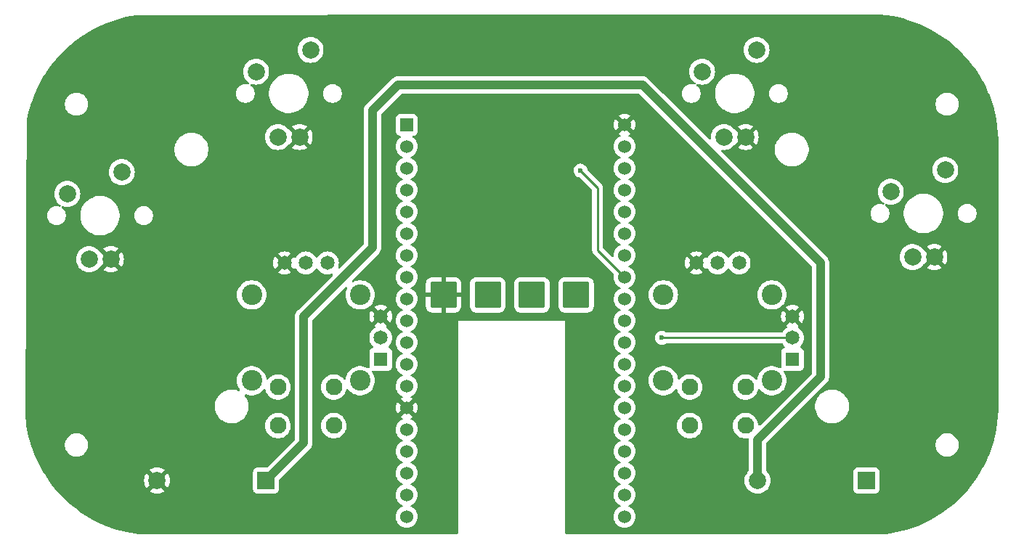
<source format=gbl>
%TF.GenerationSoftware,KiCad,Pcbnew,8.0.5*%
%TF.CreationDate,2024-11-09T14:50:23+11:00*%
%TF.ProjectId,SBRcontroller,53425263-6f6e-4747-926f-6c6c65722e6b,rev?*%
%TF.SameCoordinates,PX3d09000PY568bc30*%
%TF.FileFunction,Copper,L2,Bot*%
%TF.FilePolarity,Positive*%
%FSLAX46Y46*%
G04 Gerber Fmt 4.6, Leading zero omitted, Abs format (unit mm)*
G04 Created by KiCad (PCBNEW 8.0.5) date 2024-11-09 14:50:23*
%MOMM*%
%LPD*%
G01*
G04 APERTURE LIST*
G04 Aperture macros list*
%AMRoundRect*
0 Rectangle with rounded corners*
0 $1 Rounding radius*
0 $2 $3 $4 $5 $6 $7 $8 $9 X,Y pos of 4 corners*
0 Add a 4 corners polygon primitive as box body*
4,1,4,$2,$3,$4,$5,$6,$7,$8,$9,$2,$3,0*
0 Add four circle primitives for the rounded corners*
1,1,$1+$1,$2,$3*
1,1,$1+$1,$4,$5*
1,1,$1+$1,$6,$7*
1,1,$1+$1,$8,$9*
0 Add four rect primitives between the rounded corners*
20,1,$1+$1,$2,$3,$4,$5,0*
20,1,$1+$1,$4,$5,$6,$7,0*
20,1,$1+$1,$6,$7,$8,$9,0*
20,1,$1+$1,$8,$9,$2,$3,0*%
G04 Aperture macros list end*
%TA.AperFunction,ComponentPad*%
%ADD10C,2.000000*%
%TD*%
%TA.AperFunction,ComponentPad*%
%ADD11C,1.950000*%
%TD*%
%TA.AperFunction,ComponentPad*%
%ADD12C,2.400000*%
%TD*%
%TA.AperFunction,ComponentPad*%
%ADD13R,1.650000X1.650000*%
%TD*%
%TA.AperFunction,ComponentPad*%
%ADD14C,1.650000*%
%TD*%
%TA.AperFunction,ComponentPad*%
%ADD15R,1.530000X1.530000*%
%TD*%
%TA.AperFunction,ComponentPad*%
%ADD16C,1.530000*%
%TD*%
%TA.AperFunction,ComponentPad*%
%ADD17RoundRect,0.249999X-1.300001X1.300001X-1.300001X-1.300001X1.300001X-1.300001X1.300001X1.300001X0*%
%TD*%
%TA.AperFunction,ComponentPad*%
%ADD18R,2.000000X2.000000*%
%TD*%
%TA.AperFunction,ViaPad*%
%ADD19C,0.600000*%
%TD*%
%TA.AperFunction,Conductor*%
%ADD20C,1.000000*%
%TD*%
%TA.AperFunction,Conductor*%
%ADD21C,0.250000*%
%TD*%
G04 APERTURE END LIST*
D10*
%TO.P,U5,A,A*%
%TO.N,Net-(R4-Pad1)*%
X8730000Y5170000D03*
%TO.P,U5,K,K*%
%TO.N,GND*%
X11270000Y5170000D03*
%TO.P,U5,S1,S1*%
%TO.N,+3V3*%
X6190000Y12790000D03*
%TO.P,U5,S2,S1*%
%TO.N,/KB4*%
X12540000Y15330000D03*
%TD*%
D11*
%TO.P,U1,A*%
%TO.N,/SW1*%
X8750000Y-24000000D03*
%TO.P,U1,B*%
X15250000Y-24000000D03*
%TO.P,U1,C*%
%TO.N,+3V3*%
X8750000Y-28500000D03*
%TO.P,U1,D*%
X15250000Y-28500000D03*
D12*
%TO.P,U1,S1*%
%TO.N,N/C*%
X18325000Y-13250000D03*
%TO.P,U1,S2*%
X5675000Y-13250000D03*
%TO.P,U1,S3*%
X5675000Y-23250000D03*
%TO.P,U1,S4*%
X18325000Y-23250000D03*
D13*
%TO.P,U1,VR1_1*%
%TO.N,+3V3*%
X20730000Y-20750000D03*
D14*
%TO.P,U1,VR1_2*%
%TO.N,/P1V*%
X20730000Y-18250000D03*
%TO.P,U1,VR1_3*%
%TO.N,GND*%
X20730000Y-15750000D03*
%TO.P,U1,VR2_1*%
%TO.N,+3V3*%
X14500000Y-9520000D03*
%TO.P,U1,VR2_2*%
%TO.N,/P1H*%
X12000000Y-9520000D03*
%TO.P,U1,VR2_3*%
%TO.N,GND*%
X9500000Y-9520000D03*
%TD*%
D11*
%TO.P,U11,A*%
%TO.N,/SW2*%
X56750000Y-24000000D03*
%TO.P,U11,B*%
X63250000Y-24000000D03*
%TO.P,U11,C*%
%TO.N,+3V3*%
X56750000Y-28500000D03*
%TO.P,U11,D*%
X63250000Y-28500000D03*
D12*
%TO.P,U11,S1*%
%TO.N,N/C*%
X66325000Y-13250000D03*
%TO.P,U11,S2*%
X53675000Y-13250000D03*
%TO.P,U11,S3*%
X53675000Y-23250000D03*
%TO.P,U11,S4*%
X66325000Y-23250000D03*
D13*
%TO.P,U11,VR1_1*%
%TO.N,+3V3*%
X68730000Y-20750000D03*
D14*
%TO.P,U11,VR1_2*%
%TO.N,/P2V*%
X68730000Y-18250000D03*
%TO.P,U11,VR1_3*%
%TO.N,GND*%
X68730000Y-15750000D03*
%TO.P,U11,VR2_1*%
%TO.N,+3V3*%
X62500000Y-9520000D03*
%TO.P,U11,VR2_2*%
%TO.N,/P2H*%
X60000000Y-9520000D03*
%TO.P,U11,VR2_3*%
%TO.N,GND*%
X57500000Y-9520000D03*
%TD*%
D10*
%TO.P,U3,A,A*%
%TO.N,Net-(R1-Pad1)*%
X-13270000Y-9080000D03*
%TO.P,U3,K,K*%
%TO.N,GND*%
X-10730000Y-9080000D03*
%TO.P,U3,S1,S1*%
%TO.N,+3V3*%
X-15810000Y-1460000D03*
%TO.P,U3,S2,S1*%
%TO.N,/KB2*%
X-9460000Y1080000D03*
%TD*%
D15*
%TO.P,U7,1,3V3*%
%TO.N,+3V3*%
X23750000Y6600000D03*
D16*
%TO.P,U7,2,EN*%
%TO.N,unconnected-(U7-EN-Pad2)*%
X23750000Y4060000D03*
%TO.P,U7,3,SENSOR_VP*%
%TO.N,unconnected-(U7-SENSOR_VP-Pad3)*%
X23750000Y1520000D03*
%TO.P,U7,4,SENSOR_VN*%
%TO.N,unconnected-(U7-SENSOR_VN-Pad4)*%
X23750000Y-1020000D03*
%TO.P,U7,5,IO34*%
%TO.N,unconnected-(U7-IO34-Pad5)*%
X23750000Y-3560000D03*
%TO.P,U7,6,IO35*%
%TO.N,/P2H*%
X23750000Y-6100000D03*
%TO.P,U7,7,IO32*%
%TO.N,/P2V*%
X23750000Y-8640000D03*
%TO.P,U7,8,IO33*%
%TO.N,/P1H*%
X23750000Y-11180000D03*
%TO.P,U7,9,IO25*%
%TO.N,/P1V*%
X23750000Y-13720000D03*
%TO.P,U7,10,IO26*%
%TO.N,unconnected-(U7-IO26-Pad10)*%
X23750000Y-16260000D03*
%TO.P,U7,11,IO27*%
%TO.N,unconnected-(U7-IO27-Pad11)*%
X23750000Y-18800000D03*
%TO.P,U7,12,IO14*%
%TO.N,unconnected-(U7-IO14-Pad12)*%
X23750000Y-21340000D03*
%TO.P,U7,13,IO12*%
%TO.N,unconnected-(U7-IO12-Pad13)*%
X23750000Y-23880000D03*
%TO.P,U7,14,GND1*%
%TO.N,GND*%
X23750000Y-26420000D03*
%TO.P,U7,15,IO13*%
%TO.N,unconnected-(U7-IO13-Pad15)*%
X23750000Y-28960000D03*
%TO.P,U7,16,SD2*%
%TO.N,unconnected-(U7-SD2-Pad16)*%
X23750000Y-31500000D03*
%TO.P,U7,17,SD3*%
%TO.N,unconnected-(U7-SD3-Pad17)*%
X23750000Y-34040000D03*
%TO.P,U7,18,CMD*%
%TO.N,unconnected-(U7-CMD-Pad18)*%
X23750000Y-36580000D03*
%TO.P,U7,19,EXT_5V*%
%TO.N,+6V*%
X23750000Y-39120000D03*
%TO.P,U7,20,CLK*%
%TO.N,unconnected-(U7-CLK-Pad20)*%
X49150000Y-39120000D03*
%TO.P,U7,21,SD0*%
%TO.N,unconnected-(U7-SD0-Pad21)*%
X49150000Y-36580000D03*
%TO.P,U7,22,SD1*%
%TO.N,unconnected-(U7-SD1-Pad22)*%
X49150000Y-34040000D03*
%TO.P,U7,23,IO15*%
%TO.N,unconnected-(U7-IO15-Pad23)*%
X49150000Y-31500000D03*
%TO.P,U7,24,IO2*%
%TO.N,unconnected-(U7-IO2-Pad24)*%
X49150000Y-28960000D03*
%TO.P,U7,25,IO0*%
%TO.N,unconnected-(U7-IO0-Pad25)*%
X49150000Y-26420000D03*
%TO.P,U7,26,IO4*%
%TO.N,unconnected-(U7-IO4-Pad26)*%
X49150000Y-23880000D03*
%TO.P,U7,27,IO16*%
%TO.N,/SW2*%
X49150000Y-21340000D03*
%TO.P,U7,28,IO17*%
%TO.N,/SW1*%
X49150000Y-18800000D03*
%TO.P,U7,29,IO5*%
%TO.N,unconnected-(U7-IO5-Pad29)*%
X49150000Y-16260000D03*
%TO.P,U7,30,IO18*%
%TO.N,unconnected-(U7-IO18-Pad30)*%
X49150000Y-13720000D03*
%TO.P,U7,31,IO19*%
%TO.N,/KB4*%
X49150000Y-11180000D03*
%TO.P,U7,32,GND2*%
%TO.N,unconnected-(U7-GND2-Pad32)*%
X49150000Y-8640000D03*
%TO.P,U7,33,IO21*%
%TO.N,/KB3*%
X49150000Y-6100000D03*
%TO.P,U7,34,RXD0*%
%TO.N,unconnected-(U7-RXD0-Pad34)*%
X49150000Y-3560000D03*
%TO.P,U7,35,TXD0*%
%TO.N,unconnected-(U7-TXD0-Pad35)*%
X49150000Y-1020000D03*
%TO.P,U7,36,IO22*%
%TO.N,/KB2*%
X49150000Y1520000D03*
%TO.P,U7,37,IO23*%
%TO.N,/KB1*%
X49150000Y4060000D03*
%TO.P,U7,38,GND3*%
%TO.N,GND*%
X49150000Y6600000D03*
%TD*%
D10*
%TO.P,U4,A,A*%
%TO.N,Net-(R2-Pad1)*%
X82730000Y-8830000D03*
%TO.P,U4,K,K*%
%TO.N,GND*%
X85270000Y-8830000D03*
%TO.P,U4,S1,S1*%
%TO.N,+3V3*%
X80190000Y-1210000D03*
%TO.P,U4,S2,S1*%
%TO.N,/KB3*%
X86540000Y1330000D03*
%TD*%
%TO.P,U2,A,A*%
%TO.N,Net-(R9-Pad1)*%
X60730000Y5170000D03*
%TO.P,U2,K,K*%
%TO.N,GND*%
X63270000Y5170000D03*
%TO.P,U2,S1,S1*%
%TO.N,+3V3*%
X58190000Y12790000D03*
%TO.P,U2,S2,S1*%
%TO.N,/KB1*%
X64540000Y15330000D03*
%TD*%
D17*
%TO.P,J4,1,Pin_1*%
%TO.N,+6V*%
X33200000Y-13250000D03*
%TD*%
%TO.P,J3,1,Pin_1*%
%TO.N,+6V*%
X38350000Y-13250000D03*
%TD*%
%TO.P,J5,1,Pin_1*%
%TO.N,GND*%
X28050000Y-13250000D03*
%TD*%
D18*
%TO.P,BT2,1,+*%
%TO.N,Net-(BT1--)*%
X7350000Y-34900000D03*
D10*
%TO.P,BT2,2,-*%
%TO.N,GND*%
X-5350000Y-34900000D03*
%TD*%
D18*
%TO.P,BT1,1,+*%
%TO.N,Net-(BT1-+)*%
X77350000Y-34900000D03*
D10*
%TO.P,BT1,2,-*%
%TO.N,Net-(BT1--)*%
X64650000Y-34900000D03*
%TD*%
D17*
%TO.P,J2,1,Pin_1*%
%TO.N,Net-(BT1-+)*%
X43500000Y-13250000D03*
%TD*%
D19*
%TO.N,GND*%
X54250000Y-29250000D03*
X52750000Y-8000000D03*
X17750000Y-29000000D03*
X54500000Y4000000D03*
X54500000Y1500000D03*
X52000000Y-1750000D03*
%TO.N,/KB4*%
X44000000Y1250000D03*
%TO.N,/P2V*%
X53500000Y-18250000D03*
%TD*%
D20*
%TO.N,Net-(BT1--)*%
X64650000Y-30154910D02*
X64650000Y-34900000D01*
X7350000Y-34900000D02*
X11750000Y-30500000D01*
X72000000Y-9500000D02*
X72000000Y-22804910D01*
X51250000Y11250000D02*
X72000000Y-9500000D01*
X19750000Y-7750000D02*
X19750000Y8250000D01*
X19750000Y8250000D02*
X22750000Y11250000D01*
X11750000Y-15750000D02*
X19750000Y-7750000D01*
X11750000Y-30500000D02*
X11750000Y-15750000D01*
X22750000Y11250000D02*
X51250000Y11250000D01*
X72000000Y-22804910D02*
X64650000Y-30154910D01*
D21*
%TO.N,/KB4*%
X46000000Y-8030000D02*
X49150000Y-11180000D01*
X46000000Y-750000D02*
X46000000Y-8030000D01*
X44000000Y1250000D02*
X46000000Y-750000D01*
%TO.N,/P2V*%
X53500000Y-18250000D02*
X68730000Y-18250000D01*
%TD*%
%TA.AperFunction,Conductor*%
%TO.N,GND*%
G36*
X77750458Y19499997D02*
G01*
X77781696Y19499793D01*
X78139839Y19497449D01*
X78145600Y19497280D01*
X78923805Y19456496D01*
X78930335Y19455982D01*
X79704947Y19374567D01*
X79711486Y19373707D01*
X80480759Y19251865D01*
X80487208Y19250670D01*
X81249074Y19088731D01*
X81255452Y19087200D01*
X81902747Y18913757D01*
X82007781Y18885613D01*
X82014106Y18883739D01*
X82754849Y18643058D01*
X82761019Y18640873D01*
X83488160Y18361749D01*
X83494225Y18359238D01*
X84205777Y18042435D01*
X84211699Y18039610D01*
X84905692Y17686002D01*
X84911457Y17682872D01*
X85585893Y17293485D01*
X85585959Y17293447D01*
X85591582Y17290002D01*
X86244795Y16865801D01*
X86250213Y16862077D01*
X86880276Y16404310D01*
X86880324Y16404275D01*
X86885553Y16400262D01*
X87490834Y15910115D01*
X87495803Y15905872D01*
X87872479Y15566711D01*
X88074648Y15384677D01*
X88079432Y15380136D01*
X88630135Y14829433D01*
X88634666Y14824660D01*
X89155857Y14245820D01*
X89160117Y14240831D01*
X89369909Y13981760D01*
X89650258Y13635558D01*
X89654274Y13630325D01*
X90112070Y13000223D01*
X90115807Y12994786D01*
X90540000Y12341584D01*
X90543446Y12335960D01*
X90932862Y11661474D01*
X90936010Y11655677D01*
X91289601Y10961716D01*
X91292441Y10955762D01*
X91609230Y10244241D01*
X91611754Y10238146D01*
X91890863Y9511044D01*
X91893065Y9504826D01*
X92133738Y8764107D01*
X92135612Y8757782D01*
X92337194Y8005471D01*
X92338734Y7999057D01*
X92500665Y7237228D01*
X92501867Y7230742D01*
X92623705Y6461488D01*
X92624566Y6454948D01*
X92705979Y5680359D01*
X92706496Y5673782D01*
X92747278Y4895608D01*
X92747448Y4889848D01*
X92747489Y4883651D01*
X92747492Y4882824D01*
X92749194Y-26372491D01*
X92749191Y-26373322D01*
X92747448Y-26639835D01*
X92747278Y-26645605D01*
X92706496Y-27423781D01*
X92705979Y-27430358D01*
X92624566Y-28204947D01*
X92623705Y-28211487D01*
X92501867Y-28980741D01*
X92500665Y-28987227D01*
X92338734Y-29749056D01*
X92337194Y-29755470D01*
X92135612Y-30507781D01*
X92133738Y-30514106D01*
X91893065Y-31254825D01*
X91890863Y-31261043D01*
X91611754Y-31988145D01*
X91609230Y-31994240D01*
X91292441Y-32705761D01*
X91289601Y-32711715D01*
X90936010Y-33405676D01*
X90932862Y-33411473D01*
X90543446Y-34085959D01*
X90540000Y-34091583D01*
X90115807Y-34744785D01*
X90112070Y-34750222D01*
X89654274Y-35380324D01*
X89650258Y-35385557D01*
X89160129Y-35990816D01*
X89155845Y-35995833D01*
X88634676Y-36574648D01*
X88630135Y-36579432D01*
X88079432Y-37130135D01*
X88074648Y-37134676D01*
X87495833Y-37655845D01*
X87490816Y-37660129D01*
X86885557Y-38150258D01*
X86880324Y-38154274D01*
X86250222Y-38612070D01*
X86244785Y-38615807D01*
X85591583Y-39040000D01*
X85585959Y-39043446D01*
X84911473Y-39432862D01*
X84905676Y-39436010D01*
X84211715Y-39789601D01*
X84205761Y-39792441D01*
X83494240Y-40109230D01*
X83488145Y-40111754D01*
X82761043Y-40390863D01*
X82754825Y-40393065D01*
X82014106Y-40633738D01*
X82007781Y-40635612D01*
X81255470Y-40837194D01*
X81249056Y-40838734D01*
X80487227Y-41000665D01*
X80480741Y-41001867D01*
X79714839Y-41123175D01*
X79695128Y-41124726D01*
X42376000Y-41124726D01*
X42307879Y-41104724D01*
X42261386Y-41051068D01*
X42250000Y-40998726D01*
X42250000Y-16250000D01*
X29750000Y-16250000D01*
X29750000Y-40998726D01*
X29729998Y-41066847D01*
X29676342Y-41113340D01*
X29624000Y-41124726D01*
X-7695128Y-41124726D01*
X-7714839Y-41123175D01*
X-7776935Y-41113340D01*
X-7858160Y-41100475D01*
X-8480741Y-41001868D01*
X-8487227Y-41000666D01*
X-9249057Y-40838734D01*
X-9255471Y-40837194D01*
X-10007781Y-40635612D01*
X-10014106Y-40633738D01*
X-10754825Y-40393065D01*
X-10761043Y-40390863D01*
X-10792096Y-40378943D01*
X-11488145Y-40111754D01*
X-11494240Y-40109230D01*
X-12205761Y-39792441D01*
X-12211715Y-39789601D01*
X-12905676Y-39436010D01*
X-12911473Y-39432862D01*
X-13585965Y-39043444D01*
X-13591589Y-39039998D01*
X-14141674Y-38682769D01*
X-14244794Y-38615802D01*
X-14250219Y-38612073D01*
X-14430872Y-38480821D01*
X-14880326Y-38154273D01*
X-14885539Y-38150273D01*
X-15457510Y-37687099D01*
X-15490836Y-37660112D01*
X-15495851Y-37655828D01*
X-16074639Y-37134686D01*
X-16079424Y-37130145D01*
X-16630146Y-36579423D01*
X-16634687Y-36574638D01*
X-17155829Y-35995850D01*
X-17160113Y-35990835D01*
X-17323219Y-35789417D01*
X-17650279Y-35385533D01*
X-17654275Y-35380324D01*
X-18003251Y-34900000D01*
X-6862663Y-34900000D01*
X-6844040Y-35136632D01*
X-6788629Y-35367437D01*
X-6697792Y-35586738D01*
X-6583104Y-35773890D01*
X-6583103Y-35773890D01*
X-5842325Y-35033111D01*
X-5825245Y-35096853D01*
X-5758102Y-35213147D01*
X-5663147Y-35308102D01*
X-5546853Y-35375245D01*
X-5483115Y-35392323D01*
X-6223893Y-36133101D01*
X-6223892Y-36133102D01*
X-6036739Y-36247791D01*
X-5817438Y-36338628D01*
X-5586633Y-36394039D01*
X-5350000Y-36412662D01*
X-5113368Y-36394039D01*
X-4882563Y-36338628D01*
X-4663262Y-36247791D01*
X-4476110Y-36133102D01*
X-4476109Y-36133102D01*
X-5216887Y-35392323D01*
X-5153147Y-35375245D01*
X-5036853Y-35308102D01*
X-4941898Y-35213147D01*
X-4874755Y-35096853D01*
X-4857677Y-35033112D01*
X-4116898Y-35773891D01*
X-4116898Y-35773890D01*
X-4002209Y-35586738D01*
X-3911372Y-35367437D01*
X-3855961Y-35136632D01*
X-3837338Y-34900000D01*
X-3855961Y-34663367D01*
X-3911372Y-34432562D01*
X-4002209Y-34213261D01*
X-4116898Y-34026108D01*
X-4116899Y-34026107D01*
X-4857677Y-34766885D01*
X-4874755Y-34703147D01*
X-4941898Y-34586853D01*
X-5036853Y-34491898D01*
X-5153147Y-34424755D01*
X-5216888Y-34407676D01*
X-4660563Y-33851350D01*
X5841500Y-33851350D01*
X5841500Y-35948649D01*
X5848009Y-36009196D01*
X5848011Y-36009204D01*
X5899110Y-36146202D01*
X5899112Y-36146207D01*
X5986738Y-36263261D01*
X6103792Y-36350887D01*
X6103794Y-36350888D01*
X6103796Y-36350889D01*
X6162875Y-36372924D01*
X6240795Y-36401988D01*
X6240803Y-36401990D01*
X6301350Y-36408499D01*
X6301355Y-36408499D01*
X6301362Y-36408500D01*
X6301368Y-36408500D01*
X8398632Y-36408500D01*
X8398638Y-36408500D01*
X8398645Y-36408499D01*
X8398649Y-36408499D01*
X8459196Y-36401990D01*
X8459199Y-36401989D01*
X8459201Y-36401989D01*
X8596204Y-36350889D01*
X8713261Y-36263261D01*
X8800889Y-36146204D01*
X8851989Y-36009201D01*
X8853425Y-35995850D01*
X8858499Y-35948649D01*
X8858500Y-35948632D01*
X8858500Y-34869924D01*
X8878502Y-34801803D01*
X8895405Y-34780829D01*
X10615518Y-33060716D01*
X12533354Y-31142881D01*
X12643722Y-30977703D01*
X12696310Y-30850744D01*
X12719744Y-30794169D01*
X12758500Y-30599329D01*
X12758500Y-28500000D01*
X13761416Y-28500000D01*
X13781718Y-28745017D01*
X13781719Y-28745023D01*
X13842071Y-28983340D01*
X13842072Y-28983342D01*
X13940829Y-29208488D01*
X14028681Y-29342956D01*
X14075297Y-29414306D01*
X14092280Y-29432755D01*
X14241809Y-29595187D01*
X14402036Y-29719896D01*
X14435821Y-29746192D01*
X14435822Y-29746193D01*
X14652043Y-29863206D01*
X14652045Y-29863207D01*
X14774131Y-29905118D01*
X14884574Y-29943034D01*
X15127074Y-29983500D01*
X15127078Y-29983500D01*
X15372922Y-29983500D01*
X15372926Y-29983500D01*
X15615426Y-29943034D01*
X15847957Y-29863206D01*
X16064178Y-29746193D01*
X16258191Y-29595187D01*
X16424702Y-29414307D01*
X16559171Y-29208488D01*
X16657928Y-28983342D01*
X16687351Y-28867152D01*
X16718280Y-28745023D01*
X16718281Y-28745017D01*
X16718281Y-28745016D01*
X16718282Y-28745013D01*
X16738584Y-28500000D01*
X16718282Y-28254987D01*
X16718281Y-28254982D01*
X16718280Y-28254976D01*
X16657928Y-28016659D01*
X16657928Y-28016658D01*
X16559171Y-27791512D01*
X16424702Y-27585693D01*
X16258193Y-27404815D01*
X16258192Y-27404814D01*
X16258191Y-27404813D01*
X16064178Y-27253807D01*
X16064177Y-27253806D01*
X15847956Y-27136793D01*
X15847954Y-27136792D01*
X15615430Y-27056967D01*
X15615423Y-27056965D01*
X15511638Y-27039647D01*
X15372926Y-27016500D01*
X15127074Y-27016500D01*
X15005716Y-27036751D01*
X14884576Y-27056965D01*
X14884569Y-27056967D01*
X14652045Y-27136792D01*
X14652043Y-27136793D01*
X14435822Y-27253806D01*
X14435821Y-27253807D01*
X14241806Y-27404815D01*
X14075297Y-27585693D01*
X13940829Y-27791512D01*
X13842071Y-28016659D01*
X13781719Y-28254976D01*
X13781718Y-28254982D01*
X13761416Y-28500000D01*
X12758500Y-28500000D01*
X12758500Y-24000000D01*
X13761416Y-24000000D01*
X13781718Y-24245017D01*
X13781719Y-24245023D01*
X13842071Y-24483339D01*
X13842072Y-24483342D01*
X13940829Y-24708488D01*
X13982032Y-24771553D01*
X14075297Y-24914306D01*
X14228997Y-25081270D01*
X14241809Y-25095187D01*
X14435821Y-25246192D01*
X14435822Y-25246193D01*
X14652043Y-25363206D01*
X14652045Y-25363207D01*
X14713732Y-25384384D01*
X14884574Y-25443034D01*
X15127074Y-25483500D01*
X15127078Y-25483500D01*
X15372922Y-25483500D01*
X15372926Y-25483500D01*
X15615426Y-25443034D01*
X15847957Y-25363206D01*
X16064178Y-25246193D01*
X16258191Y-25095187D01*
X16424702Y-24914307D01*
X16559171Y-24708488D01*
X16657928Y-24483342D01*
X16707755Y-24286581D01*
X16743867Y-24225456D01*
X16807295Y-24193557D01*
X16877898Y-24201014D01*
X16928410Y-24238953D01*
X16990834Y-24317230D01*
X17069069Y-24415334D01*
X17256781Y-24589505D01*
X17256787Y-24589509D01*
X17468345Y-24733748D01*
X17468352Y-24733752D01*
X17468355Y-24733754D01*
X17601360Y-24797806D01*
X17699060Y-24844856D01*
X17699073Y-24844861D01*
X17943746Y-24920332D01*
X17943748Y-24920332D01*
X17943757Y-24920335D01*
X18196966Y-24958500D01*
X18196970Y-24958500D01*
X18453030Y-24958500D01*
X18453034Y-24958500D01*
X18706243Y-24920335D01*
X18706253Y-24920332D01*
X18950929Y-24844860D01*
X18950930Y-24844859D01*
X18950935Y-24844858D01*
X19181646Y-24733754D01*
X19393219Y-24589505D01*
X19580931Y-24415334D01*
X19740587Y-24215131D01*
X19868622Y-23993369D01*
X19962174Y-23755001D01*
X20019155Y-23505353D01*
X20038291Y-23250000D01*
X20019155Y-22994647D01*
X19962174Y-22744999D01*
X19954009Y-22724195D01*
X19868625Y-22506637D01*
X19868623Y-22506633D01*
X19862371Y-22495805D01*
X19740587Y-22284869D01*
X19740586Y-22284868D01*
X19737932Y-22280975D01*
X19739451Y-22279938D01*
X19715550Y-22221394D01*
X19728511Y-22151590D01*
X19777154Y-22099875D01*
X19846033Y-22082668D01*
X19854368Y-22083285D01*
X19856362Y-22083500D01*
X19856368Y-22083500D01*
X21603632Y-22083500D01*
X21603638Y-22083500D01*
X21603645Y-22083499D01*
X21603649Y-22083499D01*
X21664196Y-22076990D01*
X21664199Y-22076989D01*
X21664201Y-22076989D01*
X21801204Y-22025889D01*
X21918261Y-21938261D01*
X22005889Y-21821204D01*
X22056989Y-21684201D01*
X22060114Y-21655139D01*
X22063499Y-21623649D01*
X22063500Y-21623632D01*
X22063500Y-19876367D01*
X22063499Y-19876350D01*
X22056990Y-19815803D01*
X22056988Y-19815795D01*
X22005889Y-19678797D01*
X22005887Y-19678792D01*
X21918261Y-19561738D01*
X21801207Y-19474112D01*
X21801202Y-19474110D01*
X21686673Y-19431392D01*
X21629837Y-19388845D01*
X21605027Y-19322325D01*
X21620119Y-19252951D01*
X21641605Y-19224248D01*
X21755422Y-19110432D01*
X21889256Y-18919297D01*
X21987867Y-18707826D01*
X22048258Y-18482444D01*
X22068594Y-18250000D01*
X22048258Y-18017556D01*
X21987867Y-17792174D01*
X21889256Y-17580703D01*
X21755422Y-17389568D01*
X21590432Y-17224578D01*
X21416668Y-17102907D01*
X21372341Y-17047451D01*
X21365032Y-16976832D01*
X21397062Y-16913471D01*
X21416670Y-16896482D01*
X21475839Y-16855051D01*
X21475839Y-16855048D01*
X20895773Y-16274982D01*
X20942292Y-16262518D01*
X21067708Y-16190110D01*
X21170110Y-16087708D01*
X21242518Y-15962292D01*
X21254982Y-15915773D01*
X21835048Y-16495839D01*
X21835051Y-16495839D01*
X21888821Y-16419046D01*
X21888822Y-16419044D01*
X21987393Y-16207657D01*
X21987395Y-16207652D01*
X22047762Y-15982355D01*
X22068091Y-15750000D01*
X22047762Y-15517644D01*
X21987395Y-15292347D01*
X21987393Y-15292342D01*
X21888819Y-15080948D01*
X21888818Y-15080947D01*
X21835051Y-15004159D01*
X21835049Y-15004159D01*
X21254982Y-15584226D01*
X21242518Y-15537708D01*
X21170110Y-15412292D01*
X21067708Y-15309890D01*
X20942292Y-15237482D01*
X20895772Y-15225016D01*
X21475839Y-14644949D01*
X21399048Y-14591179D01*
X21187657Y-14492606D01*
X21187652Y-14492604D01*
X20962355Y-14432237D01*
X20730000Y-14411908D01*
X20497644Y-14432237D01*
X20272347Y-14492604D01*
X20272342Y-14492606D01*
X20060952Y-14591179D01*
X19984158Y-14644949D01*
X20564226Y-15225017D01*
X20517708Y-15237482D01*
X20392292Y-15309890D01*
X20289890Y-15412292D01*
X20217482Y-15537708D01*
X20205017Y-15584226D01*
X19624949Y-15004158D01*
X19571179Y-15080952D01*
X19472606Y-15292342D01*
X19472604Y-15292347D01*
X19412237Y-15517644D01*
X19391908Y-15750000D01*
X19412237Y-15982355D01*
X19472604Y-16207652D01*
X19472606Y-16207657D01*
X19571179Y-16419048D01*
X19624949Y-16495839D01*
X20205016Y-15915771D01*
X20217482Y-15962292D01*
X20289890Y-16087708D01*
X20392292Y-16190110D01*
X20517708Y-16262518D01*
X20564226Y-16274982D01*
X19984159Y-16855049D01*
X20043330Y-16896481D01*
X20087659Y-16951938D01*
X20094968Y-17022558D01*
X20062938Y-17085918D01*
X20043331Y-17102908D01*
X19869571Y-17224575D01*
X19869565Y-17224580D01*
X19704580Y-17389565D01*
X19704575Y-17389571D01*
X19570744Y-17580702D01*
X19472134Y-17792171D01*
X19472132Y-17792175D01*
X19464484Y-17820719D01*
X19411742Y-18017556D01*
X19391406Y-18250000D01*
X19411742Y-18482444D01*
X19437350Y-18578014D01*
X19472132Y-18707824D01*
X19472134Y-18707828D01*
X19570744Y-18919297D01*
X19704575Y-19110428D01*
X19704580Y-19110434D01*
X19818388Y-19224242D01*
X19852414Y-19286554D01*
X19847349Y-19357369D01*
X19804802Y-19414205D01*
X19773327Y-19431392D01*
X19658795Y-19474111D01*
X19658792Y-19474112D01*
X19541738Y-19561738D01*
X19454112Y-19678792D01*
X19454110Y-19678797D01*
X19403011Y-19815795D01*
X19403009Y-19815803D01*
X19396500Y-19876350D01*
X19396500Y-21623632D01*
X19396501Y-21623654D01*
X19400874Y-21664336D01*
X19388267Y-21734204D01*
X19339888Y-21786165D01*
X19271096Y-21803722D01*
X19204617Y-21781907D01*
X19181650Y-21766248D01*
X19181640Y-21766242D01*
X18950936Y-21655142D01*
X18950929Y-21655139D01*
X18706253Y-21579667D01*
X18706245Y-21579665D01*
X18706243Y-21579665D01*
X18453034Y-21541500D01*
X18196966Y-21541500D01*
X17943757Y-21579665D01*
X17943755Y-21579665D01*
X17943746Y-21579667D01*
X17699073Y-21655138D01*
X17699060Y-21655143D01*
X17468352Y-21766247D01*
X17468345Y-21766251D01*
X17256787Y-21910490D01*
X17256782Y-21910494D01*
X17069070Y-22084665D01*
X16909410Y-22284872D01*
X16781376Y-22506633D01*
X16781374Y-22506637D01*
X16687827Y-22744994D01*
X16687826Y-22744997D01*
X16630844Y-22994648D01*
X16630715Y-22996381D01*
X16630496Y-22996961D01*
X16630143Y-22999305D01*
X16629641Y-22999229D01*
X16605674Y-23062814D01*
X16548691Y-23105164D01*
X16477858Y-23109983D01*
X16415664Y-23075742D01*
X16412366Y-23072293D01*
X16399468Y-23058282D01*
X16258191Y-22904813D01*
X16064178Y-22753807D01*
X16064177Y-22753806D01*
X15847956Y-22636793D01*
X15847954Y-22636792D01*
X15615430Y-22556967D01*
X15615423Y-22556965D01*
X15511638Y-22539647D01*
X15372926Y-22516500D01*
X15127074Y-22516500D01*
X15005716Y-22536751D01*
X14884576Y-22556965D01*
X14884569Y-22556967D01*
X14652045Y-22636792D01*
X14652043Y-22636793D01*
X14435822Y-22753806D01*
X14435821Y-22753807D01*
X14241806Y-22904815D01*
X14075297Y-23085693D01*
X13940829Y-23291512D01*
X13842071Y-23516659D01*
X13781719Y-23754976D01*
X13781718Y-23754982D01*
X13761416Y-24000000D01*
X12758500Y-24000000D01*
X12758500Y-16219924D01*
X12778502Y-16151803D01*
X12795405Y-16130829D01*
X14666584Y-14259650D01*
X16598829Y-12327404D01*
X16661139Y-12293380D01*
X16731954Y-12298445D01*
X16788790Y-12340992D01*
X16813601Y-12407512D01*
X16798510Y-12476886D01*
X16797042Y-12479499D01*
X16781378Y-12506630D01*
X16781374Y-12506637D01*
X16687827Y-12744994D01*
X16687826Y-12744997D01*
X16630845Y-12994643D01*
X16611709Y-13250000D01*
X16630845Y-13505356D01*
X16687826Y-13755002D01*
X16687827Y-13755005D01*
X16781374Y-13993362D01*
X16781376Y-13993366D01*
X16909410Y-14215127D01*
X16909412Y-14215130D01*
X16909413Y-14215131D01*
X17069069Y-14415334D01*
X17256781Y-14589505D01*
X17256787Y-14589509D01*
X17468345Y-14733748D01*
X17468352Y-14733752D01*
X17468355Y-14733754D01*
X17601360Y-14797806D01*
X17699060Y-14844856D01*
X17699073Y-14844861D01*
X17943746Y-14920332D01*
X17943748Y-14920332D01*
X17943757Y-14920335D01*
X18196966Y-14958500D01*
X18196970Y-14958500D01*
X18453030Y-14958500D01*
X18453034Y-14958500D01*
X18706243Y-14920335D01*
X18850607Y-14875805D01*
X18950929Y-14844860D01*
X18950930Y-14844859D01*
X18950935Y-14844858D01*
X19181646Y-14733754D01*
X19393219Y-14589505D01*
X19580931Y-14415334D01*
X19740587Y-14215131D01*
X19868622Y-13993369D01*
X19962174Y-13755001D01*
X20019155Y-13505353D01*
X20038291Y-13250000D01*
X20019155Y-12994647D01*
X19962174Y-12744999D01*
X19957013Y-12731849D01*
X19868625Y-12506637D01*
X19868623Y-12506633D01*
X19740589Y-12284872D01*
X19672906Y-12200000D01*
X19580931Y-12084666D01*
X19393219Y-11910495D01*
X19181646Y-11766246D01*
X19181643Y-11766245D01*
X19181641Y-11766243D01*
X19181640Y-11766242D01*
X18950936Y-11655142D01*
X18950929Y-11655139D01*
X18706253Y-11579667D01*
X18706245Y-11579665D01*
X18706243Y-11579665D01*
X18453034Y-11541500D01*
X18196966Y-11541500D01*
X17943757Y-11579665D01*
X17943755Y-11579665D01*
X17943746Y-11579667D01*
X17699073Y-11655138D01*
X17699055Y-11655145D01*
X17541680Y-11730934D01*
X17471627Y-11742469D01*
X17406458Y-11714300D01*
X17366864Y-11655369D01*
X17365416Y-11584387D01*
X17397914Y-11528319D01*
X20533353Y-8392881D01*
X20643721Y-8227704D01*
X20719744Y-8044169D01*
X20740348Y-7940584D01*
X20758500Y-7849329D01*
X20758500Y4060000D01*
X22471635Y4060000D01*
X22491056Y3838014D01*
X22507052Y3778318D01*
X22548729Y3622775D01*
X22548731Y3622770D01*
X22642902Y3420818D01*
X22770718Y3238280D01*
X22928279Y3080719D01*
X22928282Y3080717D01*
X22928283Y3080716D01*
X23110817Y2952903D01*
X23215272Y2904195D01*
X23268557Y2857278D01*
X23288018Y2789001D01*
X23267476Y2721041D01*
X23215272Y2675805D01*
X23110821Y2627099D01*
X22928282Y2499284D01*
X22928278Y2499281D01*
X22770719Y2341722D01*
X22770716Y2341718D01*
X22642901Y2159179D01*
X22548731Y1957231D01*
X22548729Y1957226D01*
X22516066Y1835325D01*
X22491056Y1741986D01*
X22471635Y1520000D01*
X22491056Y1298014D01*
X22521963Y1182668D01*
X22548729Y1082775D01*
X22548731Y1082770D01*
X22642902Y880818D01*
X22770718Y698280D01*
X22928279Y540719D01*
X22928282Y540717D01*
X22928283Y540716D01*
X23110817Y412903D01*
X23215272Y364195D01*
X23268557Y317278D01*
X23288018Y249001D01*
X23267476Y181041D01*
X23215272Y135805D01*
X23110821Y87099D01*
X22928282Y-40716D01*
X22928278Y-40719D01*
X22770719Y-198278D01*
X22770716Y-198282D01*
X22642901Y-380821D01*
X22548731Y-582769D01*
X22548729Y-582774D01*
X22506509Y-740341D01*
X22491056Y-798014D01*
X22471635Y-1020000D01*
X22491056Y-1241986D01*
X22521963Y-1357332D01*
X22548729Y-1457225D01*
X22548731Y-1457230D01*
X22642902Y-1659182D01*
X22770718Y-1841720D01*
X22928279Y-1999281D01*
X22928282Y-1999283D01*
X22928283Y-1999284D01*
X23110817Y-2127097D01*
X23215272Y-2175805D01*
X23268557Y-2222722D01*
X23288018Y-2290999D01*
X23267476Y-2358959D01*
X23215272Y-2404195D01*
X23110821Y-2452901D01*
X22928282Y-2580716D01*
X22928278Y-2580719D01*
X22770719Y-2738278D01*
X22770716Y-2738282D01*
X22745770Y-2773909D01*
X22651075Y-2909148D01*
X22642901Y-2920821D01*
X22548731Y-3122769D01*
X22548729Y-3122774D01*
X22511786Y-3260649D01*
X22491056Y-3338014D01*
X22471635Y-3560000D01*
X22491056Y-3781986D01*
X22509163Y-3849562D01*
X22548729Y-3997225D01*
X22548731Y-3997230D01*
X22642902Y-4199182D01*
X22770718Y-4381720D01*
X22928279Y-4539281D01*
X22928282Y-4539283D01*
X22928283Y-4539284D01*
X23110817Y-4667097D01*
X23215272Y-4715805D01*
X23268557Y-4762722D01*
X23288018Y-4830999D01*
X23267476Y-4898959D01*
X23215272Y-4944195D01*
X23110821Y-4992901D01*
X22928282Y-5120716D01*
X22928278Y-5120719D01*
X22770719Y-5278278D01*
X22770716Y-5278282D01*
X22642901Y-5460821D01*
X22548731Y-5662769D01*
X22548729Y-5662774D01*
X22530897Y-5729325D01*
X22491056Y-5878014D01*
X22471635Y-6100000D01*
X22491056Y-6321986D01*
X22521963Y-6437332D01*
X22548729Y-6537225D01*
X22548731Y-6537230D01*
X22642902Y-6739182D01*
X22770718Y-6921720D01*
X22928279Y-7079281D01*
X22928282Y-7079283D01*
X22928283Y-7079284D01*
X23110817Y-7207097D01*
X23215272Y-7255805D01*
X23268557Y-7302722D01*
X23288018Y-7370999D01*
X23267476Y-7438959D01*
X23215272Y-7484195D01*
X23110821Y-7532901D01*
X22928282Y-7660716D01*
X22928278Y-7660719D01*
X22770719Y-7818278D01*
X22770716Y-7818282D01*
X22642901Y-8000821D01*
X22548731Y-8202769D01*
X22548729Y-8202774D01*
X22514639Y-8330000D01*
X22491056Y-8418014D01*
X22471635Y-8640000D01*
X22491056Y-8861986D01*
X22519998Y-8970000D01*
X22548729Y-9077225D01*
X22548731Y-9077230D01*
X22642902Y-9279182D01*
X22770718Y-9461720D01*
X22928279Y-9619281D01*
X22928282Y-9619283D01*
X22928283Y-9619284D01*
X23110817Y-9747097D01*
X23215272Y-9795805D01*
X23268557Y-9842722D01*
X23288018Y-9910999D01*
X23267476Y-9978959D01*
X23215272Y-10024195D01*
X23110821Y-10072901D01*
X22928282Y-10200716D01*
X22928278Y-10200719D01*
X22770719Y-10358278D01*
X22770716Y-10358282D01*
X22642901Y-10540821D01*
X22548731Y-10742769D01*
X22548729Y-10742774D01*
X22506509Y-10900341D01*
X22491056Y-10958014D01*
X22471635Y-11180000D01*
X22491056Y-11401986D01*
X22511065Y-11476660D01*
X22548729Y-11617225D01*
X22548731Y-11617230D01*
X22642902Y-11819182D01*
X22770718Y-12001720D01*
X22928279Y-12159281D01*
X22928282Y-12159283D01*
X22928283Y-12159284D01*
X23110817Y-12287097D01*
X23215272Y-12335805D01*
X23268557Y-12382722D01*
X23288018Y-12450999D01*
X23267476Y-12518959D01*
X23215272Y-12564195D01*
X23110821Y-12612901D01*
X22928282Y-12740716D01*
X22928278Y-12740719D01*
X22770719Y-12898278D01*
X22770716Y-12898282D01*
X22642901Y-13080821D01*
X22548731Y-13282769D01*
X22548729Y-13282774D01*
X22529801Y-13353416D01*
X22491056Y-13498014D01*
X22471635Y-13720000D01*
X22491056Y-13941986D01*
X22504824Y-13993369D01*
X22548729Y-14157225D01*
X22548731Y-14157230D01*
X22642902Y-14359182D01*
X22770718Y-14541720D01*
X22928279Y-14699281D01*
X22928282Y-14699283D01*
X22928283Y-14699284D01*
X23110817Y-14827097D01*
X23215272Y-14875805D01*
X23268557Y-14922722D01*
X23288018Y-14990999D01*
X23267476Y-15058959D01*
X23215272Y-15104195D01*
X23110821Y-15152901D01*
X22928282Y-15280716D01*
X22928278Y-15280719D01*
X22770719Y-15438278D01*
X22770716Y-15438282D01*
X22642901Y-15620821D01*
X22548731Y-15822769D01*
X22548729Y-15822774D01*
X22511346Y-15962292D01*
X22491056Y-16038014D01*
X22471635Y-16260000D01*
X22491056Y-16481986D01*
X22494768Y-16495839D01*
X22548729Y-16697225D01*
X22548731Y-16697230D01*
X22642902Y-16899182D01*
X22770718Y-17081720D01*
X22928279Y-17239281D01*
X22928282Y-17239283D01*
X22928283Y-17239284D01*
X23110817Y-17367097D01*
X23215272Y-17415805D01*
X23268557Y-17462722D01*
X23288018Y-17530999D01*
X23267476Y-17598959D01*
X23215272Y-17644195D01*
X23110821Y-17692901D01*
X22928282Y-17820716D01*
X22928278Y-17820719D01*
X22770719Y-17978278D01*
X22770716Y-17978282D01*
X22642901Y-18160821D01*
X22548731Y-18362769D01*
X22548729Y-18362774D01*
X22516664Y-18482444D01*
X22491056Y-18578014D01*
X22471635Y-18800000D01*
X22491056Y-19021986D01*
X22496745Y-19043217D01*
X22548729Y-19237225D01*
X22548731Y-19237230D01*
X22642902Y-19439182D01*
X22770718Y-19621720D01*
X22928279Y-19779281D01*
X22928282Y-19779283D01*
X22928283Y-19779284D01*
X23110817Y-19907097D01*
X23215272Y-19955805D01*
X23268557Y-20002722D01*
X23288018Y-20070999D01*
X23267476Y-20138959D01*
X23215272Y-20184195D01*
X23110821Y-20232901D01*
X22928282Y-20360716D01*
X22928278Y-20360719D01*
X22770719Y-20518278D01*
X22770716Y-20518282D01*
X22642901Y-20700821D01*
X22548731Y-20902769D01*
X22548729Y-20902774D01*
X22506509Y-21060341D01*
X22491056Y-21118014D01*
X22471635Y-21340000D01*
X22491056Y-21561986D01*
X22518481Y-21664336D01*
X22548729Y-21777225D01*
X22548731Y-21777230D01*
X22642902Y-21979182D01*
X22770718Y-22161720D01*
X22928279Y-22319281D01*
X22928282Y-22319283D01*
X22928283Y-22319284D01*
X23110817Y-22447097D01*
X23215272Y-22495805D01*
X23268557Y-22542722D01*
X23288018Y-22610999D01*
X23267476Y-22678959D01*
X23215272Y-22724195D01*
X23110821Y-22772901D01*
X22928282Y-22900716D01*
X22928278Y-22900719D01*
X22770719Y-23058278D01*
X22770716Y-23058282D01*
X22642901Y-23240821D01*
X22548731Y-23442769D01*
X22548729Y-23442774D01*
X22528932Y-23516658D01*
X22491056Y-23658014D01*
X22471635Y-23880000D01*
X22491056Y-24101986D01*
X22515593Y-24193557D01*
X22548729Y-24317225D01*
X22548731Y-24317230D01*
X22642902Y-24519182D01*
X22770718Y-24701720D01*
X22928279Y-24859281D01*
X22928282Y-24859283D01*
X22928283Y-24859284D01*
X23110817Y-24987097D01*
X23215864Y-25036081D01*
X23269149Y-25082998D01*
X23288610Y-25151275D01*
X23268068Y-25219235D01*
X23215865Y-25264470D01*
X23111070Y-25313337D01*
X23111068Y-25313338D01*
X23047240Y-25358030D01*
X23616886Y-25927676D01*
X23553147Y-25944755D01*
X23436853Y-26011898D01*
X23341898Y-26106853D01*
X23274755Y-26223147D01*
X23257676Y-26286886D01*
X22688030Y-25717240D01*
X22643339Y-25781067D01*
X22549203Y-25982942D01*
X22549201Y-25982946D01*
X22491551Y-26198102D01*
X22472137Y-26420000D01*
X22491551Y-26641897D01*
X22549201Y-26857053D01*
X22549203Y-26857058D01*
X22643337Y-27058931D01*
X22688030Y-27122757D01*
X23257675Y-26553111D01*
X23274755Y-26616853D01*
X23341898Y-26733147D01*
X23436853Y-26828102D01*
X23553147Y-26895245D01*
X23616885Y-26912323D01*
X23047241Y-27481967D01*
X23047241Y-27481969D01*
X23111069Y-27526662D01*
X23111068Y-27526662D01*
X23215864Y-27575529D01*
X23269149Y-27622446D01*
X23288610Y-27690723D01*
X23268068Y-27758683D01*
X23215864Y-27803919D01*
X23110821Y-27852901D01*
X22928282Y-27980716D01*
X22928278Y-27980719D01*
X22770719Y-28138278D01*
X22770716Y-28138282D01*
X22642901Y-28320821D01*
X22548731Y-28522769D01*
X22548729Y-28522774D01*
X22513903Y-28652748D01*
X22491056Y-28738014D01*
X22471635Y-28960000D01*
X22491056Y-29181986D01*
X22521963Y-29297332D01*
X22548729Y-29397225D01*
X22548731Y-29397230D01*
X22642902Y-29599182D01*
X22770718Y-29781720D01*
X22928279Y-29939281D01*
X22928282Y-29939283D01*
X22928283Y-29939284D01*
X23110817Y-30067097D01*
X23215272Y-30115805D01*
X23268557Y-30162722D01*
X23288018Y-30230999D01*
X23267476Y-30298959D01*
X23215272Y-30344195D01*
X23110821Y-30392901D01*
X22928282Y-30520716D01*
X22928278Y-30520719D01*
X22770719Y-30678278D01*
X22770716Y-30678282D01*
X22689571Y-30794169D01*
X22646079Y-30856283D01*
X22642901Y-30860821D01*
X22548731Y-31062769D01*
X22548729Y-31062774D01*
X22547799Y-31066246D01*
X22491056Y-31278014D01*
X22471635Y-31500000D01*
X22491056Y-31721986D01*
X22506628Y-31780101D01*
X22548729Y-31937225D01*
X22548731Y-31937230D01*
X22642902Y-32139182D01*
X22770718Y-32321720D01*
X22928279Y-32479281D01*
X22928282Y-32479283D01*
X22928283Y-32479284D01*
X23110817Y-32607097D01*
X23215272Y-32655805D01*
X23268557Y-32702722D01*
X23288018Y-32770999D01*
X23267476Y-32838959D01*
X23215272Y-32884195D01*
X23110821Y-32932901D01*
X22928282Y-33060716D01*
X22928278Y-33060719D01*
X22770719Y-33218278D01*
X22770716Y-33218282D01*
X22675269Y-33354595D01*
X22644869Y-33398011D01*
X22642901Y-33400821D01*
X22548731Y-33602769D01*
X22548729Y-33602774D01*
X22517468Y-33719444D01*
X22491056Y-33818014D01*
X22471635Y-34040000D01*
X22491056Y-34261986D01*
X22521963Y-34377332D01*
X22548729Y-34477225D01*
X22548731Y-34477230D01*
X22642902Y-34679182D01*
X22770718Y-34861720D01*
X22928279Y-35019281D01*
X22928282Y-35019283D01*
X22928283Y-35019284D01*
X23110817Y-35147097D01*
X23215272Y-35195805D01*
X23268557Y-35242722D01*
X23288018Y-35310999D01*
X23267476Y-35378959D01*
X23215272Y-35424195D01*
X23110821Y-35472901D01*
X22928282Y-35600716D01*
X22928278Y-35600719D01*
X22770719Y-35758278D01*
X22770716Y-35758282D01*
X22642901Y-35940821D01*
X22548731Y-36142769D01*
X22548729Y-36142774D01*
X22520590Y-36247791D01*
X22491056Y-36358014D01*
X22471635Y-36580000D01*
X22491056Y-36801986D01*
X22521963Y-36917332D01*
X22548729Y-37017225D01*
X22548731Y-37017230D01*
X22642902Y-37219182D01*
X22770718Y-37401720D01*
X22928279Y-37559281D01*
X22928282Y-37559283D01*
X22928283Y-37559284D01*
X23110817Y-37687097D01*
X23215272Y-37735805D01*
X23268557Y-37782722D01*
X23288018Y-37850999D01*
X23267476Y-37918959D01*
X23215272Y-37964195D01*
X23110821Y-38012901D01*
X22928282Y-38140716D01*
X22928278Y-38140719D01*
X22770719Y-38298278D01*
X22770716Y-38298282D01*
X22642901Y-38480821D01*
X22548731Y-38682769D01*
X22548729Y-38682774D01*
X22506509Y-38840341D01*
X22491056Y-38898014D01*
X22471635Y-39120000D01*
X22491056Y-39341986D01*
X22515406Y-39432862D01*
X22548729Y-39557225D01*
X22548731Y-39557230D01*
X22642902Y-39759182D01*
X22770718Y-39941720D01*
X22928279Y-40099281D01*
X22928282Y-40099283D01*
X22928283Y-40099284D01*
X23110817Y-40227097D01*
X23312773Y-40321270D01*
X23528014Y-40378944D01*
X23750000Y-40398365D01*
X23971986Y-40378944D01*
X24187227Y-40321270D01*
X24389183Y-40227097D01*
X24571717Y-40099284D01*
X24729284Y-39941717D01*
X24857097Y-39759183D01*
X24951270Y-39557227D01*
X25008944Y-39341986D01*
X25028365Y-39120000D01*
X25008944Y-38898014D01*
X24951270Y-38682773D01*
X24857097Y-38480818D01*
X24729284Y-38298283D01*
X24729283Y-38298282D01*
X24729280Y-38298278D01*
X24571720Y-38140718D01*
X24535055Y-38115045D01*
X24389183Y-38012903D01*
X24389179Y-38012901D01*
X24389178Y-38012900D01*
X24284728Y-37964195D01*
X24231442Y-37917278D01*
X24211981Y-37849001D01*
X24232522Y-37781041D01*
X24284728Y-37735805D01*
X24318600Y-37720009D01*
X24389183Y-37687097D01*
X24571717Y-37559284D01*
X24729284Y-37401717D01*
X24857097Y-37219183D01*
X24951270Y-37017227D01*
X25008944Y-36801986D01*
X25028365Y-36580000D01*
X25008944Y-36358014D01*
X24951270Y-36142773D01*
X24857097Y-35940818D01*
X24729284Y-35758283D01*
X24729283Y-35758282D01*
X24729280Y-35758278D01*
X24571720Y-35600718D01*
X24535055Y-35575045D01*
X24389183Y-35472903D01*
X24389179Y-35472901D01*
X24389178Y-35472900D01*
X24284728Y-35424195D01*
X24231442Y-35377278D01*
X24211981Y-35309001D01*
X24232522Y-35241041D01*
X24284728Y-35195805D01*
X24318600Y-35180009D01*
X24389183Y-35147097D01*
X24571717Y-35019284D01*
X24729284Y-34861717D01*
X24857097Y-34679183D01*
X24951270Y-34477227D01*
X25008944Y-34261986D01*
X25028365Y-34040000D01*
X25008944Y-33818014D01*
X24951270Y-33602773D01*
X24857097Y-33400818D01*
X24729284Y-33218283D01*
X24729283Y-33218282D01*
X24729280Y-33218278D01*
X24571720Y-33060718D01*
X24535055Y-33035045D01*
X24389183Y-32932903D01*
X24389179Y-32932901D01*
X24389178Y-32932900D01*
X24284728Y-32884195D01*
X24231442Y-32837278D01*
X24211981Y-32769001D01*
X24232522Y-32701041D01*
X24284728Y-32655805D01*
X24318600Y-32640009D01*
X24389183Y-32607097D01*
X24571717Y-32479284D01*
X24729284Y-32321717D01*
X24857097Y-32139183D01*
X24951270Y-31937227D01*
X25008944Y-31721986D01*
X25028365Y-31500000D01*
X25008944Y-31278014D01*
X24951270Y-31062773D01*
X24857097Y-30860818D01*
X24729284Y-30678283D01*
X24729283Y-30678282D01*
X24729280Y-30678278D01*
X24571720Y-30520718D01*
X24447522Y-30433753D01*
X24389183Y-30392903D01*
X24389179Y-30392901D01*
X24389178Y-30392900D01*
X24284728Y-30344195D01*
X24231442Y-30297278D01*
X24211981Y-30229001D01*
X24232522Y-30161041D01*
X24284728Y-30115805D01*
X24318600Y-30100009D01*
X24389183Y-30067097D01*
X24571717Y-29939284D01*
X24729284Y-29781717D01*
X24857097Y-29599183D01*
X24951270Y-29397227D01*
X25008944Y-29181986D01*
X25028365Y-28960000D01*
X25008944Y-28738014D01*
X24951270Y-28522773D01*
X24857097Y-28320818D01*
X24729284Y-28138283D01*
X24729283Y-28138282D01*
X24729280Y-28138278D01*
X24571720Y-27980718D01*
X24465145Y-27906093D01*
X24389183Y-27852903D01*
X24389181Y-27852902D01*
X24389182Y-27852902D01*
X24284135Y-27803918D01*
X24230850Y-27757000D01*
X24211389Y-27688723D01*
X24231931Y-27620763D01*
X24284137Y-27575528D01*
X24388924Y-27526666D01*
X24388932Y-27526661D01*
X24452757Y-27481969D01*
X24452757Y-27481968D01*
X23883113Y-26912323D01*
X23946853Y-26895245D01*
X24063147Y-26828102D01*
X24158102Y-26733147D01*
X24225245Y-26616853D01*
X24242323Y-26553112D01*
X24811968Y-27122757D01*
X24811969Y-27122757D01*
X24856661Y-27058932D01*
X24856662Y-27058931D01*
X24950796Y-26857058D01*
X24950798Y-26857053D01*
X25008448Y-26641897D01*
X25027862Y-26420000D01*
X25008448Y-26198102D01*
X24950798Y-25982946D01*
X24950796Y-25982941D01*
X24856661Y-25781068D01*
X24811969Y-25717241D01*
X24811967Y-25717241D01*
X24242323Y-26286885D01*
X24225245Y-26223147D01*
X24158102Y-26106853D01*
X24063147Y-26011898D01*
X23946853Y-25944755D01*
X23883112Y-25927676D01*
X24452757Y-25358030D01*
X24452757Y-25358029D01*
X24388930Y-25313337D01*
X24388927Y-25313335D01*
X24284136Y-25264471D01*
X24230850Y-25217554D01*
X24211389Y-25149277D01*
X24231930Y-25081317D01*
X24284136Y-25036081D01*
X24309733Y-25024144D01*
X24389183Y-24987097D01*
X24571717Y-24859284D01*
X24729284Y-24701717D01*
X24857097Y-24519183D01*
X24951270Y-24317227D01*
X25008944Y-24101986D01*
X25028365Y-23880000D01*
X25008944Y-23658014D01*
X24951270Y-23442773D01*
X24857097Y-23240818D01*
X24729284Y-23058283D01*
X24729283Y-23058282D01*
X24729280Y-23058278D01*
X24571720Y-22900718D01*
X24535055Y-22875045D01*
X24389183Y-22772903D01*
X24389179Y-22772901D01*
X24389178Y-22772900D01*
X24284728Y-22724195D01*
X24231442Y-22677278D01*
X24211981Y-22609001D01*
X24232522Y-22541041D01*
X24284728Y-22495805D01*
X24318600Y-22480009D01*
X24389183Y-22447097D01*
X24571717Y-22319284D01*
X24729284Y-22161717D01*
X24857097Y-21979183D01*
X24951270Y-21777227D01*
X25008944Y-21561986D01*
X25028365Y-21340000D01*
X25008944Y-21118014D01*
X24951270Y-20902773D01*
X24857097Y-20700818D01*
X24729284Y-20518283D01*
X24729283Y-20518282D01*
X24729280Y-20518278D01*
X24571720Y-20360718D01*
X24535055Y-20335045D01*
X24389183Y-20232903D01*
X24389179Y-20232901D01*
X24389178Y-20232900D01*
X24284728Y-20184195D01*
X24231442Y-20137278D01*
X24211981Y-20069001D01*
X24232522Y-20001041D01*
X24284728Y-19955805D01*
X24318600Y-19940009D01*
X24389183Y-19907097D01*
X24571717Y-19779284D01*
X24729284Y-19621717D01*
X24857097Y-19439183D01*
X24951270Y-19237227D01*
X25008944Y-19021986D01*
X25028365Y-18800000D01*
X25008944Y-18578014D01*
X24951270Y-18362773D01*
X24857097Y-18160818D01*
X24729284Y-17978283D01*
X24729283Y-17978282D01*
X24729280Y-17978278D01*
X24571720Y-17820718D01*
X24460325Y-17742718D01*
X24389183Y-17692903D01*
X24389179Y-17692901D01*
X24389178Y-17692900D01*
X24284728Y-17644195D01*
X24231442Y-17597278D01*
X24211981Y-17529001D01*
X24232522Y-17461041D01*
X24284728Y-17415805D01*
X24341000Y-17389565D01*
X24389183Y-17367097D01*
X24571717Y-17239284D01*
X24729284Y-17081717D01*
X24857097Y-16899183D01*
X24951270Y-16697227D01*
X25008944Y-16481986D01*
X25028365Y-16260000D01*
X25008944Y-16038014D01*
X24951270Y-15822773D01*
X24857097Y-15620818D01*
X24729284Y-15438283D01*
X24729283Y-15438282D01*
X24729280Y-15438278D01*
X24571720Y-15280718D01*
X24516588Y-15242114D01*
X24389183Y-15152903D01*
X24389179Y-15152901D01*
X24389178Y-15152900D01*
X24284728Y-15104195D01*
X24231442Y-15057278D01*
X24211981Y-14989001D01*
X24232522Y-14921041D01*
X24284728Y-14875805D01*
X24318600Y-14860009D01*
X24389183Y-14827097D01*
X24571717Y-14699284D01*
X24729284Y-14541717D01*
X24857097Y-14359183D01*
X24951270Y-14157227D01*
X25008944Y-13941986D01*
X25028365Y-13720000D01*
X25008944Y-13498014D01*
X24951270Y-13282773D01*
X24857097Y-13080818D01*
X24729284Y-12898283D01*
X24729283Y-12898282D01*
X24729280Y-12898278D01*
X24571720Y-12740718D01*
X24535055Y-12715045D01*
X24389183Y-12612903D01*
X24389179Y-12612901D01*
X24389178Y-12612900D01*
X24284728Y-12564195D01*
X24231442Y-12517278D01*
X24211981Y-12449001D01*
X24232522Y-12381041D01*
X24284728Y-12335805D01*
X24364847Y-12298445D01*
X24389183Y-12287097D01*
X24571717Y-12159284D01*
X24729284Y-12001717D01*
X24800870Y-11899482D01*
X25992000Y-11899482D01*
X25992000Y-12996000D01*
X27029952Y-12996000D01*
X27000000Y-13146584D01*
X27000000Y-13353416D01*
X27029952Y-13504000D01*
X25992001Y-13504000D01*
X25992001Y-14600509D01*
X26002605Y-14704319D01*
X26058342Y-14872526D01*
X26151365Y-15023339D01*
X26151370Y-15023345D01*
X26276654Y-15148629D01*
X26276660Y-15148634D01*
X26427473Y-15241657D01*
X26595677Y-15297393D01*
X26595680Y-15297394D01*
X26699482Y-15307999D01*
X27796000Y-15307999D01*
X27796000Y-14270047D01*
X27946584Y-14300000D01*
X28153416Y-14300000D01*
X28304000Y-14270047D01*
X28304000Y-15307999D01*
X29400509Y-15307999D01*
X29504319Y-15297394D01*
X29672526Y-15241657D01*
X29823339Y-15148634D01*
X29823345Y-15148629D01*
X29948629Y-15023345D01*
X29948634Y-15023339D01*
X30041657Y-14872526D01*
X30097393Y-14704322D01*
X30097394Y-14704319D01*
X30107995Y-14600554D01*
X31141499Y-14600554D01*
X31152102Y-14704319D01*
X31152113Y-14704427D01*
X31207885Y-14872739D01*
X31300777Y-15023339D01*
X31300970Y-15023652D01*
X31300975Y-15023658D01*
X31426341Y-15149024D01*
X31426347Y-15149029D01*
X31426348Y-15149030D01*
X31577261Y-15242115D01*
X31745573Y-15297887D01*
X31785527Y-15301968D01*
X31849446Y-15308500D01*
X31849454Y-15308500D01*
X34550554Y-15308500D01*
X34609906Y-15302435D01*
X34654427Y-15297887D01*
X34822739Y-15242115D01*
X34973652Y-15149030D01*
X35099030Y-15023652D01*
X35192115Y-14872739D01*
X35247887Y-14704427D01*
X35253964Y-14644949D01*
X35258500Y-14600554D01*
X36291499Y-14600554D01*
X36302102Y-14704319D01*
X36302113Y-14704427D01*
X36357885Y-14872739D01*
X36450777Y-15023339D01*
X36450970Y-15023652D01*
X36450975Y-15023658D01*
X36576341Y-15149024D01*
X36576347Y-15149029D01*
X36576348Y-15149030D01*
X36727261Y-15242115D01*
X36895573Y-15297887D01*
X36935527Y-15301968D01*
X36999446Y-15308500D01*
X36999454Y-15308500D01*
X39700554Y-15308500D01*
X39759906Y-15302435D01*
X39804427Y-15297887D01*
X39972739Y-15242115D01*
X40123652Y-15149030D01*
X40249030Y-15023652D01*
X40342115Y-14872739D01*
X40397887Y-14704427D01*
X40403964Y-14644949D01*
X40408500Y-14600554D01*
X41441499Y-14600554D01*
X41452102Y-14704319D01*
X41452113Y-14704427D01*
X41507885Y-14872739D01*
X41600777Y-15023339D01*
X41600970Y-15023652D01*
X41600975Y-15023658D01*
X41726341Y-15149024D01*
X41726347Y-15149029D01*
X41726348Y-15149030D01*
X41877261Y-15242115D01*
X42045573Y-15297887D01*
X42085527Y-15301968D01*
X42149446Y-15308500D01*
X42149454Y-15308500D01*
X44850554Y-15308500D01*
X44909906Y-15302435D01*
X44954427Y-15297887D01*
X45122739Y-15242115D01*
X45273652Y-15149030D01*
X45399030Y-15023652D01*
X45492115Y-14872739D01*
X45547887Y-14704427D01*
X45553964Y-14644949D01*
X45558500Y-14600554D01*
X45558500Y-11899445D01*
X45550299Y-11819182D01*
X45547887Y-11795573D01*
X45492115Y-11627261D01*
X45399030Y-11476348D01*
X45399029Y-11476347D01*
X45399024Y-11476341D01*
X45273658Y-11350975D01*
X45273652Y-11350970D01*
X45122739Y-11257885D01*
X45038583Y-11229999D01*
X44954428Y-11202113D01*
X44954421Y-11202112D01*
X44850554Y-11191500D01*
X44850546Y-11191500D01*
X42149454Y-11191500D01*
X42149446Y-11191500D01*
X42045578Y-11202112D01*
X42045571Y-11202113D01*
X41877261Y-11257885D01*
X41726347Y-11350970D01*
X41726341Y-11350975D01*
X41600975Y-11476341D01*
X41600970Y-11476347D01*
X41507885Y-11627261D01*
X41452113Y-11795571D01*
X41452112Y-11795578D01*
X41441500Y-11899445D01*
X41441500Y-14600554D01*
X41441499Y-14600554D01*
X40408500Y-14600554D01*
X40408500Y-11899445D01*
X40400299Y-11819182D01*
X40397887Y-11795573D01*
X40342115Y-11627261D01*
X40249030Y-11476348D01*
X40249029Y-11476347D01*
X40249024Y-11476341D01*
X40123658Y-11350975D01*
X40123652Y-11350970D01*
X39972739Y-11257885D01*
X39888583Y-11229999D01*
X39804428Y-11202113D01*
X39804421Y-11202112D01*
X39700554Y-11191500D01*
X39700546Y-11191500D01*
X36999454Y-11191500D01*
X36999446Y-11191500D01*
X36895578Y-11202112D01*
X36895571Y-11202113D01*
X36727261Y-11257885D01*
X36576347Y-11350970D01*
X36576341Y-11350975D01*
X36450975Y-11476341D01*
X36450970Y-11476347D01*
X36357885Y-11627261D01*
X36302113Y-11795571D01*
X36302112Y-11795578D01*
X36291500Y-11899445D01*
X36291500Y-14600554D01*
X36291499Y-14600554D01*
X35258500Y-14600554D01*
X35258500Y-11899445D01*
X35250299Y-11819182D01*
X35247887Y-11795573D01*
X35192115Y-11627261D01*
X35099030Y-11476348D01*
X35099029Y-11476347D01*
X35099024Y-11476341D01*
X34973658Y-11350975D01*
X34973652Y-11350970D01*
X34822739Y-11257885D01*
X34738583Y-11229999D01*
X34654428Y-11202113D01*
X34654421Y-11202112D01*
X34550554Y-11191500D01*
X34550546Y-11191500D01*
X31849454Y-11191500D01*
X31849446Y-11191500D01*
X31745578Y-11202112D01*
X31745571Y-11202113D01*
X31577261Y-11257885D01*
X31426347Y-11350970D01*
X31426341Y-11350975D01*
X31300975Y-11476341D01*
X31300970Y-11476347D01*
X31207885Y-11627261D01*
X31152113Y-11795571D01*
X31152112Y-11795578D01*
X31141500Y-11899445D01*
X31141500Y-14600554D01*
X31141499Y-14600554D01*
X30107995Y-14600554D01*
X30107999Y-14600517D01*
X30108000Y-14600517D01*
X30108000Y-13504000D01*
X29070048Y-13504000D01*
X29100000Y-13353416D01*
X29100000Y-13146584D01*
X29070048Y-12996000D01*
X30107999Y-12996000D01*
X30107999Y-11899490D01*
X30097394Y-11795680D01*
X30041657Y-11627473D01*
X29948634Y-11476660D01*
X29948629Y-11476654D01*
X29823345Y-11351370D01*
X29823339Y-11351365D01*
X29672526Y-11258342D01*
X29504322Y-11202606D01*
X29504319Y-11202605D01*
X29400517Y-11192000D01*
X28304000Y-11192000D01*
X28304000Y-12229952D01*
X28153416Y-12200000D01*
X27946584Y-12200000D01*
X27796000Y-12229952D01*
X27796000Y-11192000D01*
X26699490Y-11192000D01*
X26595680Y-11202605D01*
X26427473Y-11258342D01*
X26276660Y-11351365D01*
X26276654Y-11351370D01*
X26151370Y-11476654D01*
X26151365Y-11476660D01*
X26058342Y-11627473D01*
X26002606Y-11795677D01*
X26002605Y-11795680D01*
X25992000Y-11899482D01*
X24800870Y-11899482D01*
X24857097Y-11819183D01*
X24951270Y-11617227D01*
X25008944Y-11401986D01*
X25028365Y-11180000D01*
X25008944Y-10958014D01*
X24951270Y-10742773D01*
X24857097Y-10540818D01*
X24729284Y-10358283D01*
X24729283Y-10358282D01*
X24729280Y-10358278D01*
X24571720Y-10200718D01*
X24499248Y-10149972D01*
X24389183Y-10072903D01*
X24389179Y-10072901D01*
X24389178Y-10072900D01*
X24284728Y-10024195D01*
X24231442Y-9977278D01*
X24211981Y-9909001D01*
X24232522Y-9841041D01*
X24284728Y-9795805D01*
X24377716Y-9752444D01*
X24389183Y-9747097D01*
X24571717Y-9619284D01*
X24729284Y-9461717D01*
X24857097Y-9279183D01*
X24951270Y-9077227D01*
X25008944Y-8861986D01*
X25028365Y-8640000D01*
X25008944Y-8418014D01*
X24951270Y-8202773D01*
X24857097Y-8000818D01*
X24729284Y-7818283D01*
X24729283Y-7818282D01*
X24729280Y-7818278D01*
X24571720Y-7660718D01*
X24480575Y-7596897D01*
X24389183Y-7532903D01*
X24389179Y-7532901D01*
X24389178Y-7532900D01*
X24284728Y-7484195D01*
X24231442Y-7437278D01*
X24211981Y-7369001D01*
X24232522Y-7301041D01*
X24284728Y-7255805D01*
X24318600Y-7240009D01*
X24389183Y-7207097D01*
X24571717Y-7079284D01*
X24729284Y-6921717D01*
X24857097Y-6739183D01*
X24951270Y-6537227D01*
X25008944Y-6321986D01*
X25028365Y-6100000D01*
X25008944Y-5878014D01*
X24951270Y-5662773D01*
X24857097Y-5460818D01*
X24729284Y-5278283D01*
X24729283Y-5278282D01*
X24729280Y-5278278D01*
X24571720Y-5120718D01*
X24535055Y-5095045D01*
X24389183Y-4992903D01*
X24389179Y-4992901D01*
X24389178Y-4992900D01*
X24284728Y-4944195D01*
X24231442Y-4897278D01*
X24211981Y-4829001D01*
X24232522Y-4761041D01*
X24284728Y-4715805D01*
X24331120Y-4694172D01*
X24389183Y-4667097D01*
X24571717Y-4539284D01*
X24729284Y-4381717D01*
X24857097Y-4199183D01*
X24951270Y-3997227D01*
X25008944Y-3781986D01*
X25028365Y-3560000D01*
X25008944Y-3338014D01*
X24951270Y-3122773D01*
X24857097Y-2920818D01*
X24729284Y-2738283D01*
X24729283Y-2738282D01*
X24729280Y-2738278D01*
X24571720Y-2580718D01*
X24535055Y-2555045D01*
X24389183Y-2452903D01*
X24389179Y-2452901D01*
X24389178Y-2452900D01*
X24284728Y-2404195D01*
X24231442Y-2357278D01*
X24211981Y-2289001D01*
X24232522Y-2221041D01*
X24284728Y-2175805D01*
X24346584Y-2146961D01*
X24389183Y-2127097D01*
X24571717Y-1999284D01*
X24729284Y-1841717D01*
X24857097Y-1659183D01*
X24951270Y-1457227D01*
X25008944Y-1241986D01*
X25028365Y-1020000D01*
X25008944Y-798014D01*
X24951270Y-582773D01*
X24857097Y-380818D01*
X24729284Y-198283D01*
X24729283Y-198282D01*
X24729280Y-198278D01*
X24571720Y-40718D01*
X24535055Y-15045D01*
X24389183Y87097D01*
X24389179Y87099D01*
X24389178Y87100D01*
X24284728Y135805D01*
X24231442Y182722D01*
X24211981Y250999D01*
X24232522Y318959D01*
X24284728Y364195D01*
X24346584Y393039D01*
X24389183Y412903D01*
X24571717Y540716D01*
X24729284Y698283D01*
X24857097Y880817D01*
X24951270Y1082773D01*
X24996079Y1250000D01*
X43186384Y1250000D01*
X43206783Y1068953D01*
X43206783Y1068951D01*
X43206784Y1068950D01*
X43266957Y896985D01*
X43266958Y896982D01*
X43363887Y742721D01*
X43363888Y742719D01*
X43492718Y613889D01*
X43492720Y613888D01*
X43646981Y516959D01*
X43646982Y516959D01*
X43646985Y516957D01*
X43818953Y456783D01*
X43863450Y451770D01*
X43928902Y424268D01*
X43938439Y415657D01*
X45329595Y-975499D01*
X45363621Y-1037811D01*
X45366500Y-1064594D01*
X45366500Y-7967606D01*
X45366500Y-8092394D01*
X45390845Y-8214785D01*
X45438600Y-8330075D01*
X45507929Y-8433833D01*
X45507931Y-8433835D01*
X47869424Y-10795328D01*
X47903450Y-10857640D01*
X47902036Y-10917033D01*
X47891057Y-10958008D01*
X47891056Y-10958011D01*
X47891056Y-10958014D01*
X47871635Y-11180000D01*
X47891056Y-11401986D01*
X47911065Y-11476660D01*
X47948729Y-11617225D01*
X47948731Y-11617230D01*
X48042902Y-11819182D01*
X48170718Y-12001720D01*
X48328279Y-12159281D01*
X48328282Y-12159283D01*
X48328283Y-12159284D01*
X48510817Y-12287097D01*
X48615272Y-12335805D01*
X48668557Y-12382722D01*
X48688018Y-12450999D01*
X48667476Y-12518959D01*
X48615272Y-12564195D01*
X48510821Y-12612901D01*
X48328282Y-12740716D01*
X48328278Y-12740719D01*
X48170719Y-12898278D01*
X48170716Y-12898282D01*
X48042901Y-13080821D01*
X47948731Y-13282769D01*
X47948729Y-13282774D01*
X47929801Y-13353416D01*
X47891056Y-13498014D01*
X47871635Y-13720000D01*
X47891056Y-13941986D01*
X47904824Y-13993369D01*
X47948729Y-14157225D01*
X47948731Y-14157230D01*
X48042902Y-14359182D01*
X48170718Y-14541720D01*
X48328279Y-14699281D01*
X48328282Y-14699283D01*
X48328283Y-14699284D01*
X48510817Y-14827097D01*
X48615272Y-14875805D01*
X48668557Y-14922722D01*
X48688018Y-14990999D01*
X48667476Y-15058959D01*
X48615272Y-15104195D01*
X48510821Y-15152901D01*
X48328282Y-15280716D01*
X48328278Y-15280719D01*
X48170719Y-15438278D01*
X48170716Y-15438282D01*
X48042901Y-15620821D01*
X47948731Y-15822769D01*
X47948729Y-15822774D01*
X47911346Y-15962292D01*
X47891056Y-16038014D01*
X47871635Y-16260000D01*
X47891056Y-16481986D01*
X47894768Y-16495839D01*
X47948729Y-16697225D01*
X47948731Y-16697230D01*
X48042902Y-16899182D01*
X48170718Y-17081720D01*
X48328279Y-17239281D01*
X48328282Y-17239283D01*
X48328283Y-17239284D01*
X48510817Y-17367097D01*
X48615272Y-17415805D01*
X48668557Y-17462722D01*
X48688018Y-17530999D01*
X48667476Y-17598959D01*
X48615272Y-17644195D01*
X48510821Y-17692901D01*
X48328282Y-17820716D01*
X48328278Y-17820719D01*
X48170719Y-17978278D01*
X48170716Y-17978282D01*
X48042901Y-18160821D01*
X47948731Y-18362769D01*
X47948729Y-18362774D01*
X47916664Y-18482444D01*
X47891056Y-18578014D01*
X47871635Y-18800000D01*
X47891056Y-19021986D01*
X47896745Y-19043217D01*
X47948729Y-19237225D01*
X47948731Y-19237230D01*
X48042902Y-19439182D01*
X48170718Y-19621720D01*
X48328279Y-19779281D01*
X48328282Y-19779283D01*
X48328283Y-19779284D01*
X48510817Y-19907097D01*
X48615272Y-19955805D01*
X48668557Y-20002722D01*
X48688018Y-20070999D01*
X48667476Y-20138959D01*
X48615272Y-20184195D01*
X48510821Y-20232901D01*
X48328282Y-20360716D01*
X48328278Y-20360719D01*
X48170719Y-20518278D01*
X48170716Y-20518282D01*
X48042901Y-20700821D01*
X47948731Y-20902769D01*
X47948729Y-20902774D01*
X47906509Y-21060341D01*
X47891056Y-21118014D01*
X47871635Y-21340000D01*
X47891056Y-21561986D01*
X47918481Y-21664336D01*
X47948729Y-21777225D01*
X47948731Y-21777230D01*
X48042902Y-21979182D01*
X48170718Y-22161720D01*
X48328279Y-22319281D01*
X48328282Y-22319283D01*
X48328283Y-22319284D01*
X48510817Y-22447097D01*
X48615272Y-22495805D01*
X48668557Y-22542722D01*
X48688018Y-22610999D01*
X48667476Y-22678959D01*
X48615272Y-22724195D01*
X48510821Y-22772901D01*
X48328282Y-22900716D01*
X48328278Y-22900719D01*
X48170719Y-23058278D01*
X48170716Y-23058282D01*
X48042901Y-23240821D01*
X47948731Y-23442769D01*
X47948729Y-23442774D01*
X47928932Y-23516658D01*
X47891056Y-23658014D01*
X47871635Y-23880000D01*
X47891056Y-24101986D01*
X47915593Y-24193557D01*
X47948729Y-24317225D01*
X47948731Y-24317230D01*
X48042902Y-24519182D01*
X48170718Y-24701720D01*
X48328279Y-24859281D01*
X48328282Y-24859283D01*
X48328283Y-24859284D01*
X48510817Y-24987097D01*
X48615272Y-25035805D01*
X48668557Y-25082722D01*
X48688018Y-25150999D01*
X48667476Y-25218959D01*
X48615272Y-25264195D01*
X48510821Y-25312901D01*
X48328282Y-25440716D01*
X48328278Y-25440719D01*
X48170719Y-25598278D01*
X48170716Y-25598282D01*
X48042901Y-25780821D01*
X47948731Y-25982769D01*
X47948729Y-25982774D01*
X47915483Y-26106853D01*
X47891056Y-26198014D01*
X47871635Y-26420000D01*
X47891056Y-26641986D01*
X47892026Y-26645605D01*
X47948729Y-26857225D01*
X47948731Y-26857230D01*
X48042902Y-27059182D01*
X48170718Y-27241720D01*
X48328279Y-27399281D01*
X48328282Y-27399283D01*
X48328283Y-27399284D01*
X48510817Y-27527097D01*
X48615272Y-27575805D01*
X48668557Y-27622722D01*
X48688018Y-27690999D01*
X48667476Y-27758959D01*
X48615272Y-27804195D01*
X48510821Y-27852901D01*
X48328282Y-27980716D01*
X48328278Y-27980719D01*
X48170719Y-28138278D01*
X48170716Y-28138282D01*
X48042901Y-28320821D01*
X47948731Y-28522769D01*
X47948729Y-28522774D01*
X47913903Y-28652748D01*
X47891056Y-28738014D01*
X47871635Y-28960000D01*
X47891056Y-29181986D01*
X47921963Y-29297332D01*
X47948729Y-29397225D01*
X47948731Y-29397230D01*
X48042902Y-29599182D01*
X48170718Y-29781720D01*
X48328279Y-29939281D01*
X48328282Y-29939283D01*
X48328283Y-29939284D01*
X48510817Y-30067097D01*
X48615272Y-30115805D01*
X48668557Y-30162722D01*
X48688018Y-30230999D01*
X48667476Y-30298959D01*
X48615272Y-30344195D01*
X48510821Y-30392901D01*
X48328282Y-30520716D01*
X48328278Y-30520719D01*
X48170719Y-30678278D01*
X48170716Y-30678282D01*
X48089571Y-30794169D01*
X48046079Y-30856283D01*
X48042901Y-30860821D01*
X47948731Y-31062769D01*
X47948729Y-31062774D01*
X47947799Y-31066246D01*
X47891056Y-31278014D01*
X47871635Y-31500000D01*
X47891056Y-31721986D01*
X47906628Y-31780101D01*
X47948729Y-31937225D01*
X47948731Y-31937230D01*
X48042902Y-32139182D01*
X48170718Y-32321720D01*
X48328279Y-32479281D01*
X48328282Y-32479283D01*
X48328283Y-32479284D01*
X48510817Y-32607097D01*
X48615272Y-32655805D01*
X48668557Y-32702722D01*
X48688018Y-32770999D01*
X48667476Y-32838959D01*
X48615272Y-32884195D01*
X48510821Y-32932901D01*
X48328282Y-33060716D01*
X48328278Y-33060719D01*
X48170719Y-33218278D01*
X48170716Y-33218282D01*
X48075269Y-33354595D01*
X48044869Y-33398011D01*
X48042901Y-33400821D01*
X47948731Y-33602769D01*
X47948729Y-33602774D01*
X47917468Y-33719444D01*
X47891056Y-33818014D01*
X47871635Y-34040000D01*
X47891056Y-34261986D01*
X47921963Y-34377332D01*
X47948729Y-34477225D01*
X47948731Y-34477230D01*
X48042902Y-34679182D01*
X48170718Y-34861720D01*
X48328279Y-35019281D01*
X48328282Y-35019283D01*
X48328283Y-35019284D01*
X48510817Y-35147097D01*
X48615272Y-35195805D01*
X48668557Y-35242722D01*
X48688018Y-35310999D01*
X48667476Y-35378959D01*
X48615272Y-35424195D01*
X48510821Y-35472901D01*
X48328282Y-35600716D01*
X48328278Y-35600719D01*
X48170719Y-35758278D01*
X48170716Y-35758282D01*
X48042901Y-35940821D01*
X47948731Y-36142769D01*
X47948729Y-36142774D01*
X47920590Y-36247791D01*
X47891056Y-36358014D01*
X47871635Y-36580000D01*
X47891056Y-36801986D01*
X47921963Y-36917332D01*
X47948729Y-37017225D01*
X47948731Y-37017230D01*
X48042902Y-37219182D01*
X48170718Y-37401720D01*
X48328279Y-37559281D01*
X48328282Y-37559283D01*
X48328283Y-37559284D01*
X48510817Y-37687097D01*
X48615272Y-37735805D01*
X48668557Y-37782722D01*
X48688018Y-37850999D01*
X48667476Y-37918959D01*
X48615272Y-37964195D01*
X48510821Y-38012901D01*
X48328282Y-38140716D01*
X48328278Y-38140719D01*
X48170719Y-38298278D01*
X48170716Y-38298282D01*
X48042901Y-38480821D01*
X47948731Y-38682769D01*
X47948729Y-38682774D01*
X47906509Y-38840341D01*
X47891056Y-38898014D01*
X47871635Y-39120000D01*
X47891056Y-39341986D01*
X47915406Y-39432862D01*
X47948729Y-39557225D01*
X47948731Y-39557230D01*
X48042902Y-39759182D01*
X48170718Y-39941720D01*
X48328279Y-40099281D01*
X48328282Y-40099283D01*
X48328283Y-40099284D01*
X48510817Y-40227097D01*
X48712773Y-40321270D01*
X48928014Y-40378944D01*
X49150000Y-40398365D01*
X49371986Y-40378944D01*
X49587227Y-40321270D01*
X49789183Y-40227097D01*
X49971717Y-40099284D01*
X50129284Y-39941717D01*
X50257097Y-39759183D01*
X50351270Y-39557227D01*
X50408944Y-39341986D01*
X50428365Y-39120000D01*
X50408944Y-38898014D01*
X50351270Y-38682773D01*
X50257097Y-38480818D01*
X50129284Y-38298283D01*
X50129283Y-38298282D01*
X50129280Y-38298278D01*
X49971720Y-38140718D01*
X49935055Y-38115045D01*
X49789183Y-38012903D01*
X49789179Y-38012901D01*
X49789178Y-38012900D01*
X49684728Y-37964195D01*
X49631442Y-37917278D01*
X49611981Y-37849001D01*
X49632522Y-37781041D01*
X49684728Y-37735805D01*
X49718600Y-37720009D01*
X49789183Y-37687097D01*
X49971717Y-37559284D01*
X50129284Y-37401717D01*
X50257097Y-37219183D01*
X50351270Y-37017227D01*
X50408944Y-36801986D01*
X50428365Y-36580000D01*
X50408944Y-36358014D01*
X50351270Y-36142773D01*
X50257097Y-35940818D01*
X50129284Y-35758283D01*
X50129283Y-35758282D01*
X50129280Y-35758278D01*
X49971720Y-35600718D01*
X49935055Y-35575045D01*
X49789183Y-35472903D01*
X49789179Y-35472901D01*
X49789178Y-35472900D01*
X49684728Y-35424195D01*
X49631442Y-35377278D01*
X49611981Y-35309001D01*
X49632522Y-35241041D01*
X49684728Y-35195805D01*
X49718600Y-35180009D01*
X49789183Y-35147097D01*
X49971717Y-35019284D01*
X50129284Y-34861717D01*
X50257097Y-34679183D01*
X50351270Y-34477227D01*
X50408944Y-34261986D01*
X50428365Y-34040000D01*
X50408944Y-33818014D01*
X50351270Y-33602773D01*
X50257097Y-33400818D01*
X50129284Y-33218283D01*
X50129283Y-33218282D01*
X50129280Y-33218278D01*
X49971720Y-33060718D01*
X49935055Y-33035045D01*
X49789183Y-32932903D01*
X49789179Y-32932901D01*
X49789178Y-32932900D01*
X49684728Y-32884195D01*
X49631442Y-32837278D01*
X49611981Y-32769001D01*
X49632522Y-32701041D01*
X49684728Y-32655805D01*
X49718600Y-32640009D01*
X49789183Y-32607097D01*
X49971717Y-32479284D01*
X50129284Y-32321717D01*
X50257097Y-32139183D01*
X50351270Y-31937227D01*
X50408944Y-31721986D01*
X50428365Y-31500000D01*
X50408944Y-31278014D01*
X50351270Y-31062773D01*
X50257097Y-30860818D01*
X50129284Y-30678283D01*
X50129283Y-30678282D01*
X50129280Y-30678278D01*
X49971720Y-30520718D01*
X49847522Y-30433753D01*
X49789183Y-30392903D01*
X49789179Y-30392901D01*
X49789178Y-30392900D01*
X49684728Y-30344195D01*
X49631442Y-30297278D01*
X49611981Y-30229001D01*
X49632522Y-30161041D01*
X49684728Y-30115805D01*
X49718600Y-30100009D01*
X49789183Y-30067097D01*
X49971717Y-29939284D01*
X50129284Y-29781717D01*
X50257097Y-29599183D01*
X50351270Y-29397227D01*
X50408944Y-29181986D01*
X50428365Y-28960000D01*
X50408944Y-28738014D01*
X50351270Y-28522773D01*
X50340651Y-28500000D01*
X55261416Y-28500000D01*
X55281718Y-28745017D01*
X55281719Y-28745023D01*
X55342071Y-28983340D01*
X55342072Y-28983342D01*
X55440829Y-29208488D01*
X55528681Y-29342956D01*
X55575297Y-29414306D01*
X55592280Y-29432755D01*
X55741809Y-29595187D01*
X55902036Y-29719896D01*
X55935821Y-29746192D01*
X55935822Y-29746193D01*
X56152043Y-29863206D01*
X56152045Y-29863207D01*
X56274131Y-29905118D01*
X56384574Y-29943034D01*
X56627074Y-29983500D01*
X56627078Y-29983500D01*
X56872922Y-29983500D01*
X56872926Y-29983500D01*
X57115426Y-29943034D01*
X57347957Y-29863206D01*
X57564178Y-29746193D01*
X57758191Y-29595187D01*
X57924702Y-29414307D01*
X58059171Y-29208488D01*
X58157928Y-28983342D01*
X58187351Y-28867152D01*
X58218280Y-28745023D01*
X58218281Y-28745017D01*
X58218281Y-28745016D01*
X58218282Y-28745013D01*
X58238584Y-28500000D01*
X58218282Y-28254987D01*
X58218281Y-28254982D01*
X58218280Y-28254976D01*
X58157928Y-28016659D01*
X58157928Y-28016658D01*
X58059171Y-27791512D01*
X57924702Y-27585693D01*
X57758193Y-27404815D01*
X57758192Y-27404814D01*
X57758191Y-27404813D01*
X57564178Y-27253807D01*
X57564177Y-27253806D01*
X57347956Y-27136793D01*
X57347954Y-27136792D01*
X57115430Y-27056967D01*
X57115423Y-27056965D01*
X57011638Y-27039647D01*
X56872926Y-27016500D01*
X56627074Y-27016500D01*
X56505716Y-27036751D01*
X56384576Y-27056965D01*
X56384569Y-27056967D01*
X56152045Y-27136792D01*
X56152043Y-27136793D01*
X55935822Y-27253806D01*
X55935821Y-27253807D01*
X55741806Y-27404815D01*
X55575297Y-27585693D01*
X55440829Y-27791512D01*
X55342071Y-28016659D01*
X55281719Y-28254976D01*
X55281718Y-28254982D01*
X55261416Y-28500000D01*
X50340651Y-28500000D01*
X50257097Y-28320818D01*
X50129284Y-28138283D01*
X50129283Y-28138282D01*
X50129280Y-28138278D01*
X49971720Y-27980718D01*
X49865145Y-27906093D01*
X49789183Y-27852903D01*
X49789179Y-27852901D01*
X49789178Y-27852900D01*
X49684728Y-27804195D01*
X49631442Y-27757278D01*
X49611981Y-27689001D01*
X49632522Y-27621041D01*
X49684728Y-27575805D01*
X49749921Y-27545405D01*
X49789183Y-27527097D01*
X49971717Y-27399284D01*
X50129284Y-27241717D01*
X50257097Y-27059183D01*
X50351270Y-26857227D01*
X50408944Y-26641986D01*
X50428365Y-26420000D01*
X50408944Y-26198014D01*
X50351270Y-25982773D01*
X50257097Y-25780818D01*
X50129284Y-25598283D01*
X50129283Y-25598282D01*
X50129280Y-25598278D01*
X49971720Y-25440718D01*
X49891267Y-25384384D01*
X49789183Y-25312903D01*
X49789179Y-25312901D01*
X49789178Y-25312900D01*
X49684728Y-25264195D01*
X49631442Y-25217278D01*
X49611981Y-25149001D01*
X49632522Y-25081041D01*
X49684728Y-25035805D01*
X49718600Y-25020009D01*
X49789183Y-24987097D01*
X49971717Y-24859284D01*
X50129284Y-24701717D01*
X50257097Y-24519183D01*
X50351270Y-24317227D01*
X50408944Y-24101986D01*
X50428365Y-23880000D01*
X50408944Y-23658014D01*
X50351270Y-23442773D01*
X50261379Y-23250000D01*
X51961709Y-23250000D01*
X51980845Y-23505356D01*
X52037826Y-23755002D01*
X52037827Y-23755005D01*
X52131374Y-23993362D01*
X52131376Y-23993366D01*
X52259410Y-24215127D01*
X52259412Y-24215130D01*
X52259413Y-24215131D01*
X52419069Y-24415334D01*
X52606781Y-24589505D01*
X52606787Y-24589509D01*
X52818345Y-24733748D01*
X52818352Y-24733752D01*
X52818355Y-24733754D01*
X52951360Y-24797806D01*
X53049060Y-24844856D01*
X53049073Y-24844861D01*
X53293746Y-24920332D01*
X53293748Y-24920332D01*
X53293757Y-24920335D01*
X53546966Y-24958500D01*
X53546970Y-24958500D01*
X53803030Y-24958500D01*
X53803034Y-24958500D01*
X54056243Y-24920335D01*
X54056253Y-24920332D01*
X54300929Y-24844860D01*
X54300930Y-24844859D01*
X54300935Y-24844858D01*
X54531646Y-24733754D01*
X54743219Y-24589505D01*
X54930931Y-24415334D01*
X55071590Y-24238951D01*
X55129700Y-24198166D01*
X55200637Y-24195270D01*
X55261879Y-24231185D01*
X55292244Y-24286581D01*
X55342071Y-24483339D01*
X55342072Y-24483342D01*
X55440829Y-24708488D01*
X55482032Y-24771553D01*
X55575297Y-24914306D01*
X55728997Y-25081270D01*
X55741809Y-25095187D01*
X55935821Y-25246192D01*
X55935822Y-25246193D01*
X56152043Y-25363206D01*
X56152045Y-25363207D01*
X56213732Y-25384384D01*
X56384574Y-25443034D01*
X56627074Y-25483500D01*
X56627078Y-25483500D01*
X56872922Y-25483500D01*
X56872926Y-25483500D01*
X57115426Y-25443034D01*
X57347957Y-25363206D01*
X57564178Y-25246193D01*
X57758191Y-25095187D01*
X57924702Y-24914307D01*
X58059171Y-24708488D01*
X58157928Y-24483342D01*
X58207755Y-24286582D01*
X58218280Y-24245023D01*
X58218281Y-24245017D01*
X58218281Y-24245016D01*
X58218282Y-24245013D01*
X58238584Y-24000000D01*
X58218282Y-23754987D01*
X58218281Y-23754982D01*
X58218280Y-23754976D01*
X58157928Y-23516659D01*
X58157928Y-23516658D01*
X58059171Y-23291512D01*
X57924702Y-23085693D01*
X57907097Y-23066569D01*
X57758193Y-22904815D01*
X57758192Y-22904814D01*
X57758191Y-22904813D01*
X57564178Y-22753807D01*
X57564177Y-22753806D01*
X57347956Y-22636793D01*
X57347954Y-22636792D01*
X57115430Y-22556967D01*
X57115423Y-22556965D01*
X57011638Y-22539647D01*
X56872926Y-22516500D01*
X56627074Y-22516500D01*
X56505716Y-22536751D01*
X56384576Y-22556965D01*
X56384569Y-22556967D01*
X56152045Y-22636792D01*
X56152043Y-22636793D01*
X55935822Y-22753806D01*
X55935821Y-22753807D01*
X55741802Y-22904818D01*
X55587632Y-23072293D01*
X55526780Y-23108864D01*
X55455815Y-23106731D01*
X55397270Y-23066569D01*
X55369731Y-23001131D01*
X55369283Y-22996361D01*
X55369155Y-22994647D01*
X55312174Y-22744999D01*
X55304009Y-22724195D01*
X55218625Y-22506637D01*
X55218623Y-22506633D01*
X55212371Y-22495805D01*
X55090587Y-22284869D01*
X54930931Y-22084666D01*
X54743219Y-21910495D01*
X54531646Y-21766246D01*
X54531643Y-21766245D01*
X54531641Y-21766243D01*
X54531640Y-21766242D01*
X54300936Y-21655142D01*
X54300929Y-21655139D01*
X54056253Y-21579667D01*
X54056245Y-21579665D01*
X54056243Y-21579665D01*
X53803034Y-21541500D01*
X53546966Y-21541500D01*
X53293757Y-21579665D01*
X53293755Y-21579665D01*
X53293746Y-21579667D01*
X53049073Y-21655138D01*
X53049060Y-21655143D01*
X52818352Y-21766247D01*
X52818345Y-21766251D01*
X52606787Y-21910490D01*
X52606782Y-21910494D01*
X52419070Y-22084665D01*
X52259410Y-22284872D01*
X52131376Y-22506633D01*
X52131374Y-22506637D01*
X52037827Y-22744994D01*
X52037826Y-22744997D01*
X51980845Y-22994643D01*
X51961709Y-23250000D01*
X50261379Y-23250000D01*
X50257097Y-23240818D01*
X50129284Y-23058283D01*
X50129283Y-23058282D01*
X50129280Y-23058278D01*
X49971720Y-22900718D01*
X49935055Y-22875045D01*
X49789183Y-22772903D01*
X49789179Y-22772901D01*
X49789178Y-22772900D01*
X49684728Y-22724195D01*
X49631442Y-22677278D01*
X49611981Y-22609001D01*
X49632522Y-22541041D01*
X49684728Y-22495805D01*
X49718600Y-22480009D01*
X49789183Y-22447097D01*
X49971717Y-22319284D01*
X50129284Y-22161717D01*
X50257097Y-21979183D01*
X50351270Y-21777227D01*
X50408944Y-21561986D01*
X50428365Y-21340000D01*
X50408944Y-21118014D01*
X50351270Y-20902773D01*
X50257097Y-20700818D01*
X50129284Y-20518283D01*
X50129283Y-20518282D01*
X50129280Y-20518278D01*
X49971720Y-20360718D01*
X49935055Y-20335045D01*
X49789183Y-20232903D01*
X49789179Y-20232901D01*
X49789178Y-20232900D01*
X49684728Y-20184195D01*
X49631442Y-20137278D01*
X49611981Y-20069001D01*
X49632522Y-20001041D01*
X49684728Y-19955805D01*
X49718600Y-19940009D01*
X49789183Y-19907097D01*
X49971717Y-19779284D01*
X50129284Y-19621717D01*
X50257097Y-19439183D01*
X50351270Y-19237227D01*
X50408944Y-19021986D01*
X50428365Y-18800000D01*
X50408944Y-18578014D01*
X50351270Y-18362773D01*
X50298683Y-18250000D01*
X52686384Y-18250000D01*
X52706783Y-18431047D01*
X52706783Y-18431049D01*
X52706784Y-18431050D01*
X52766957Y-18603015D01*
X52766958Y-18603018D01*
X52863887Y-18757279D01*
X52863888Y-18757281D01*
X52992718Y-18886111D01*
X52992720Y-18886112D01*
X53146981Y-18983041D01*
X53146982Y-18983041D01*
X53146985Y-18983043D01*
X53318953Y-19043217D01*
X53500000Y-19063616D01*
X53681047Y-19043217D01*
X53853015Y-18983043D01*
X53954466Y-18919297D01*
X53980701Y-18902813D01*
X54047737Y-18883500D01*
X67480087Y-18883500D01*
X67548208Y-18903502D01*
X67583300Y-18937229D01*
X67704575Y-19110428D01*
X67704580Y-19110434D01*
X67818388Y-19224242D01*
X67852414Y-19286554D01*
X67847349Y-19357369D01*
X67804802Y-19414205D01*
X67773327Y-19431392D01*
X67658795Y-19474111D01*
X67658792Y-19474112D01*
X67541738Y-19561738D01*
X67454112Y-19678792D01*
X67454110Y-19678797D01*
X67403011Y-19815795D01*
X67403009Y-19815803D01*
X67396500Y-19876350D01*
X67396500Y-21623632D01*
X67396501Y-21623654D01*
X67400874Y-21664336D01*
X67388267Y-21734204D01*
X67339888Y-21786165D01*
X67271096Y-21803722D01*
X67204617Y-21781907D01*
X67181650Y-21766248D01*
X67181640Y-21766242D01*
X66950936Y-21655142D01*
X66950929Y-21655139D01*
X66706253Y-21579667D01*
X66706245Y-21579665D01*
X66706243Y-21579665D01*
X66453034Y-21541500D01*
X66196966Y-21541500D01*
X65943757Y-21579665D01*
X65943755Y-21579665D01*
X65943746Y-21579667D01*
X65699073Y-21655138D01*
X65699060Y-21655143D01*
X65468352Y-21766247D01*
X65468345Y-21766251D01*
X65256787Y-21910490D01*
X65256782Y-21910494D01*
X65069070Y-22084665D01*
X64909410Y-22284872D01*
X64781376Y-22506633D01*
X64781374Y-22506637D01*
X64687827Y-22744994D01*
X64687826Y-22744997D01*
X64630844Y-22994648D01*
X64630715Y-22996381D01*
X64630496Y-22996961D01*
X64630143Y-22999305D01*
X64629641Y-22999229D01*
X64605674Y-23062814D01*
X64548691Y-23105164D01*
X64477858Y-23109983D01*
X64415664Y-23075742D01*
X64412366Y-23072293D01*
X64399468Y-23058282D01*
X64258191Y-22904813D01*
X64064178Y-22753807D01*
X64064177Y-22753806D01*
X63847956Y-22636793D01*
X63847954Y-22636792D01*
X63615430Y-22556967D01*
X63615423Y-22556965D01*
X63511638Y-22539647D01*
X63372926Y-22516500D01*
X63127074Y-22516500D01*
X63005716Y-22536751D01*
X62884576Y-22556965D01*
X62884569Y-22556967D01*
X62652045Y-22636792D01*
X62652043Y-22636793D01*
X62435822Y-22753806D01*
X62435821Y-22753807D01*
X62241806Y-22904815D01*
X62075297Y-23085693D01*
X61940829Y-23291512D01*
X61842071Y-23516659D01*
X61781719Y-23754976D01*
X61781718Y-23754982D01*
X61761416Y-24000000D01*
X61781718Y-24245017D01*
X61781719Y-24245023D01*
X61842071Y-24483339D01*
X61842072Y-24483342D01*
X61940829Y-24708488D01*
X61982032Y-24771553D01*
X62075297Y-24914306D01*
X62228997Y-25081270D01*
X62241809Y-25095187D01*
X62435821Y-25246192D01*
X62435822Y-25246193D01*
X62652043Y-25363206D01*
X62652045Y-25363207D01*
X62713732Y-25384384D01*
X62884574Y-25443034D01*
X63127074Y-25483500D01*
X63127078Y-25483500D01*
X63372922Y-25483500D01*
X63372926Y-25483500D01*
X63615426Y-25443034D01*
X63847957Y-25363206D01*
X64064178Y-25246193D01*
X64258191Y-25095187D01*
X64424702Y-24914307D01*
X64559171Y-24708488D01*
X64657928Y-24483342D01*
X64707755Y-24286581D01*
X64743867Y-24225456D01*
X64807295Y-24193557D01*
X64877898Y-24201014D01*
X64928410Y-24238953D01*
X64990834Y-24317230D01*
X65069069Y-24415334D01*
X65256781Y-24589505D01*
X65256787Y-24589509D01*
X65468345Y-24733748D01*
X65468352Y-24733752D01*
X65468355Y-24733754D01*
X65601360Y-24797806D01*
X65699060Y-24844856D01*
X65699073Y-24844861D01*
X65943746Y-24920332D01*
X65943748Y-24920332D01*
X65943757Y-24920335D01*
X66196966Y-24958500D01*
X66196970Y-24958500D01*
X66453030Y-24958500D01*
X66453034Y-24958500D01*
X66706243Y-24920335D01*
X66706253Y-24920332D01*
X66950929Y-24844860D01*
X66950930Y-24844859D01*
X66950935Y-24844858D01*
X67181646Y-24733754D01*
X67393219Y-24589505D01*
X67580931Y-24415334D01*
X67740587Y-24215131D01*
X67868622Y-23993369D01*
X67962174Y-23755001D01*
X68019155Y-23505353D01*
X68038291Y-23250000D01*
X68019155Y-22994647D01*
X67962174Y-22744999D01*
X67954009Y-22724195D01*
X67868625Y-22506637D01*
X67868623Y-22506633D01*
X67862371Y-22495805D01*
X67740587Y-22284869D01*
X67740586Y-22284868D01*
X67737932Y-22280975D01*
X67739451Y-22279938D01*
X67715550Y-22221394D01*
X67728511Y-22151590D01*
X67777154Y-22099875D01*
X67846033Y-22082668D01*
X67854368Y-22083285D01*
X67856362Y-22083500D01*
X67856368Y-22083500D01*
X69603632Y-22083500D01*
X69603638Y-22083500D01*
X69603645Y-22083499D01*
X69603649Y-22083499D01*
X69664196Y-22076990D01*
X69664199Y-22076989D01*
X69664201Y-22076989D01*
X69801204Y-22025889D01*
X69918261Y-21938261D01*
X70005889Y-21821204D01*
X70056989Y-21684201D01*
X70060114Y-21655139D01*
X70063499Y-21623649D01*
X70063500Y-21623632D01*
X70063500Y-19876367D01*
X70063499Y-19876350D01*
X70056990Y-19815803D01*
X70056988Y-19815795D01*
X70005889Y-19678797D01*
X70005887Y-19678792D01*
X69918261Y-19561738D01*
X69801207Y-19474112D01*
X69801202Y-19474110D01*
X69686673Y-19431392D01*
X69629837Y-19388845D01*
X69605027Y-19322325D01*
X69620119Y-19252951D01*
X69641605Y-19224248D01*
X69755422Y-19110432D01*
X69889256Y-18919297D01*
X69987867Y-18707826D01*
X70048258Y-18482444D01*
X70068594Y-18250000D01*
X70048258Y-18017556D01*
X69987867Y-17792174D01*
X69889256Y-17580703D01*
X69755422Y-17389568D01*
X69590432Y-17224578D01*
X69416668Y-17102907D01*
X69372341Y-17047451D01*
X69365032Y-16976832D01*
X69397062Y-16913471D01*
X69416670Y-16896482D01*
X69475839Y-16855051D01*
X69475839Y-16855048D01*
X68895773Y-16274982D01*
X68942292Y-16262518D01*
X69067708Y-16190110D01*
X69170110Y-16087708D01*
X69242518Y-15962292D01*
X69254982Y-15915773D01*
X69835048Y-16495839D01*
X69835051Y-16495839D01*
X69888821Y-16419046D01*
X69888822Y-16419044D01*
X69987393Y-16207657D01*
X69987395Y-16207652D01*
X70047762Y-15982355D01*
X70068091Y-15750000D01*
X70047762Y-15517644D01*
X69987395Y-15292347D01*
X69987393Y-15292342D01*
X69888819Y-15080948D01*
X69888818Y-15080947D01*
X69835051Y-15004159D01*
X69835049Y-15004159D01*
X69254982Y-15584226D01*
X69242518Y-15537708D01*
X69170110Y-15412292D01*
X69067708Y-15309890D01*
X68942292Y-15237482D01*
X68895772Y-15225016D01*
X69475839Y-14644949D01*
X69399048Y-14591179D01*
X69187657Y-14492606D01*
X69187652Y-14492604D01*
X68962355Y-14432237D01*
X68730000Y-14411908D01*
X68497644Y-14432237D01*
X68272347Y-14492604D01*
X68272342Y-14492606D01*
X68060952Y-14591179D01*
X67984158Y-14644949D01*
X68564226Y-15225017D01*
X68517708Y-15237482D01*
X68392292Y-15309890D01*
X68289890Y-15412292D01*
X68217482Y-15537708D01*
X68205017Y-15584226D01*
X67624949Y-15004158D01*
X67571179Y-15080952D01*
X67472606Y-15292342D01*
X67472604Y-15292347D01*
X67412237Y-15517644D01*
X67391908Y-15750000D01*
X67412237Y-15982355D01*
X67472604Y-16207652D01*
X67472606Y-16207657D01*
X67571179Y-16419048D01*
X67624949Y-16495839D01*
X68205016Y-15915771D01*
X68217482Y-15962292D01*
X68289890Y-16087708D01*
X68392292Y-16190110D01*
X68517708Y-16262518D01*
X68564226Y-16274982D01*
X67984159Y-16855049D01*
X68043330Y-16896481D01*
X68087659Y-16951938D01*
X68094968Y-17022558D01*
X68062938Y-17085918D01*
X68043331Y-17102908D01*
X67869571Y-17224575D01*
X67869565Y-17224580D01*
X67704580Y-17389565D01*
X67704575Y-17389571D01*
X67583300Y-17562771D01*
X67527843Y-17607099D01*
X67480087Y-17616500D01*
X54047737Y-17616500D01*
X53980701Y-17597187D01*
X53853017Y-17516958D01*
X53853015Y-17516957D01*
X53681050Y-17456784D01*
X53681049Y-17456783D01*
X53681047Y-17456783D01*
X53500000Y-17436384D01*
X53318953Y-17456783D01*
X53318950Y-17456783D01*
X53318949Y-17456784D01*
X53146984Y-17516957D01*
X53146981Y-17516958D01*
X52992720Y-17613887D01*
X52992718Y-17613888D01*
X52863888Y-17742718D01*
X52863887Y-17742720D01*
X52766958Y-17896981D01*
X52766957Y-17896984D01*
X52724768Y-18017556D01*
X52706783Y-18068953D01*
X52686384Y-18250000D01*
X50298683Y-18250000D01*
X50257097Y-18160818D01*
X50129284Y-17978283D01*
X50129283Y-17978282D01*
X50129280Y-17978278D01*
X49971720Y-17820718D01*
X49860325Y-17742718D01*
X49789183Y-17692903D01*
X49789179Y-17692901D01*
X49789178Y-17692900D01*
X49684728Y-17644195D01*
X49631442Y-17597278D01*
X49611981Y-17529001D01*
X49632522Y-17461041D01*
X49684728Y-17415805D01*
X49741000Y-17389565D01*
X49789183Y-17367097D01*
X49971717Y-17239284D01*
X50129284Y-17081717D01*
X50257097Y-16899183D01*
X50351270Y-16697227D01*
X50408944Y-16481986D01*
X50428365Y-16260000D01*
X50408944Y-16038014D01*
X50351270Y-15822773D01*
X50257097Y-15620818D01*
X50129284Y-15438283D01*
X50129283Y-15438282D01*
X50129280Y-15438278D01*
X49971720Y-15280718D01*
X49916588Y-15242114D01*
X49789183Y-15152903D01*
X49789179Y-15152901D01*
X49789178Y-15152900D01*
X49684728Y-15104195D01*
X49631442Y-15057278D01*
X49611981Y-14989001D01*
X49632522Y-14921041D01*
X49684728Y-14875805D01*
X49718600Y-14860009D01*
X49789183Y-14827097D01*
X49971717Y-14699284D01*
X50129284Y-14541717D01*
X50257097Y-14359183D01*
X50351270Y-14157227D01*
X50408944Y-13941986D01*
X50428365Y-13720000D01*
X50408944Y-13498014D01*
X50351270Y-13282773D01*
X50335988Y-13250000D01*
X51961709Y-13250000D01*
X51980845Y-13505356D01*
X52037826Y-13755002D01*
X52037827Y-13755005D01*
X52131374Y-13993362D01*
X52131376Y-13993366D01*
X52259410Y-14215127D01*
X52259412Y-14215130D01*
X52259413Y-14215131D01*
X52419069Y-14415334D01*
X52606781Y-14589505D01*
X52606787Y-14589509D01*
X52818345Y-14733748D01*
X52818352Y-14733752D01*
X52818355Y-14733754D01*
X52951360Y-14797806D01*
X53049060Y-14844856D01*
X53049073Y-14844861D01*
X53293746Y-14920332D01*
X53293748Y-14920332D01*
X53293757Y-14920335D01*
X53546966Y-14958500D01*
X53546970Y-14958500D01*
X53803030Y-14958500D01*
X53803034Y-14958500D01*
X54056243Y-14920335D01*
X54200607Y-14875805D01*
X54300929Y-14844860D01*
X54300930Y-14844859D01*
X54300935Y-14844858D01*
X54531646Y-14733754D01*
X54743219Y-14589505D01*
X54930931Y-14415334D01*
X55090587Y-14215131D01*
X55218622Y-13993369D01*
X55312174Y-13755001D01*
X55369155Y-13505353D01*
X55388291Y-13250000D01*
X64611709Y-13250000D01*
X64630845Y-13505356D01*
X64687826Y-13755002D01*
X64687827Y-13755005D01*
X64781374Y-13993362D01*
X64781376Y-13993366D01*
X64909410Y-14215127D01*
X64909412Y-14215130D01*
X64909413Y-14215131D01*
X65069069Y-14415334D01*
X65256781Y-14589505D01*
X65256787Y-14589509D01*
X65468345Y-14733748D01*
X65468352Y-14733752D01*
X65468355Y-14733754D01*
X65601360Y-14797806D01*
X65699060Y-14844856D01*
X65699073Y-14844861D01*
X65943746Y-14920332D01*
X65943748Y-14920332D01*
X65943757Y-14920335D01*
X66196966Y-14958500D01*
X66196970Y-14958500D01*
X66453030Y-14958500D01*
X66453034Y-14958500D01*
X66706243Y-14920335D01*
X66850607Y-14875805D01*
X66950929Y-14844860D01*
X66950930Y-14844859D01*
X66950935Y-14844858D01*
X67181646Y-14733754D01*
X67393219Y-14589505D01*
X67580931Y-14415334D01*
X67740587Y-14215131D01*
X67868622Y-13993369D01*
X67962174Y-13755001D01*
X68019155Y-13505353D01*
X68038291Y-13250000D01*
X68019155Y-12994647D01*
X67962174Y-12744999D01*
X67957013Y-12731849D01*
X67868625Y-12506637D01*
X67868623Y-12506633D01*
X67740589Y-12284872D01*
X67672906Y-12200000D01*
X67580931Y-12084666D01*
X67393219Y-11910495D01*
X67181646Y-11766246D01*
X67181643Y-11766245D01*
X67181641Y-11766243D01*
X67181640Y-11766242D01*
X66950936Y-11655142D01*
X66950929Y-11655139D01*
X66706253Y-11579667D01*
X66706245Y-11579665D01*
X66706243Y-11579665D01*
X66453034Y-11541500D01*
X66196966Y-11541500D01*
X65943757Y-11579665D01*
X65943755Y-11579665D01*
X65943746Y-11579667D01*
X65699073Y-11655138D01*
X65699060Y-11655143D01*
X65468352Y-11766247D01*
X65468345Y-11766251D01*
X65256787Y-11910490D01*
X65256782Y-11910494D01*
X65069070Y-12084665D01*
X64909410Y-12284872D01*
X64781376Y-12506633D01*
X64781374Y-12506637D01*
X64687827Y-12744994D01*
X64687826Y-12744997D01*
X64630845Y-12994643D01*
X64611709Y-13250000D01*
X55388291Y-13250000D01*
X55369155Y-12994647D01*
X55312174Y-12744999D01*
X55307013Y-12731849D01*
X55218625Y-12506637D01*
X55218623Y-12506633D01*
X55090589Y-12284872D01*
X55022906Y-12200000D01*
X54930931Y-12084666D01*
X54743219Y-11910495D01*
X54531646Y-11766246D01*
X54531643Y-11766245D01*
X54531641Y-11766243D01*
X54531640Y-11766242D01*
X54300936Y-11655142D01*
X54300929Y-11655139D01*
X54056253Y-11579667D01*
X54056245Y-11579665D01*
X54056243Y-11579665D01*
X53803034Y-11541500D01*
X53546966Y-11541500D01*
X53293757Y-11579665D01*
X53293755Y-11579665D01*
X53293746Y-11579667D01*
X53049073Y-11655138D01*
X53049060Y-11655143D01*
X52818352Y-11766247D01*
X52818345Y-11766251D01*
X52606787Y-11910490D01*
X52606782Y-11910494D01*
X52419070Y-12084665D01*
X52259410Y-12284872D01*
X52131376Y-12506633D01*
X52131374Y-12506637D01*
X52037827Y-12744994D01*
X52037826Y-12744997D01*
X51980845Y-12994643D01*
X51961709Y-13250000D01*
X50335988Y-13250000D01*
X50257097Y-13080818D01*
X50129284Y-12898283D01*
X50129283Y-12898282D01*
X50129280Y-12898278D01*
X49971720Y-12740718D01*
X49935055Y-12715045D01*
X49789183Y-12612903D01*
X49789179Y-12612901D01*
X49789178Y-12612900D01*
X49684728Y-12564195D01*
X49631442Y-12517278D01*
X49611981Y-12449001D01*
X49632522Y-12381041D01*
X49684728Y-12335805D01*
X49764847Y-12298445D01*
X49789183Y-12287097D01*
X49971717Y-12159284D01*
X50129284Y-12001717D01*
X50257097Y-11819183D01*
X50351270Y-11617227D01*
X50408944Y-11401986D01*
X50428365Y-11180000D01*
X50408944Y-10958014D01*
X50351270Y-10742773D01*
X50257097Y-10540818D01*
X50129284Y-10358283D01*
X50129283Y-10358282D01*
X50129280Y-10358278D01*
X49971720Y-10200718D01*
X49899248Y-10149972D01*
X49789183Y-10072903D01*
X49789179Y-10072901D01*
X49789178Y-10072900D01*
X49684728Y-10024195D01*
X49631442Y-9977278D01*
X49611981Y-9909001D01*
X49632522Y-9841041D01*
X49684728Y-9795805D01*
X49777716Y-9752444D01*
X49789183Y-9747097D01*
X49971717Y-9619284D01*
X50071001Y-9520000D01*
X56161908Y-9520000D01*
X56182237Y-9752355D01*
X56242604Y-9977652D01*
X56242606Y-9977657D01*
X56341179Y-10189048D01*
X56394949Y-10265839D01*
X56975016Y-9685771D01*
X56987482Y-9732292D01*
X57059890Y-9857708D01*
X57162292Y-9960110D01*
X57287708Y-10032518D01*
X57334226Y-10044982D01*
X56754159Y-10625049D01*
X56754159Y-10625051D01*
X56830947Y-10678818D01*
X56830948Y-10678819D01*
X57042342Y-10777393D01*
X57042347Y-10777395D01*
X57267644Y-10837762D01*
X57500000Y-10858091D01*
X57732355Y-10837762D01*
X57957652Y-10777395D01*
X57957657Y-10777393D01*
X58169044Y-10678822D01*
X58169046Y-10678821D01*
X58245839Y-10625051D01*
X58245839Y-10625048D01*
X57665773Y-10044982D01*
X57712292Y-10032518D01*
X57837708Y-9960110D01*
X57940110Y-9857708D01*
X58012518Y-9732292D01*
X58024982Y-9685773D01*
X58605048Y-10265839D01*
X58605051Y-10265839D01*
X58646482Y-10206670D01*
X58701939Y-10162341D01*
X58772558Y-10155032D01*
X58835919Y-10187062D01*
X58852908Y-10206669D01*
X58974571Y-10380423D01*
X58974578Y-10380432D01*
X59139568Y-10545422D01*
X59330703Y-10679256D01*
X59542174Y-10777867D01*
X59767556Y-10838258D01*
X60000000Y-10858594D01*
X60232444Y-10838258D01*
X60457826Y-10777867D01*
X60669297Y-10679256D01*
X60860432Y-10545422D01*
X61025422Y-10380432D01*
X61146787Y-10207105D01*
X61202244Y-10162776D01*
X61272863Y-10155467D01*
X61336224Y-10187497D01*
X61353213Y-10207105D01*
X61474571Y-10380423D01*
X61474575Y-10380428D01*
X61474578Y-10380432D01*
X61639568Y-10545422D01*
X61830703Y-10679256D01*
X62042174Y-10777867D01*
X62267556Y-10838258D01*
X62500000Y-10858594D01*
X62732444Y-10838258D01*
X62957826Y-10777867D01*
X63169297Y-10679256D01*
X63360432Y-10545422D01*
X63525422Y-10380432D01*
X63659256Y-10189297D01*
X63757867Y-9977826D01*
X63818258Y-9752444D01*
X63838594Y-9520000D01*
X63818258Y-9287556D01*
X63757867Y-9062174D01*
X63659256Y-8850703D01*
X63525422Y-8659568D01*
X63360432Y-8494578D01*
X63215193Y-8392881D01*
X63169297Y-8360744D01*
X62957828Y-8262134D01*
X62957824Y-8262132D01*
X62829335Y-8227704D01*
X62732444Y-8201742D01*
X62500000Y-8181406D01*
X62267556Y-8201742D01*
X62207166Y-8217923D01*
X62042175Y-8262132D01*
X62042171Y-8262134D01*
X61830702Y-8360744D01*
X61639571Y-8494575D01*
X61639565Y-8494580D01*
X61474580Y-8659565D01*
X61474575Y-8659571D01*
X61353213Y-8832895D01*
X61297756Y-8877223D01*
X61227137Y-8884532D01*
X61163776Y-8852501D01*
X61146787Y-8832895D01*
X61025424Y-8659571D01*
X61025419Y-8659565D01*
X60860434Y-8494580D01*
X60860428Y-8494575D01*
X60669297Y-8360744D01*
X60457828Y-8262134D01*
X60457824Y-8262132D01*
X60329335Y-8227704D01*
X60232444Y-8201742D01*
X60000000Y-8181406D01*
X59767556Y-8201742D01*
X59707166Y-8217923D01*
X59542175Y-8262132D01*
X59542171Y-8262134D01*
X59330702Y-8360744D01*
X59139571Y-8494575D01*
X59139565Y-8494580D01*
X58974580Y-8659565D01*
X58974575Y-8659571D01*
X58852908Y-8833331D01*
X58797451Y-8877659D01*
X58726832Y-8884968D01*
X58663471Y-8852938D01*
X58646481Y-8833330D01*
X58605049Y-8774159D01*
X58024982Y-9354226D01*
X58012518Y-9307708D01*
X57940110Y-9182292D01*
X57837708Y-9079890D01*
X57712292Y-9007482D01*
X57665772Y-8995016D01*
X58245839Y-8414949D01*
X58169048Y-8361179D01*
X57957657Y-8262606D01*
X57957652Y-8262604D01*
X57732355Y-8202237D01*
X57500000Y-8181908D01*
X57267644Y-8202237D01*
X57042347Y-8262604D01*
X57042342Y-8262606D01*
X56830952Y-8361179D01*
X56754158Y-8414949D01*
X57334226Y-8995017D01*
X57287708Y-9007482D01*
X57162292Y-9079890D01*
X57059890Y-9182292D01*
X56987482Y-9307708D01*
X56975017Y-9354226D01*
X56394949Y-8774158D01*
X56341179Y-8850952D01*
X56242606Y-9062342D01*
X56242604Y-9062347D01*
X56182237Y-9287644D01*
X56161908Y-9520000D01*
X50071001Y-9520000D01*
X50129284Y-9461717D01*
X50257097Y-9279183D01*
X50351270Y-9077227D01*
X50408944Y-8861986D01*
X50428365Y-8640000D01*
X50408944Y-8418014D01*
X50351270Y-8202773D01*
X50257097Y-8000818D01*
X50129284Y-7818283D01*
X50129283Y-7818282D01*
X50129280Y-7818278D01*
X49971720Y-7660718D01*
X49880575Y-7596897D01*
X49789183Y-7532903D01*
X49789179Y-7532901D01*
X49789178Y-7532900D01*
X49684728Y-7484195D01*
X49631442Y-7437278D01*
X49611981Y-7369001D01*
X49632522Y-7301041D01*
X49684728Y-7255805D01*
X49718600Y-7240009D01*
X49789183Y-7207097D01*
X49971717Y-7079284D01*
X50129284Y-6921717D01*
X50257097Y-6739183D01*
X50351270Y-6537227D01*
X50408944Y-6321986D01*
X50428365Y-6100000D01*
X50408944Y-5878014D01*
X50351270Y-5662773D01*
X50257097Y-5460818D01*
X50129284Y-5278283D01*
X50129283Y-5278282D01*
X50129280Y-5278278D01*
X49971720Y-5120718D01*
X49935055Y-5095045D01*
X49789183Y-4992903D01*
X49789179Y-4992901D01*
X49789178Y-4992900D01*
X49684728Y-4944195D01*
X49631442Y-4897278D01*
X49611981Y-4829001D01*
X49632522Y-4761041D01*
X49684728Y-4715805D01*
X49731120Y-4694172D01*
X49789183Y-4667097D01*
X49971717Y-4539284D01*
X50129284Y-4381717D01*
X50257097Y-4199183D01*
X50351270Y-3997227D01*
X50408944Y-3781986D01*
X50428365Y-3560000D01*
X50408944Y-3338014D01*
X50351270Y-3122773D01*
X50257097Y-2920818D01*
X50129284Y-2738283D01*
X50129283Y-2738282D01*
X50129280Y-2738278D01*
X49971720Y-2580718D01*
X49935055Y-2555045D01*
X49789183Y-2452903D01*
X49789179Y-2452901D01*
X49789178Y-2452900D01*
X49684728Y-2404195D01*
X49631442Y-2357278D01*
X49611981Y-2289001D01*
X49632522Y-2221041D01*
X49684728Y-2175805D01*
X49746584Y-2146961D01*
X49789183Y-2127097D01*
X49971717Y-1999284D01*
X50129284Y-1841717D01*
X50257097Y-1659183D01*
X50351270Y-1457227D01*
X50408944Y-1241986D01*
X50428365Y-1020000D01*
X50408944Y-798014D01*
X50351270Y-582773D01*
X50257097Y-380818D01*
X50129284Y-198283D01*
X50129283Y-198282D01*
X50129280Y-198278D01*
X49971720Y-40718D01*
X49935055Y-15045D01*
X49789183Y87097D01*
X49789179Y87099D01*
X49789178Y87100D01*
X49684728Y135805D01*
X49631442Y182722D01*
X49611981Y250999D01*
X49632522Y318959D01*
X49684728Y364195D01*
X49746584Y393039D01*
X49789183Y412903D01*
X49971717Y540716D01*
X50129284Y698283D01*
X50257097Y880817D01*
X50351270Y1082773D01*
X50408944Y1298014D01*
X50428365Y1520000D01*
X50408944Y1741986D01*
X50351270Y1957227D01*
X50257097Y2159182D01*
X50129284Y2341717D01*
X50129283Y2341718D01*
X50129280Y2341722D01*
X49971720Y2499282D01*
X49893324Y2554176D01*
X49789183Y2627097D01*
X49789179Y2627099D01*
X49789178Y2627100D01*
X49684728Y2675805D01*
X49631442Y2722722D01*
X49611981Y2790999D01*
X49632522Y2858959D01*
X49684728Y2904195D01*
X49718600Y2919991D01*
X49789183Y2952903D01*
X49971717Y3080716D01*
X50129284Y3238283D01*
X50257097Y3420817D01*
X50351270Y3622773D01*
X50408944Y3838014D01*
X50428365Y4060000D01*
X50408944Y4281986D01*
X50351270Y4497227D01*
X50257097Y4699182D01*
X50129284Y4881717D01*
X50129283Y4881718D01*
X50129280Y4881722D01*
X49971720Y5039282D01*
X49859317Y5117988D01*
X49789183Y5167097D01*
X49789181Y5167098D01*
X49789182Y5167098D01*
X49684135Y5216082D01*
X49630850Y5263000D01*
X49611389Y5331277D01*
X49631931Y5399237D01*
X49684137Y5444472D01*
X49788924Y5493334D01*
X49788932Y5493339D01*
X49852757Y5538031D01*
X49852757Y5538032D01*
X49283113Y6107677D01*
X49346853Y6124755D01*
X49463147Y6191898D01*
X49558102Y6286853D01*
X49625245Y6403147D01*
X49642323Y6466888D01*
X50211968Y5897243D01*
X50211969Y5897243D01*
X50256661Y5961068D01*
X50256662Y5961069D01*
X50350796Y6162942D01*
X50350798Y6162947D01*
X50408448Y6378103D01*
X50427862Y6600000D01*
X50408448Y6821898D01*
X50350798Y7037054D01*
X50350796Y7037059D01*
X50256661Y7238932D01*
X50211969Y7302759D01*
X50211967Y7302759D01*
X49642323Y6733115D01*
X49625245Y6796853D01*
X49558102Y6913147D01*
X49463147Y7008102D01*
X49346853Y7075245D01*
X49283112Y7092324D01*
X49852757Y7661970D01*
X49852757Y7661971D01*
X49788930Y7706663D01*
X49788931Y7706663D01*
X49587058Y7800797D01*
X49587053Y7800799D01*
X49371897Y7858449D01*
X49150000Y7877863D01*
X48928102Y7858449D01*
X48712946Y7800799D01*
X48712942Y7800797D01*
X48511067Y7706661D01*
X48447240Y7661970D01*
X49016886Y7092324D01*
X48953147Y7075245D01*
X48836853Y7008102D01*
X48741898Y6913147D01*
X48674755Y6796853D01*
X48657676Y6733114D01*
X48088030Y7302760D01*
X48043339Y7238933D01*
X47949203Y7037058D01*
X47949201Y7037054D01*
X47891551Y6821898D01*
X47872137Y6600000D01*
X47891551Y6378103D01*
X47949201Y6162947D01*
X47949203Y6162942D01*
X48043337Y5961069D01*
X48088030Y5897243D01*
X48657675Y6466889D01*
X48674755Y6403147D01*
X48741898Y6286853D01*
X48836853Y6191898D01*
X48953147Y6124755D01*
X49016885Y6107677D01*
X48447241Y5538033D01*
X48447241Y5538031D01*
X48511069Y5493338D01*
X48511068Y5493338D01*
X48615864Y5444471D01*
X48669149Y5397554D01*
X48688610Y5329277D01*
X48668068Y5261317D01*
X48615864Y5216081D01*
X48510821Y5167099D01*
X48328282Y5039284D01*
X48328278Y5039281D01*
X48170719Y4881722D01*
X48170716Y4881718D01*
X48092421Y4769901D01*
X48045161Y4702406D01*
X48042901Y4699179D01*
X47948731Y4497231D01*
X47948729Y4497226D01*
X47908307Y4346366D01*
X47891056Y4281986D01*
X47871635Y4060000D01*
X47891056Y3838014D01*
X47907052Y3778318D01*
X47948729Y3622775D01*
X47948731Y3622770D01*
X48042902Y3420818D01*
X48170718Y3238280D01*
X48328279Y3080719D01*
X48328282Y3080717D01*
X48328283Y3080716D01*
X48510817Y2952903D01*
X48615272Y2904195D01*
X48668557Y2857278D01*
X48688018Y2789001D01*
X48667476Y2721041D01*
X48615272Y2675805D01*
X48510821Y2627099D01*
X48328282Y2499284D01*
X48328278Y2499281D01*
X48170719Y2341722D01*
X48170716Y2341718D01*
X48042901Y2159179D01*
X47948731Y1957231D01*
X47948729Y1957226D01*
X47916066Y1835325D01*
X47891056Y1741986D01*
X47871635Y1520000D01*
X47891056Y1298014D01*
X47921963Y1182668D01*
X47948729Y1082775D01*
X47948731Y1082770D01*
X48042902Y880818D01*
X48170718Y698280D01*
X48328279Y540719D01*
X48328282Y540717D01*
X48328283Y540716D01*
X48510817Y412903D01*
X48615272Y364195D01*
X48668557Y317278D01*
X48688018Y249001D01*
X48667476Y181041D01*
X48615272Y135805D01*
X48510821Y87099D01*
X48328282Y-40716D01*
X48328278Y-40719D01*
X48170719Y-198278D01*
X48170716Y-198282D01*
X48042901Y-380821D01*
X47948731Y-582769D01*
X47948729Y-582774D01*
X47906509Y-740341D01*
X47891056Y-798014D01*
X47871635Y-1020000D01*
X47891056Y-1241986D01*
X47921963Y-1357332D01*
X47948729Y-1457225D01*
X47948731Y-1457230D01*
X48042902Y-1659182D01*
X48170718Y-1841720D01*
X48328279Y-1999281D01*
X48328282Y-1999283D01*
X48328283Y-1999284D01*
X48510817Y-2127097D01*
X48615272Y-2175805D01*
X48668557Y-2222722D01*
X48688018Y-2290999D01*
X48667476Y-2358959D01*
X48615272Y-2404195D01*
X48510821Y-2452901D01*
X48328282Y-2580716D01*
X48328278Y-2580719D01*
X48170719Y-2738278D01*
X48170716Y-2738282D01*
X48145770Y-2773909D01*
X48051075Y-2909148D01*
X48042901Y-2920821D01*
X47948731Y-3122769D01*
X47948729Y-3122774D01*
X47911786Y-3260649D01*
X47891056Y-3338014D01*
X47871635Y-3560000D01*
X47891056Y-3781986D01*
X47909163Y-3849562D01*
X47948729Y-3997225D01*
X47948731Y-3997230D01*
X48042902Y-4199182D01*
X48170718Y-4381720D01*
X48328279Y-4539281D01*
X48328282Y-4539283D01*
X48328283Y-4539284D01*
X48510817Y-4667097D01*
X48615272Y-4715805D01*
X48668557Y-4762722D01*
X48688018Y-4830999D01*
X48667476Y-4898959D01*
X48615272Y-4944195D01*
X48510821Y-4992901D01*
X48328282Y-5120716D01*
X48328278Y-5120719D01*
X48170719Y-5278278D01*
X48170716Y-5278282D01*
X48042901Y-5460821D01*
X47948731Y-5662769D01*
X47948729Y-5662774D01*
X47930897Y-5729325D01*
X47891056Y-5878014D01*
X47871635Y-6100000D01*
X47891056Y-6321986D01*
X47921963Y-6437332D01*
X47948729Y-6537225D01*
X47948731Y-6537230D01*
X48042902Y-6739182D01*
X48170718Y-6921720D01*
X48328279Y-7079281D01*
X48328282Y-7079283D01*
X48328283Y-7079284D01*
X48510817Y-7207097D01*
X48615272Y-7255805D01*
X48668557Y-7302722D01*
X48688018Y-7370999D01*
X48667476Y-7438959D01*
X48615272Y-7484195D01*
X48510821Y-7532901D01*
X48328282Y-7660716D01*
X48328278Y-7660719D01*
X48170719Y-7818278D01*
X48170716Y-7818282D01*
X48042901Y-8000821D01*
X47948731Y-8202769D01*
X47948729Y-8202774D01*
X47914639Y-8330000D01*
X47891056Y-8418014D01*
X47874036Y-8612562D01*
X47871635Y-8640001D01*
X47876528Y-8695933D01*
X47862538Y-8765538D01*
X47813138Y-8816529D01*
X47744012Y-8832719D01*
X47677106Y-8808966D01*
X47661912Y-8796008D01*
X47283919Y-8418015D01*
X46670405Y-7804500D01*
X46636379Y-7742188D01*
X46633500Y-7715405D01*
X46633500Y-687607D01*
X46633499Y-687603D01*
X46609155Y-565215D01*
X46561400Y-449925D01*
X46492071Y-346167D01*
X46403833Y-257929D01*
X44834343Y1311561D01*
X44800317Y1373873D01*
X44798230Y1386551D01*
X44793217Y1431046D01*
X44793217Y1431047D01*
X44733043Y1603015D01*
X44733041Y1603018D01*
X44733041Y1603019D01*
X44636112Y1757280D01*
X44636111Y1757282D01*
X44507281Y1886112D01*
X44507279Y1886113D01*
X44353018Y1983042D01*
X44353015Y1983043D01*
X44181050Y2043216D01*
X44181049Y2043217D01*
X44181047Y2043217D01*
X44000000Y2063616D01*
X43818953Y2043217D01*
X43818950Y2043217D01*
X43818949Y2043216D01*
X43646984Y1983043D01*
X43646981Y1983042D01*
X43492720Y1886113D01*
X43492718Y1886112D01*
X43363888Y1757282D01*
X43363887Y1757280D01*
X43266958Y1603019D01*
X43266957Y1603016D01*
X43254254Y1566711D01*
X43206783Y1431047D01*
X43186384Y1250000D01*
X24996079Y1250000D01*
X25008944Y1298014D01*
X25028365Y1520000D01*
X25008944Y1741986D01*
X24951270Y1957227D01*
X24857097Y2159182D01*
X24729284Y2341717D01*
X24729283Y2341718D01*
X24729280Y2341722D01*
X24571720Y2499282D01*
X24493324Y2554176D01*
X24389183Y2627097D01*
X24389179Y2627099D01*
X24389178Y2627100D01*
X24284728Y2675805D01*
X24231442Y2722722D01*
X24211981Y2790999D01*
X24232522Y2858959D01*
X24284728Y2904195D01*
X24318600Y2919991D01*
X24389183Y2952903D01*
X24571717Y3080716D01*
X24729284Y3238283D01*
X24857097Y3420817D01*
X24951270Y3622773D01*
X25008944Y3838014D01*
X25028365Y4060000D01*
X25008944Y4281986D01*
X24951270Y4497227D01*
X24857097Y4699182D01*
X24729284Y4881717D01*
X24729283Y4881718D01*
X24729280Y4881722D01*
X24571725Y5039277D01*
X24571720Y5039281D01*
X24571719Y5039282D01*
X24571717Y5039284D01*
X24488878Y5097289D01*
X24444552Y5152745D01*
X24437243Y5223364D01*
X24469274Y5286724D01*
X24530476Y5322709D01*
X24561151Y5326500D01*
X24563632Y5326500D01*
X24563638Y5326500D01*
X24563645Y5326501D01*
X24563649Y5326501D01*
X24624196Y5333010D01*
X24624199Y5333011D01*
X24624201Y5333011D01*
X24638556Y5338365D01*
X24643045Y5340040D01*
X24761204Y5384111D01*
X24878261Y5471739D01*
X24927887Y5538031D01*
X24965887Y5588793D01*
X24965887Y5588794D01*
X24965889Y5588796D01*
X25016989Y5725799D01*
X25023500Y5786362D01*
X25023500Y7413638D01*
X25023499Y7413650D01*
X25016990Y7474197D01*
X25016988Y7474205D01*
X24965889Y7611203D01*
X24965887Y7611208D01*
X24878261Y7728262D01*
X24761207Y7815888D01*
X24761202Y7815890D01*
X24624204Y7866989D01*
X24624196Y7866991D01*
X24563649Y7873500D01*
X24563638Y7873500D01*
X22936362Y7873500D01*
X22936350Y7873500D01*
X22875803Y7866991D01*
X22875795Y7866989D01*
X22738797Y7815890D01*
X22738792Y7815888D01*
X22621738Y7728262D01*
X22534112Y7611208D01*
X22534110Y7611203D01*
X22483011Y7474205D01*
X22483009Y7474197D01*
X22476500Y7413650D01*
X22476500Y5786351D01*
X22483009Y5725804D01*
X22483011Y5725796D01*
X22534110Y5588798D01*
X22534112Y5588793D01*
X22621738Y5471739D01*
X22738792Y5384113D01*
X22738794Y5384112D01*
X22738796Y5384111D01*
X22795415Y5362993D01*
X22875795Y5333012D01*
X22875803Y5333010D01*
X22936350Y5326501D01*
X22936355Y5326501D01*
X22936362Y5326500D01*
X22938849Y5326500D01*
X22939402Y5326338D01*
X22939728Y5326320D01*
X22939723Y5326244D01*
X23006970Y5306498D01*
X23053463Y5252842D01*
X23063567Y5182568D01*
X23034073Y5117988D01*
X23011119Y5097287D01*
X22928287Y5039288D01*
X22928278Y5039281D01*
X22770719Y4881722D01*
X22770716Y4881718D01*
X22692421Y4769901D01*
X22645161Y4702406D01*
X22642901Y4699179D01*
X22548731Y4497231D01*
X22548729Y4497226D01*
X22508307Y4346366D01*
X22491056Y4281986D01*
X22471635Y4060000D01*
X20758500Y4060000D01*
X20758500Y7780076D01*
X20778502Y7848197D01*
X20795405Y7869171D01*
X23130830Y10204595D01*
X23193142Y10238621D01*
X23219925Y10241500D01*
X50780076Y10241500D01*
X50848197Y10221498D01*
X50869171Y10204595D01*
X70954595Y-9880829D01*
X70988621Y-9943141D01*
X70991500Y-9969924D01*
X70991500Y-22334985D01*
X70971498Y-22403106D01*
X70954595Y-22424080D01*
X64941520Y-28437154D01*
X64879208Y-28471180D01*
X64808393Y-28466115D01*
X64751557Y-28423568D01*
X64726856Y-28358466D01*
X64718282Y-28254987D01*
X64718281Y-28254982D01*
X64718280Y-28254976D01*
X64657928Y-28016659D01*
X64657928Y-28016658D01*
X64559171Y-27791512D01*
X64424702Y-27585693D01*
X64258193Y-27404815D01*
X64258192Y-27404814D01*
X64258191Y-27404813D01*
X64064178Y-27253807D01*
X64064177Y-27253806D01*
X63847956Y-27136793D01*
X63847954Y-27136792D01*
X63615430Y-27056967D01*
X63615423Y-27056965D01*
X63511638Y-27039647D01*
X63372926Y-27016500D01*
X63127074Y-27016500D01*
X63005716Y-27036751D01*
X62884576Y-27056965D01*
X62884569Y-27056967D01*
X62652045Y-27136792D01*
X62652043Y-27136793D01*
X62435822Y-27253806D01*
X62435821Y-27253807D01*
X62241806Y-27404815D01*
X62075297Y-27585693D01*
X61940829Y-27791512D01*
X61842071Y-28016659D01*
X61781719Y-28254976D01*
X61781718Y-28254982D01*
X61761416Y-28500000D01*
X61781718Y-28745017D01*
X61781719Y-28745023D01*
X61842071Y-28983340D01*
X61842072Y-28983342D01*
X61940829Y-29208488D01*
X62028681Y-29342956D01*
X62075297Y-29414306D01*
X62092280Y-29432755D01*
X62241809Y-29595187D01*
X62402036Y-29719896D01*
X62435821Y-29746192D01*
X62435822Y-29746193D01*
X62652043Y-29863206D01*
X62652045Y-29863207D01*
X62774131Y-29905118D01*
X62884574Y-29943034D01*
X63127074Y-29983500D01*
X63127078Y-29983500D01*
X63372927Y-29983500D01*
X63401371Y-29978753D01*
X63494761Y-29963169D01*
X63565244Y-29971685D01*
X63619935Y-30016956D01*
X63641468Y-30084609D01*
X63641500Y-30087450D01*
X63641500Y-33719444D01*
X63621498Y-33787565D01*
X63597332Y-33815254D01*
X63580028Y-33830032D01*
X63425826Y-34010580D01*
X63425825Y-34010582D01*
X63301759Y-34213038D01*
X63210894Y-34432407D01*
X63155465Y-34663289D01*
X63136835Y-34900000D01*
X63155465Y-35136711D01*
X63157959Y-35147099D01*
X63210894Y-35367592D01*
X63218326Y-35385533D01*
X63301760Y-35586963D01*
X63416310Y-35773891D01*
X63425825Y-35789417D01*
X63425826Y-35789419D01*
X63580030Y-35969969D01*
X63760580Y-36124173D01*
X63760584Y-36124176D01*
X63963037Y-36248240D01*
X64182406Y-36339105D01*
X64413289Y-36394535D01*
X64650000Y-36413165D01*
X64886711Y-36394535D01*
X65117594Y-36339105D01*
X65336963Y-36248240D01*
X65539416Y-36124176D01*
X65719969Y-35969969D01*
X65874176Y-35789416D01*
X65998240Y-35586963D01*
X66089105Y-35367594D01*
X66144535Y-35136711D01*
X66163165Y-34900000D01*
X66144535Y-34663289D01*
X66089105Y-34432406D01*
X65998240Y-34213037D01*
X65874176Y-34010584D01*
X65874173Y-34010580D01*
X65738178Y-33851350D01*
X75841500Y-33851350D01*
X75841500Y-35948649D01*
X75848009Y-36009196D01*
X75848011Y-36009204D01*
X75899110Y-36146202D01*
X75899112Y-36146207D01*
X75986738Y-36263261D01*
X76103792Y-36350887D01*
X76103794Y-36350888D01*
X76103796Y-36350889D01*
X76162875Y-36372924D01*
X76240795Y-36401988D01*
X76240803Y-36401990D01*
X76301350Y-36408499D01*
X76301355Y-36408499D01*
X76301362Y-36408500D01*
X76301368Y-36408500D01*
X78398632Y-36408500D01*
X78398638Y-36408500D01*
X78398645Y-36408499D01*
X78398649Y-36408499D01*
X78459196Y-36401990D01*
X78459199Y-36401989D01*
X78459201Y-36401989D01*
X78596204Y-36350889D01*
X78713261Y-36263261D01*
X78800889Y-36146204D01*
X78851989Y-36009201D01*
X78853425Y-35995850D01*
X78858499Y-35948649D01*
X78858500Y-35948632D01*
X78858500Y-33851367D01*
X78858499Y-33851350D01*
X78851990Y-33790803D01*
X78851988Y-33790795D01*
X78800889Y-33653797D01*
X78800887Y-33653792D01*
X78713261Y-33536738D01*
X78596207Y-33449112D01*
X78596202Y-33449110D01*
X78459204Y-33398011D01*
X78459196Y-33398009D01*
X78398649Y-33391500D01*
X78398638Y-33391500D01*
X76301362Y-33391500D01*
X76301350Y-33391500D01*
X76240803Y-33398009D01*
X76240795Y-33398011D01*
X76103797Y-33449110D01*
X76103792Y-33449112D01*
X75986738Y-33536738D01*
X75899112Y-33653792D01*
X75899110Y-33653797D01*
X75848011Y-33790795D01*
X75848009Y-33790803D01*
X75841500Y-33851350D01*
X65738178Y-33851350D01*
X65719971Y-33830032D01*
X65702668Y-33815254D01*
X65663860Y-33755802D01*
X65658500Y-33719444D01*
X65658500Y-30643713D01*
X85399500Y-30643713D01*
X85399500Y-30856287D01*
X85432754Y-31066243D01*
X85498443Y-31268412D01*
X85594949Y-31457816D01*
X85719896Y-31629792D01*
X85719898Y-31629794D01*
X85719900Y-31629797D01*
X85870202Y-31780099D01*
X85870205Y-31780101D01*
X85870208Y-31780104D01*
X86042184Y-31905051D01*
X86231588Y-32001557D01*
X86433757Y-32067246D01*
X86643713Y-32100500D01*
X86643716Y-32100500D01*
X86856284Y-32100500D01*
X86856287Y-32100500D01*
X87066243Y-32067246D01*
X87268412Y-32001557D01*
X87457816Y-31905051D01*
X87629792Y-31780104D01*
X87780104Y-31629792D01*
X87905051Y-31457816D01*
X88001557Y-31268412D01*
X88067246Y-31066243D01*
X88100500Y-30856287D01*
X88100500Y-30643713D01*
X88067246Y-30433757D01*
X88001557Y-30231588D01*
X87905051Y-30042184D01*
X87780104Y-29870208D01*
X87780101Y-29870205D01*
X87780099Y-29870202D01*
X87629797Y-29719900D01*
X87629794Y-29719898D01*
X87629792Y-29719896D01*
X87458144Y-29595187D01*
X87457819Y-29594951D01*
X87457818Y-29594950D01*
X87457816Y-29594949D01*
X87268412Y-29498443D01*
X87066243Y-29432754D01*
X86856287Y-29399500D01*
X86643713Y-29399500D01*
X86433757Y-29432754D01*
X86433754Y-29432754D01*
X86433753Y-29432755D01*
X86231588Y-29498443D01*
X86231586Y-29498444D01*
X86042180Y-29594951D01*
X85870205Y-29719898D01*
X85870202Y-29719900D01*
X85719900Y-29870202D01*
X85719898Y-29870205D01*
X85594951Y-30042180D01*
X85498444Y-30231586D01*
X85498443Y-30231588D01*
X85446029Y-30392902D01*
X85432754Y-30433757D01*
X85399500Y-30643713D01*
X65658500Y-30643713D01*
X65658500Y-30624834D01*
X65678502Y-30556713D01*
X65695405Y-30535739D01*
X69214644Y-27016500D01*
X70100628Y-26130516D01*
X71374500Y-26130516D01*
X71374500Y-26389483D01*
X71408299Y-26646221D01*
X71408301Y-26646228D01*
X71475325Y-26896366D01*
X71574426Y-27135616D01*
X71574427Y-27135617D01*
X71574432Y-27135628D01*
X71703904Y-27359880D01*
X71861553Y-27565333D01*
X71861562Y-27565343D01*
X72044656Y-27748437D01*
X72044666Y-27748446D01*
X72044667Y-27748447D01*
X72180797Y-27852903D01*
X72250119Y-27906095D01*
X72474371Y-28035567D01*
X72474375Y-28035568D01*
X72474384Y-28035574D01*
X72713634Y-28134675D01*
X72963772Y-28201699D01*
X72963776Y-28201699D01*
X72963778Y-28201700D01*
X73029949Y-28210411D01*
X73220519Y-28235500D01*
X73220526Y-28235500D01*
X73479474Y-28235500D01*
X73479481Y-28235500D01*
X73711564Y-28204946D01*
X73736221Y-28201700D01*
X73736221Y-28201699D01*
X73736228Y-28201699D01*
X73986366Y-28134675D01*
X74225616Y-28035574D01*
X74449884Y-27906093D01*
X74655333Y-27748447D01*
X74838447Y-27565333D01*
X74996093Y-27359884D01*
X75125574Y-27135616D01*
X75224675Y-26896366D01*
X75291699Y-26646228D01*
X75292258Y-26641986D01*
X75295566Y-26616853D01*
X75325500Y-26389481D01*
X75325500Y-26130519D01*
X75300411Y-25939949D01*
X75291700Y-25873778D01*
X75291699Y-25873776D01*
X75291699Y-25873772D01*
X75224675Y-25623634D01*
X75125574Y-25384384D01*
X75125568Y-25384375D01*
X75125567Y-25384371D01*
X74996095Y-25160119D01*
X74988330Y-25150000D01*
X74838447Y-24954667D01*
X74838446Y-24954666D01*
X74838437Y-24954656D01*
X74655343Y-24771562D01*
X74655333Y-24771553D01*
X74573143Y-24708487D01*
X74449884Y-24613907D01*
X74449883Y-24613906D01*
X74449880Y-24613904D01*
X74225628Y-24484432D01*
X74225620Y-24484428D01*
X74225616Y-24484426D01*
X73986366Y-24385325D01*
X73815517Y-24339546D01*
X73736221Y-24318299D01*
X73479483Y-24284500D01*
X73479481Y-24284500D01*
X73220519Y-24284500D01*
X73220516Y-24284500D01*
X72963778Y-24318299D01*
X72713634Y-24385325D01*
X72477009Y-24483339D01*
X72474382Y-24484427D01*
X72474371Y-24484432D01*
X72250119Y-24613904D01*
X72044666Y-24771553D01*
X72044656Y-24771562D01*
X71861562Y-24954656D01*
X71861553Y-24954666D01*
X71703904Y-25160119D01*
X71574432Y-25384371D01*
X71574427Y-25384382D01*
X71574426Y-25384384D01*
X71551092Y-25440718D01*
X71475325Y-25623634D01*
X71408299Y-25873778D01*
X71374500Y-26130516D01*
X70100628Y-26130516D01*
X72783354Y-23447791D01*
X72893722Y-23282613D01*
X72938254Y-23175101D01*
X72969744Y-23099079D01*
X73008500Y-22904239D01*
X73008500Y-9400671D01*
X72969744Y-9205831D01*
X72893721Y-9022296D01*
X72783353Y-8857119D01*
X72756234Y-8830000D01*
X81216835Y-8830000D01*
X81235465Y-9066711D01*
X81240508Y-9087717D01*
X81290894Y-9297592D01*
X81366491Y-9480099D01*
X81381760Y-9516963D01*
X81496835Y-9704748D01*
X81505825Y-9719417D01*
X81505826Y-9719419D01*
X81660030Y-9899969D01*
X81840580Y-10054173D01*
X81840584Y-10054176D01*
X82043037Y-10178240D01*
X82262406Y-10269105D01*
X82493289Y-10324535D01*
X82730000Y-10343165D01*
X82966711Y-10324535D01*
X83197594Y-10269105D01*
X83416963Y-10178240D01*
X83619416Y-10054176D01*
X83799969Y-9899969D01*
X83930076Y-9747633D01*
X83989523Y-9708827D01*
X84036039Y-9704748D01*
X84785841Y-8954946D01*
X84804075Y-9022993D01*
X84869901Y-9137007D01*
X84962993Y-9230099D01*
X85077007Y-9295925D01*
X85145051Y-9314157D01*
X84396107Y-10063101D01*
X84396108Y-10063102D01*
X84583261Y-10177791D01*
X84802562Y-10268628D01*
X85033367Y-10324039D01*
X85270000Y-10342662D01*
X85506632Y-10324039D01*
X85737437Y-10268628D01*
X85956738Y-10177791D01*
X86143890Y-10063102D01*
X86143891Y-10063102D01*
X85394947Y-9314158D01*
X85462993Y-9295925D01*
X85577007Y-9230099D01*
X85670099Y-9137007D01*
X85735925Y-9022993D01*
X85754158Y-8954947D01*
X86503102Y-9703891D01*
X86503102Y-9703890D01*
X86617791Y-9516738D01*
X86708628Y-9297437D01*
X86764039Y-9066632D01*
X86782662Y-8830000D01*
X86764039Y-8593367D01*
X86708628Y-8362562D01*
X86617791Y-8143261D01*
X86503102Y-7956108D01*
X86503101Y-7956107D01*
X85754157Y-8705051D01*
X85735925Y-8637007D01*
X85670099Y-8522993D01*
X85577007Y-8429901D01*
X85462993Y-8364075D01*
X85394946Y-8345841D01*
X86143890Y-7596897D01*
X86143890Y-7596896D01*
X85956738Y-7482208D01*
X85737437Y-7391371D01*
X85506632Y-7335960D01*
X85270000Y-7317337D01*
X85033367Y-7335960D01*
X84802562Y-7391371D01*
X84583266Y-7482206D01*
X84396108Y-7596897D01*
X84396108Y-7596898D01*
X85145052Y-8345842D01*
X85077007Y-8364075D01*
X84962993Y-8429901D01*
X84869901Y-8522993D01*
X84804075Y-8637007D01*
X84785842Y-8705052D01*
X84035583Y-7954793D01*
X83970693Y-7943802D01*
X83930072Y-7912362D01*
X83799969Y-7760030D01*
X83619419Y-7605826D01*
X83619417Y-7605825D01*
X83619416Y-7605824D01*
X83416963Y-7481760D01*
X83309574Y-7437278D01*
X83197592Y-7390894D01*
X83039651Y-7352976D01*
X82966711Y-7335465D01*
X82730000Y-7316835D01*
X82493289Y-7335465D01*
X82262407Y-7390894D01*
X82043038Y-7481759D01*
X81840582Y-7605825D01*
X81840580Y-7605826D01*
X81660030Y-7760030D01*
X81505826Y-7940580D01*
X81505825Y-7940582D01*
X81381759Y-8143038D01*
X81290894Y-8362407D01*
X81238655Y-8580000D01*
X81235465Y-8593289D01*
X81216835Y-8830000D01*
X72756234Y-8830000D01*
X72642881Y-8716647D01*
X67589352Y-3663118D01*
X77816059Y-3663118D01*
X77816059Y-3836882D01*
X77841455Y-3997230D01*
X77843242Y-4008511D01*
X77896935Y-4173762D01*
X77896936Y-4173765D01*
X77896937Y-4173766D01*
X77975825Y-4328591D01*
X78077961Y-4469170D01*
X78077963Y-4469172D01*
X78077965Y-4469175D01*
X78200824Y-4592034D01*
X78200827Y-4592036D01*
X78200830Y-4592039D01*
X78341409Y-4694175D01*
X78496234Y-4773063D01*
X78661493Y-4826759D01*
X78833118Y-4853941D01*
X78833120Y-4853941D01*
X79006880Y-4853941D01*
X79006882Y-4853941D01*
X79178507Y-4826759D01*
X79343766Y-4773063D01*
X79498591Y-4694175D01*
X79639170Y-4592039D01*
X79762039Y-4469170D01*
X79864175Y-4328591D01*
X79943063Y-4173766D01*
X79996759Y-4008507D01*
X80023941Y-3836882D01*
X80023941Y-3663118D01*
X80013875Y-3599562D01*
X81704800Y-3599562D01*
X81704800Y-3900437D01*
X81744069Y-4198725D01*
X81816534Y-4469170D01*
X81821942Y-4489351D01*
X81937081Y-4767319D01*
X81937082Y-4767322D01*
X81937084Y-4767325D01*
X81937087Y-4767331D01*
X82087513Y-5027877D01*
X82270674Y-5266578D01*
X82270683Y-5266588D01*
X82483411Y-5479316D01*
X82483421Y-5479325D01*
X82722122Y-5662486D01*
X82982668Y-5812912D01*
X82982674Y-5812915D01*
X82982681Y-5812919D01*
X83260649Y-5928058D01*
X83551268Y-6005929D01*
X83551272Y-6005929D01*
X83551274Y-6005930D01*
X83628155Y-6016051D01*
X83849565Y-6045200D01*
X83849572Y-6045200D01*
X84150428Y-6045200D01*
X84150435Y-6045200D01*
X84420019Y-6009709D01*
X84448725Y-6005930D01*
X84448725Y-6005929D01*
X84448732Y-6005929D01*
X84739351Y-5928058D01*
X85017319Y-5812919D01*
X85277881Y-5662484D01*
X85516578Y-5479326D01*
X85729326Y-5266578D01*
X85912484Y-5027881D01*
X86062919Y-4767319D01*
X86178058Y-4489351D01*
X86255929Y-4198732D01*
X86295200Y-3900435D01*
X86295200Y-3663118D01*
X87976059Y-3663118D01*
X87976059Y-3836882D01*
X88001455Y-3997230D01*
X88003242Y-4008511D01*
X88056935Y-4173762D01*
X88056936Y-4173765D01*
X88056937Y-4173766D01*
X88135825Y-4328591D01*
X88237961Y-4469170D01*
X88237963Y-4469172D01*
X88237965Y-4469175D01*
X88360824Y-4592034D01*
X88360827Y-4592036D01*
X88360830Y-4592039D01*
X88501409Y-4694175D01*
X88656234Y-4773063D01*
X88821493Y-4826759D01*
X88993118Y-4853941D01*
X88993120Y-4853941D01*
X89166880Y-4853941D01*
X89166882Y-4853941D01*
X89338507Y-4826759D01*
X89503766Y-4773063D01*
X89658591Y-4694175D01*
X89799170Y-4592039D01*
X89922039Y-4469170D01*
X90024175Y-4328591D01*
X90103063Y-4173766D01*
X90156759Y-4008507D01*
X90183941Y-3836882D01*
X90183941Y-3663118D01*
X90156759Y-3491493D01*
X90103063Y-3326234D01*
X90024175Y-3171409D01*
X89922039Y-3030830D01*
X89922036Y-3030827D01*
X89922034Y-3030824D01*
X89799175Y-2907965D01*
X89799172Y-2907963D01*
X89799170Y-2907961D01*
X89658591Y-2805825D01*
X89503766Y-2726937D01*
X89503765Y-2726936D01*
X89503762Y-2726935D01*
X89338511Y-2673242D01*
X89338509Y-2673241D01*
X89338507Y-2673241D01*
X89166882Y-2646059D01*
X88993118Y-2646059D01*
X88821493Y-2673241D01*
X88821491Y-2673241D01*
X88821488Y-2673242D01*
X88656237Y-2726935D01*
X88501405Y-2805827D01*
X88360827Y-2907963D01*
X88360824Y-2907965D01*
X88237965Y-3030824D01*
X88237963Y-3030827D01*
X88135827Y-3171405D01*
X88056935Y-3326237D01*
X88003242Y-3491488D01*
X88003241Y-3491491D01*
X88003241Y-3491493D01*
X87976059Y-3663118D01*
X86295200Y-3663118D01*
X86295200Y-3599565D01*
X86255929Y-3301268D01*
X86178058Y-3010649D01*
X86062919Y-2732681D01*
X86062915Y-2732674D01*
X86062912Y-2732668D01*
X85912486Y-2472122D01*
X85911825Y-2471261D01*
X85729326Y-2233422D01*
X85729325Y-2233421D01*
X85729316Y-2233411D01*
X85516588Y-2020683D01*
X85516578Y-2020674D01*
X85355354Y-1896963D01*
X85277881Y-1837516D01*
X85277880Y-1837515D01*
X85277877Y-1837513D01*
X85017331Y-1687087D01*
X85017325Y-1687084D01*
X85017322Y-1687082D01*
X85017319Y-1687081D01*
X84739351Y-1571942D01*
X84739349Y-1571941D01*
X84739348Y-1571941D01*
X84448725Y-1494069D01*
X84150437Y-1454800D01*
X84150435Y-1454800D01*
X83849565Y-1454800D01*
X83849562Y-1454800D01*
X83551274Y-1494069D01*
X83260651Y-1571941D01*
X83260649Y-1571942D01*
X83005585Y-1677594D01*
X82982674Y-1687084D01*
X82982668Y-1687087D01*
X82722122Y-1837513D01*
X82483421Y-2020674D01*
X82483411Y-2020683D01*
X82270683Y-2233411D01*
X82270674Y-2233421D01*
X82087513Y-2472122D01*
X81937087Y-2732668D01*
X81937084Y-2732674D01*
X81821941Y-3010651D01*
X81744069Y-3301274D01*
X81704800Y-3599562D01*
X80013875Y-3599562D01*
X79996759Y-3491493D01*
X79943063Y-3326234D01*
X79864175Y-3171409D01*
X79762039Y-3030830D01*
X79762036Y-3030827D01*
X79762034Y-3030824D01*
X79639175Y-2907965D01*
X79639172Y-2907963D01*
X79639170Y-2907961D01*
X79561239Y-2851341D01*
X79517886Y-2795120D01*
X79511811Y-2724384D01*
X79544942Y-2661592D01*
X79606762Y-2626681D01*
X79677643Y-2630734D01*
X79683498Y-2632989D01*
X79722406Y-2649105D01*
X79953289Y-2704535D01*
X80190000Y-2723165D01*
X80426711Y-2704535D01*
X80657594Y-2649105D01*
X80876963Y-2558240D01*
X81079416Y-2434176D01*
X81259969Y-2279969D01*
X81414176Y-2099416D01*
X81538240Y-1896963D01*
X81629105Y-1677594D01*
X81684535Y-1446711D01*
X81703165Y-1210000D01*
X81684535Y-973289D01*
X81629105Y-742406D01*
X81538240Y-523037D01*
X81414176Y-320584D01*
X81341786Y-235826D01*
X81259969Y-140030D01*
X81079419Y14174D01*
X81079417Y14175D01*
X81079416Y14176D01*
X80876963Y138240D01*
X80769574Y182722D01*
X80657592Y229106D01*
X80499651Y267024D01*
X80426711Y284535D01*
X80190000Y303165D01*
X79953289Y284535D01*
X79722407Y229106D01*
X79503038Y138241D01*
X79300582Y14175D01*
X79300580Y14174D01*
X79120030Y-140030D01*
X78965826Y-320580D01*
X78965825Y-320582D01*
X78841759Y-523038D01*
X78750894Y-742407D01*
X78737544Y-798015D01*
X78695465Y-973289D01*
X78676835Y-1210000D01*
X78695465Y-1446711D01*
X78706835Y-1494069D01*
X78750894Y-1677592D01*
X78818877Y-1841717D01*
X78841760Y-1896963D01*
X78866346Y-1937084D01*
X78965825Y-2099417D01*
X78965826Y-2099419D01*
X79120030Y-2279969D01*
X79300580Y-2434173D01*
X79300584Y-2434176D01*
X79361103Y-2471262D01*
X79408733Y-2523909D01*
X79420340Y-2593950D01*
X79392237Y-2659148D01*
X79333347Y-2698802D01*
X79262366Y-2700323D01*
X79256331Y-2698527D01*
X79178511Y-2673242D01*
X79178512Y-2673242D01*
X79178508Y-2673241D01*
X79178507Y-2673241D01*
X79006882Y-2646059D01*
X78833118Y-2646059D01*
X78661493Y-2673241D01*
X78661491Y-2673241D01*
X78661488Y-2673242D01*
X78496237Y-2726935D01*
X78341405Y-2805827D01*
X78200827Y-2907963D01*
X78200824Y-2907965D01*
X78077965Y-3030824D01*
X78077963Y-3030827D01*
X77975827Y-3171405D01*
X77896935Y-3326237D01*
X77843242Y-3491488D01*
X77843241Y-3491491D01*
X77843241Y-3491493D01*
X77816059Y-3663118D01*
X67589352Y-3663118D01*
X62596234Y1330000D01*
X85026835Y1330000D01*
X85045465Y1093289D01*
X85051308Y1068953D01*
X85100894Y862408D01*
X85168877Y698283D01*
X85191760Y643037D01*
X85308969Y451770D01*
X85315825Y440583D01*
X85315826Y440581D01*
X85470030Y260031D01*
X85650580Y105827D01*
X85650584Y105824D01*
X85853037Y-18240D01*
X86072406Y-109105D01*
X86303289Y-164535D01*
X86540000Y-183165D01*
X86776711Y-164535D01*
X87007594Y-109105D01*
X87226963Y-18240D01*
X87429416Y105824D01*
X87609969Y260031D01*
X87764176Y440584D01*
X87888240Y643037D01*
X87979105Y862406D01*
X88034535Y1093289D01*
X88053165Y1330000D01*
X88034535Y1566711D01*
X87979105Y1797594D01*
X87888240Y2016963D01*
X87764176Y2219416D01*
X87762350Y2221554D01*
X87609969Y2399970D01*
X87429419Y2554174D01*
X87429417Y2554175D01*
X87429416Y2554176D01*
X87226963Y2678240D01*
X87119574Y2722722D01*
X87007592Y2769106D01*
X86849651Y2807024D01*
X86776711Y2824535D01*
X86540000Y2843165D01*
X86303289Y2824535D01*
X86072407Y2769106D01*
X85853038Y2678241D01*
X85650582Y2554175D01*
X85650580Y2554174D01*
X85470030Y2399970D01*
X85315826Y2219420D01*
X85315825Y2219418D01*
X85191759Y2016962D01*
X85100894Y1797593D01*
X85085747Y1734500D01*
X85045465Y1566711D01*
X85026835Y1330000D01*
X62596234Y1330000D01*
X60471555Y3454679D01*
X60437529Y3516991D01*
X60442594Y3587806D01*
X60485141Y3644642D01*
X60551661Y3669453D01*
X60570527Y3669387D01*
X60730000Y3656835D01*
X60966711Y3675465D01*
X61197594Y3730895D01*
X61416963Y3821760D01*
X61619416Y3945824D01*
X61799969Y4100031D01*
X61930076Y4252367D01*
X61989523Y4291173D01*
X62036039Y4295252D01*
X62785841Y5045054D01*
X62804075Y4977007D01*
X62869901Y4862993D01*
X62962993Y4769901D01*
X63077007Y4704075D01*
X63145051Y4685843D01*
X62396107Y3936899D01*
X62396108Y3936898D01*
X62583261Y3822209D01*
X62802562Y3731372D01*
X63033367Y3675961D01*
X63270000Y3657338D01*
X63506632Y3675961D01*
X63737437Y3731372D01*
X63956738Y3822209D01*
X63984928Y3839484D01*
X66674500Y3839484D01*
X66674500Y3580517D01*
X66708299Y3323779D01*
X66708301Y3323772D01*
X66775325Y3073634D01*
X66874426Y2834384D01*
X66874427Y2834383D01*
X66874432Y2834372D01*
X67003904Y2610120D01*
X67161553Y2404667D01*
X67161562Y2404657D01*
X67344656Y2221563D01*
X67344666Y2221554D01*
X67344667Y2221553D01*
X67437957Y2149969D01*
X67550119Y2063905D01*
X67774371Y1934433D01*
X67774375Y1934432D01*
X67774384Y1934426D01*
X68013634Y1835325D01*
X68263772Y1768301D01*
X68263776Y1768301D01*
X68263778Y1768300D01*
X68329949Y1759589D01*
X68520519Y1734500D01*
X68520526Y1734500D01*
X68779474Y1734500D01*
X68779481Y1734500D01*
X69011514Y1765048D01*
X69036221Y1768300D01*
X69036221Y1768301D01*
X69036228Y1768301D01*
X69286366Y1835325D01*
X69525616Y1934426D01*
X69749884Y2063907D01*
X69955333Y2221553D01*
X70138447Y2404667D01*
X70296093Y2610116D01*
X70425574Y2834384D01*
X70524675Y3073634D01*
X70591699Y3323772D01*
X70625500Y3580519D01*
X70625500Y3839481D01*
X70600411Y4030051D01*
X70591700Y4096222D01*
X70591699Y4096224D01*
X70591699Y4096228D01*
X70524675Y4346366D01*
X70425574Y4585616D01*
X70425568Y4585625D01*
X70425567Y4585629D01*
X70296095Y4809881D01*
X70234734Y4889848D01*
X70138447Y5015333D01*
X70138446Y5015334D01*
X70138437Y5015344D01*
X69955343Y5198438D01*
X69955333Y5198447D01*
X69749880Y5356096D01*
X69525628Y5485568D01*
X69525620Y5485572D01*
X69525616Y5485574D01*
X69286366Y5584675D01*
X69036228Y5651699D01*
X69036221Y5651701D01*
X68779483Y5685500D01*
X68779481Y5685500D01*
X68520519Y5685500D01*
X68520516Y5685500D01*
X68263778Y5651701D01*
X68029021Y5588798D01*
X68013634Y5584675D01*
X67793119Y5493334D01*
X67774382Y5485573D01*
X67774371Y5485568D01*
X67550119Y5356096D01*
X67344666Y5198447D01*
X67344656Y5198438D01*
X67161562Y5015344D01*
X67161553Y5015334D01*
X67003904Y4809881D01*
X66874432Y4585629D01*
X66874427Y4585618D01*
X66874426Y4585616D01*
X66831937Y4483039D01*
X66775325Y4346366D01*
X66708299Y4096222D01*
X66674500Y3839484D01*
X63984928Y3839484D01*
X64143890Y3936898D01*
X64143891Y3936898D01*
X63394947Y4685842D01*
X63462993Y4704075D01*
X63577007Y4769901D01*
X63670099Y4862993D01*
X63735925Y4977007D01*
X63754158Y5045053D01*
X64503102Y4296109D01*
X64503102Y4296110D01*
X64617791Y4483262D01*
X64708628Y4702563D01*
X64764039Y4933368D01*
X64782662Y5170000D01*
X64764039Y5406633D01*
X64708628Y5637438D01*
X64617791Y5856739D01*
X64503102Y6043892D01*
X64503101Y6043893D01*
X63754157Y5294949D01*
X63735925Y5362993D01*
X63670099Y5477007D01*
X63577007Y5570099D01*
X63462993Y5635925D01*
X63394946Y5654159D01*
X64143890Y6403103D01*
X64143890Y6403104D01*
X63956738Y6517792D01*
X63737437Y6608629D01*
X63506632Y6664040D01*
X63270000Y6682663D01*
X63033367Y6664040D01*
X62802562Y6608629D01*
X62583266Y6517794D01*
X62396108Y6403103D01*
X62396108Y6403102D01*
X63145052Y5654158D01*
X63077007Y5635925D01*
X62962993Y5570099D01*
X62869901Y5477007D01*
X62804075Y5362993D01*
X62785842Y5294948D01*
X62035583Y6045207D01*
X61970693Y6056198D01*
X61930072Y6087638D01*
X61799969Y6239970D01*
X61619419Y6394174D01*
X61619417Y6394175D01*
X61619416Y6394176D01*
X61416963Y6518240D01*
X61381675Y6532857D01*
X61197592Y6609106D01*
X61039651Y6647024D01*
X60966711Y6664535D01*
X60730000Y6683165D01*
X60493289Y6664535D01*
X60262407Y6609106D01*
X60043038Y6518241D01*
X59840582Y6394175D01*
X59840580Y6394174D01*
X59660030Y6239970D01*
X59505826Y6059420D01*
X59505825Y6059418D01*
X59381759Y5856962D01*
X59290894Y5637593D01*
X59235465Y5406711D01*
X59216835Y5170000D01*
X59229385Y5010537D01*
X59214789Y4941056D01*
X59164946Y4890497D01*
X59095682Y4874911D01*
X59028986Y4899246D01*
X59014678Y4911556D01*
X53589352Y10336882D01*
X55816059Y10336882D01*
X55816059Y10163118D01*
X55843241Y9991493D01*
X55843242Y9991489D01*
X55896935Y9826238D01*
X55896936Y9826235D01*
X55896937Y9826234D01*
X55975825Y9671409D01*
X56077961Y9530830D01*
X56077963Y9530828D01*
X56077965Y9530825D01*
X56200824Y9407966D01*
X56200827Y9407964D01*
X56200830Y9407961D01*
X56341409Y9305825D01*
X56496234Y9226937D01*
X56661493Y9173241D01*
X56833118Y9146059D01*
X56833120Y9146059D01*
X57006880Y9146059D01*
X57006882Y9146059D01*
X57178507Y9173241D01*
X57343766Y9226937D01*
X57498591Y9305825D01*
X57639170Y9407961D01*
X57762039Y9530830D01*
X57864175Y9671409D01*
X57943063Y9826234D01*
X57996759Y9991493D01*
X58023941Y10163118D01*
X58023941Y10336882D01*
X58013875Y10400438D01*
X59704800Y10400438D01*
X59704800Y10099563D01*
X59744069Y9801275D01*
X59816534Y9530830D01*
X59821942Y9510649D01*
X59937081Y9232681D01*
X59937082Y9232678D01*
X59937084Y9232675D01*
X59937087Y9232669D01*
X60087513Y8972123D01*
X60270674Y8733422D01*
X60270683Y8733412D01*
X60483411Y8520684D01*
X60483421Y8520675D01*
X60483422Y8520674D01*
X60534361Y8481587D01*
X60722122Y8337514D01*
X60982668Y8187088D01*
X60982674Y8187085D01*
X60982681Y8187081D01*
X61260649Y8071942D01*
X61551268Y7994071D01*
X61551272Y7994071D01*
X61551274Y7994070D01*
X61628155Y7983949D01*
X61849565Y7954800D01*
X61849572Y7954800D01*
X62150428Y7954800D01*
X62150435Y7954800D01*
X62420019Y7990291D01*
X62448725Y7994070D01*
X62448725Y7994071D01*
X62448732Y7994071D01*
X62739351Y8071942D01*
X63017319Y8187081D01*
X63277881Y8337516D01*
X63516578Y8520674D01*
X63729326Y8733422D01*
X63912484Y8972119D01*
X63989946Y9106287D01*
X85399500Y9106287D01*
X85399500Y8893713D01*
X85432754Y8683757D01*
X85498443Y8481588D01*
X85594949Y8292184D01*
X85719896Y8120208D01*
X85719898Y8120206D01*
X85719900Y8120203D01*
X85870202Y7969901D01*
X85870205Y7969899D01*
X85870208Y7969896D01*
X86042184Y7844949D01*
X86231588Y7748443D01*
X86433757Y7682754D01*
X86643713Y7649500D01*
X86643716Y7649500D01*
X86856284Y7649500D01*
X86856287Y7649500D01*
X87066243Y7682754D01*
X87268412Y7748443D01*
X87457816Y7844949D01*
X87629792Y7969896D01*
X87780104Y8120208D01*
X87905051Y8292184D01*
X88001557Y8481588D01*
X88067246Y8683757D01*
X88100500Y8893713D01*
X88100500Y9106287D01*
X88067246Y9316243D01*
X88001557Y9518412D01*
X87905051Y9707816D01*
X87780104Y9879792D01*
X87780101Y9879795D01*
X87780099Y9879798D01*
X87629797Y10030100D01*
X87629794Y10030102D01*
X87629792Y10030104D01*
X87457816Y10155051D01*
X87268412Y10251557D01*
X87066243Y10317246D01*
X86856287Y10350500D01*
X86643713Y10350500D01*
X86433757Y10317246D01*
X86433754Y10317246D01*
X86433753Y10317245D01*
X86231588Y10251557D01*
X86231586Y10251556D01*
X86042180Y10155049D01*
X85870205Y10030102D01*
X85870202Y10030100D01*
X85719900Y9879798D01*
X85719898Y9879795D01*
X85594951Y9707820D01*
X85594949Y9707816D01*
X85498443Y9518412D01*
X85432754Y9316243D01*
X85399500Y9106287D01*
X63989946Y9106287D01*
X64062919Y9232681D01*
X64178058Y9510649D01*
X64255929Y9801268D01*
X64295200Y10099565D01*
X64295200Y10336882D01*
X65976059Y10336882D01*
X65976059Y10163118D01*
X66003241Y9991493D01*
X66003242Y9991489D01*
X66056935Y9826238D01*
X66056936Y9826235D01*
X66056937Y9826234D01*
X66135825Y9671409D01*
X66237961Y9530830D01*
X66237963Y9530828D01*
X66237965Y9530825D01*
X66360824Y9407966D01*
X66360827Y9407964D01*
X66360830Y9407961D01*
X66501409Y9305825D01*
X66656234Y9226937D01*
X66821493Y9173241D01*
X66993118Y9146059D01*
X66993120Y9146059D01*
X67166880Y9146059D01*
X67166882Y9146059D01*
X67338507Y9173241D01*
X67503766Y9226937D01*
X67658591Y9305825D01*
X67799170Y9407961D01*
X67922039Y9530830D01*
X68024175Y9671409D01*
X68103063Y9826234D01*
X68156759Y9991493D01*
X68183941Y10163118D01*
X68183941Y10336882D01*
X68156759Y10508507D01*
X68103063Y10673766D01*
X68024175Y10828591D01*
X67922039Y10969170D01*
X67922036Y10969173D01*
X67922034Y10969176D01*
X67799175Y11092035D01*
X67799172Y11092037D01*
X67799170Y11092039D01*
X67658591Y11194175D01*
X67503766Y11273063D01*
X67503765Y11273064D01*
X67503762Y11273065D01*
X67338511Y11326758D01*
X67338509Y11326759D01*
X67338507Y11326759D01*
X67166882Y11353941D01*
X66993118Y11353941D01*
X66821493Y11326759D01*
X66821491Y11326759D01*
X66821488Y11326758D01*
X66656237Y11273065D01*
X66501405Y11194173D01*
X66360827Y11092037D01*
X66360824Y11092035D01*
X66237965Y10969176D01*
X66237963Y10969173D01*
X66135827Y10828595D01*
X66056935Y10673763D01*
X66003242Y10508512D01*
X66003241Y10508509D01*
X66003241Y10508507D01*
X65976059Y10336882D01*
X64295200Y10336882D01*
X64295200Y10400435D01*
X64255929Y10698732D01*
X64178058Y10989351D01*
X64062919Y11267319D01*
X64062915Y11267326D01*
X64062912Y11267332D01*
X63912486Y11527878D01*
X63911825Y11528739D01*
X63729326Y11766578D01*
X63729325Y11766579D01*
X63729316Y11766589D01*
X63516588Y11979317D01*
X63516578Y11979326D01*
X63355354Y12103037D01*
X63277881Y12162484D01*
X63277880Y12162485D01*
X63277877Y12162487D01*
X63017331Y12312913D01*
X63017325Y12312916D01*
X63017322Y12312918D01*
X63017319Y12312919D01*
X62739351Y12428058D01*
X62739349Y12428059D01*
X62739348Y12428059D01*
X62448725Y12505931D01*
X62150437Y12545200D01*
X62150435Y12545200D01*
X61849565Y12545200D01*
X61849562Y12545200D01*
X61551274Y12505931D01*
X61260651Y12428059D01*
X61260649Y12428058D01*
X61005585Y12322406D01*
X60982674Y12312916D01*
X60982668Y12312913D01*
X60722122Y12162487D01*
X60483421Y11979326D01*
X60483411Y11979317D01*
X60270683Y11766589D01*
X60270674Y11766579D01*
X60087513Y11527878D01*
X59937087Y11267332D01*
X59937084Y11267326D01*
X59821941Y10989349D01*
X59744069Y10698726D01*
X59704800Y10400438D01*
X58013875Y10400438D01*
X57996759Y10508507D01*
X57943063Y10673766D01*
X57864175Y10828591D01*
X57762039Y10969170D01*
X57762036Y10969173D01*
X57762034Y10969176D01*
X57639175Y11092035D01*
X57639172Y11092037D01*
X57639170Y11092039D01*
X57561239Y11148659D01*
X57517886Y11204880D01*
X57511811Y11275616D01*
X57544942Y11338408D01*
X57606762Y11373319D01*
X57677643Y11369266D01*
X57683498Y11367011D01*
X57722406Y11350895D01*
X57953289Y11295465D01*
X58190000Y11276835D01*
X58426711Y11295465D01*
X58657594Y11350895D01*
X58876963Y11441760D01*
X59079416Y11565824D01*
X59259969Y11720031D01*
X59414176Y11900584D01*
X59538240Y12103037D01*
X59629105Y12322406D01*
X59684535Y12553289D01*
X59703165Y12790000D01*
X59684535Y13026711D01*
X59629105Y13257594D01*
X59538240Y13476963D01*
X59414176Y13679416D01*
X59414173Y13679420D01*
X59259969Y13859970D01*
X59079419Y14014174D01*
X59079417Y14014175D01*
X59079416Y14014176D01*
X58876963Y14138240D01*
X58657594Y14229105D01*
X58657592Y14229106D01*
X58499651Y14267024D01*
X58426711Y14284535D01*
X58190000Y14303165D01*
X57953289Y14284535D01*
X57722407Y14229106D01*
X57503038Y14138241D01*
X57300582Y14014175D01*
X57300580Y14014174D01*
X57120030Y13859970D01*
X56965826Y13679420D01*
X56965825Y13679418D01*
X56841759Y13476962D01*
X56750894Y13257593D01*
X56695465Y13026711D01*
X56676835Y12790000D01*
X56695465Y12553290D01*
X56750894Y12322408D01*
X56797862Y12209018D01*
X56841760Y12103037D01*
X56884463Y12033352D01*
X56965825Y11900583D01*
X56965826Y11900581D01*
X57120030Y11720031D01*
X57300580Y11565827D01*
X57300584Y11565824D01*
X57361103Y11528738D01*
X57408733Y11476091D01*
X57420340Y11406050D01*
X57392237Y11340852D01*
X57333347Y11301198D01*
X57262366Y11299677D01*
X57256331Y11301473D01*
X57178511Y11326758D01*
X57178512Y11326758D01*
X57178508Y11326759D01*
X57178507Y11326759D01*
X57006882Y11353941D01*
X56833118Y11353941D01*
X56661493Y11326759D01*
X56661491Y11326759D01*
X56661488Y11326758D01*
X56496237Y11273065D01*
X56341405Y11194173D01*
X56200827Y11092037D01*
X56200824Y11092035D01*
X56077965Y10969176D01*
X56077963Y10969173D01*
X55975827Y10828595D01*
X55896935Y10673763D01*
X55843242Y10508512D01*
X55843241Y10508509D01*
X55843241Y10508507D01*
X55816059Y10336882D01*
X53589352Y10336882D01*
X51892883Y12033351D01*
X51892882Y12033352D01*
X51892881Y12033353D01*
X51727704Y12143721D01*
X51682406Y12162484D01*
X51570064Y12209018D01*
X51544172Y12219743D01*
X51544170Y12219744D01*
X51544169Y12219744D01*
X51446089Y12239254D01*
X51349331Y12258500D01*
X51349329Y12258500D01*
X22650671Y12258500D01*
X22650668Y12258500D01*
X22455831Y12219744D01*
X22429936Y12209018D01*
X22272296Y12143722D01*
X22107123Y12033357D01*
X22107116Y12033352D01*
X19107119Y9033353D01*
X18966649Y8892884D01*
X18966644Y8892877D01*
X18856279Y8727704D01*
X18780258Y8544175D01*
X18780256Y8544170D01*
X18741500Y8349332D01*
X18741500Y-7280076D01*
X18721498Y-7348197D01*
X18704595Y-7369171D01*
X15966286Y-10107479D01*
X15903974Y-10141505D01*
X15833158Y-10136440D01*
X15776323Y-10093893D01*
X15751512Y-10027373D01*
X15757652Y-9983463D01*
X15756443Y-9983140D01*
X15757867Y-9977826D01*
X15818258Y-9752444D01*
X15838594Y-9520000D01*
X15818258Y-9287556D01*
X15757867Y-9062174D01*
X15659256Y-8850703D01*
X15525422Y-8659568D01*
X15360432Y-8494578D01*
X15215193Y-8392881D01*
X15169297Y-8360744D01*
X14957828Y-8262134D01*
X14957824Y-8262132D01*
X14829335Y-8227704D01*
X14732444Y-8201742D01*
X14500000Y-8181406D01*
X14267556Y-8201742D01*
X14207166Y-8217923D01*
X14042175Y-8262132D01*
X14042171Y-8262134D01*
X13830702Y-8360744D01*
X13639571Y-8494575D01*
X13639565Y-8494580D01*
X13474580Y-8659565D01*
X13474575Y-8659571D01*
X13353213Y-8832895D01*
X13297756Y-8877223D01*
X13227137Y-8884532D01*
X13163776Y-8852501D01*
X13146787Y-8832895D01*
X13025424Y-8659571D01*
X13025419Y-8659565D01*
X12860434Y-8494580D01*
X12860428Y-8494575D01*
X12669297Y-8360744D01*
X12457828Y-8262134D01*
X12457824Y-8262132D01*
X12329335Y-8227704D01*
X12232444Y-8201742D01*
X12000000Y-8181406D01*
X11767556Y-8201742D01*
X11707166Y-8217923D01*
X11542175Y-8262132D01*
X11542171Y-8262134D01*
X11330702Y-8360744D01*
X11139571Y-8494575D01*
X11139565Y-8494580D01*
X10974580Y-8659565D01*
X10974575Y-8659571D01*
X10852908Y-8833331D01*
X10797451Y-8877659D01*
X10726832Y-8884968D01*
X10663471Y-8852938D01*
X10646481Y-8833330D01*
X10605049Y-8774159D01*
X10024982Y-9354226D01*
X10012518Y-9307708D01*
X9940110Y-9182292D01*
X9837708Y-9079890D01*
X9712292Y-9007482D01*
X9665772Y-8995016D01*
X10245839Y-8414949D01*
X10169048Y-8361179D01*
X9957657Y-8262606D01*
X9957652Y-8262604D01*
X9732355Y-8202237D01*
X9500000Y-8181908D01*
X9267644Y-8202237D01*
X9042347Y-8262604D01*
X9042342Y-8262606D01*
X8830952Y-8361179D01*
X8754158Y-8414949D01*
X9334226Y-8995017D01*
X9287708Y-9007482D01*
X9162292Y-9079890D01*
X9059890Y-9182292D01*
X8987482Y-9307708D01*
X8975017Y-9354226D01*
X8394949Y-8774158D01*
X8341179Y-8850952D01*
X8242606Y-9062342D01*
X8242604Y-9062347D01*
X8182237Y-9287644D01*
X8161908Y-9520000D01*
X8182237Y-9752355D01*
X8242604Y-9977652D01*
X8242606Y-9977657D01*
X8341179Y-10189048D01*
X8394949Y-10265839D01*
X8975016Y-9685771D01*
X8987482Y-9732292D01*
X9059890Y-9857708D01*
X9162292Y-9960110D01*
X9287708Y-10032518D01*
X9334226Y-10044982D01*
X8754159Y-10625049D01*
X8754159Y-10625051D01*
X8830947Y-10678818D01*
X8830948Y-10678819D01*
X9042342Y-10777393D01*
X9042347Y-10777395D01*
X9267644Y-10837762D01*
X9500000Y-10858091D01*
X9732355Y-10837762D01*
X9957652Y-10777395D01*
X9957657Y-10777393D01*
X10169044Y-10678822D01*
X10169046Y-10678821D01*
X10245839Y-10625051D01*
X10245839Y-10625048D01*
X9665773Y-10044982D01*
X9712292Y-10032518D01*
X9837708Y-9960110D01*
X9940110Y-9857708D01*
X10012518Y-9732292D01*
X10024982Y-9685773D01*
X10605048Y-10265839D01*
X10605051Y-10265839D01*
X10646482Y-10206670D01*
X10701939Y-10162341D01*
X10772558Y-10155032D01*
X10835919Y-10187062D01*
X10852908Y-10206669D01*
X10974571Y-10380423D01*
X10974578Y-10380432D01*
X11139568Y-10545422D01*
X11330703Y-10679256D01*
X11542174Y-10777867D01*
X11767556Y-10838258D01*
X12000000Y-10858594D01*
X12232444Y-10838258D01*
X12457826Y-10777867D01*
X12669297Y-10679256D01*
X12860432Y-10545422D01*
X13025422Y-10380432D01*
X13146787Y-10207105D01*
X13202244Y-10162776D01*
X13272863Y-10155467D01*
X13336224Y-10187497D01*
X13353213Y-10207105D01*
X13474571Y-10380423D01*
X13474575Y-10380428D01*
X13474578Y-10380432D01*
X13639568Y-10545422D01*
X13830703Y-10679256D01*
X14042174Y-10777867D01*
X14267556Y-10838258D01*
X14500000Y-10858594D01*
X14732444Y-10838258D01*
X14957826Y-10777867D01*
X14957826Y-10777866D01*
X14963140Y-10776443D01*
X14963628Y-10778265D01*
X15026116Y-10774281D01*
X15088164Y-10808785D01*
X15121707Y-10871358D01*
X15116097Y-10942132D01*
X15087479Y-10986286D01*
X11107119Y-14966647D01*
X10966649Y-15107116D01*
X10966644Y-15107123D01*
X10856279Y-15272296D01*
X10780258Y-15455825D01*
X10780256Y-15455830D01*
X10741500Y-15650668D01*
X10741500Y-30030075D01*
X10721498Y-30098196D01*
X10704595Y-30119170D01*
X7469171Y-33354595D01*
X7406859Y-33388621D01*
X7380076Y-33391500D01*
X6301350Y-33391500D01*
X6240803Y-33398009D01*
X6240795Y-33398011D01*
X6103797Y-33449110D01*
X6103792Y-33449112D01*
X5986738Y-33536738D01*
X5899112Y-33653792D01*
X5899110Y-33653797D01*
X5848011Y-33790795D01*
X5848009Y-33790803D01*
X5841500Y-33851350D01*
X-4660563Y-33851350D01*
X-4476110Y-33666897D01*
X-4476110Y-33666896D01*
X-4663262Y-33552208D01*
X-4882563Y-33461371D01*
X-5113368Y-33405960D01*
X-5350000Y-33387337D01*
X-5586633Y-33405960D01*
X-5817438Y-33461371D01*
X-6036734Y-33552206D01*
X-6223892Y-33666897D01*
X-6223892Y-33666898D01*
X-5483114Y-34407676D01*
X-5546853Y-34424755D01*
X-5663147Y-34491898D01*
X-5758102Y-34586853D01*
X-5825245Y-34703147D01*
X-5842324Y-34766886D01*
X-6583102Y-34026108D01*
X-6583103Y-34026108D01*
X-6697794Y-34213266D01*
X-6788629Y-34432562D01*
X-6844040Y-34663367D01*
X-6862663Y-34900000D01*
X-18003251Y-34900000D01*
X-18112082Y-34750207D01*
X-18115808Y-34744785D01*
X-18540004Y-34091580D01*
X-18543445Y-34085964D01*
X-18586968Y-34010580D01*
X-18932872Y-33411456D01*
X-18936010Y-33405676D01*
X-19289610Y-32711698D01*
X-19292435Y-32705776D01*
X-19609238Y-31994224D01*
X-19611749Y-31988159D01*
X-19890873Y-31261018D01*
X-19893058Y-31254848D01*
X-20091627Y-30643713D01*
X-16100500Y-30643713D01*
X-16100500Y-30856287D01*
X-16067246Y-31066243D01*
X-16001557Y-31268412D01*
X-15905051Y-31457816D01*
X-15780104Y-31629792D01*
X-15780102Y-31629794D01*
X-15780100Y-31629797D01*
X-15629798Y-31780099D01*
X-15629795Y-31780101D01*
X-15629792Y-31780104D01*
X-15457816Y-31905051D01*
X-15268412Y-32001557D01*
X-15066243Y-32067246D01*
X-14856287Y-32100500D01*
X-14856284Y-32100500D01*
X-14643716Y-32100500D01*
X-14643713Y-32100500D01*
X-14433757Y-32067246D01*
X-14231588Y-32001557D01*
X-14042184Y-31905051D01*
X-13870208Y-31780104D01*
X-13719896Y-31629792D01*
X-13594949Y-31457816D01*
X-13498443Y-31268412D01*
X-13432754Y-31066243D01*
X-13399500Y-30856287D01*
X-13399500Y-30643713D01*
X-13432754Y-30433757D01*
X-13498443Y-30231588D01*
X-13594949Y-30042184D01*
X-13719896Y-29870208D01*
X-13719899Y-29870205D01*
X-13719901Y-29870202D01*
X-13870203Y-29719900D01*
X-13870206Y-29719898D01*
X-13870208Y-29719896D01*
X-14041856Y-29595187D01*
X-14042181Y-29594951D01*
X-14042182Y-29594950D01*
X-14042184Y-29594949D01*
X-14231588Y-29498443D01*
X-14433757Y-29432754D01*
X-14643713Y-29399500D01*
X-14856287Y-29399500D01*
X-15066243Y-29432754D01*
X-15066246Y-29432754D01*
X-15066247Y-29432755D01*
X-15268412Y-29498443D01*
X-15268414Y-29498444D01*
X-15457820Y-29594951D01*
X-15629795Y-29719898D01*
X-15629798Y-29719900D01*
X-15780100Y-29870202D01*
X-15780102Y-29870205D01*
X-15905049Y-30042180D01*
X-16001556Y-30231586D01*
X-16001557Y-30231588D01*
X-16053971Y-30392902D01*
X-16067246Y-30433757D01*
X-16100500Y-30643713D01*
X-20091627Y-30643713D01*
X-20133739Y-30514105D01*
X-20135613Y-30507780D01*
X-20210312Y-30229001D01*
X-20337200Y-29755452D01*
X-20338731Y-29749074D01*
X-20500671Y-28987207D01*
X-20501866Y-28980758D01*
X-20578011Y-28500000D01*
X7261416Y-28500000D01*
X7281718Y-28745017D01*
X7281719Y-28745023D01*
X7342071Y-28983340D01*
X7342072Y-28983342D01*
X7440829Y-29208488D01*
X7528681Y-29342956D01*
X7575297Y-29414306D01*
X7592280Y-29432755D01*
X7741809Y-29595187D01*
X7902036Y-29719896D01*
X7935821Y-29746192D01*
X7935822Y-29746193D01*
X8152043Y-29863206D01*
X8152045Y-29863207D01*
X8274131Y-29905118D01*
X8384574Y-29943034D01*
X8627074Y-29983500D01*
X8627078Y-29983500D01*
X8872922Y-29983500D01*
X8872926Y-29983500D01*
X9115426Y-29943034D01*
X9347957Y-29863206D01*
X9564178Y-29746193D01*
X9758191Y-29595187D01*
X9924702Y-29414307D01*
X10059171Y-29208488D01*
X10157928Y-28983342D01*
X10187351Y-28867152D01*
X10218280Y-28745023D01*
X10218281Y-28745017D01*
X10218281Y-28745016D01*
X10218282Y-28745013D01*
X10238584Y-28500000D01*
X10218282Y-28254987D01*
X10218281Y-28254982D01*
X10218280Y-28254976D01*
X10157928Y-28016659D01*
X10157928Y-28016658D01*
X10059171Y-27791512D01*
X9924702Y-27585693D01*
X9758193Y-27404815D01*
X9758192Y-27404814D01*
X9758191Y-27404813D01*
X9564178Y-27253807D01*
X9564177Y-27253806D01*
X9347956Y-27136793D01*
X9347954Y-27136792D01*
X9115430Y-27056967D01*
X9115423Y-27056965D01*
X9011638Y-27039647D01*
X8872926Y-27016500D01*
X8627074Y-27016500D01*
X8505716Y-27036751D01*
X8384576Y-27056965D01*
X8384569Y-27056967D01*
X8152045Y-27136792D01*
X8152043Y-27136793D01*
X7935822Y-27253806D01*
X7935821Y-27253807D01*
X7741806Y-27404815D01*
X7575297Y-27585693D01*
X7440829Y-27791512D01*
X7342071Y-28016659D01*
X7281719Y-28254976D01*
X7281718Y-28254982D01*
X7261416Y-28500000D01*
X-20578011Y-28500000D01*
X-20623707Y-28211485D01*
X-20624567Y-28204946D01*
X-20642369Y-28035572D01*
X-20693888Y-27545405D01*
X-20694576Y-27531755D01*
X-20689849Y-26372861D01*
X-20688861Y-26130516D01*
X1374500Y-26130516D01*
X1374500Y-26389483D01*
X1408299Y-26646221D01*
X1408301Y-26646228D01*
X1475325Y-26896366D01*
X1574426Y-27135616D01*
X1574427Y-27135617D01*
X1574432Y-27135628D01*
X1703904Y-27359880D01*
X1861553Y-27565333D01*
X1861562Y-27565343D01*
X2044656Y-27748437D01*
X2044666Y-27748446D01*
X2044667Y-27748447D01*
X2180797Y-27852903D01*
X2250119Y-27906095D01*
X2474371Y-28035567D01*
X2474375Y-28035568D01*
X2474384Y-28035574D01*
X2713634Y-28134675D01*
X2963772Y-28201699D01*
X2963776Y-28201699D01*
X2963778Y-28201700D01*
X3029949Y-28210411D01*
X3220519Y-28235500D01*
X3220526Y-28235500D01*
X3479474Y-28235500D01*
X3479481Y-28235500D01*
X3711564Y-28204946D01*
X3736221Y-28201700D01*
X3736221Y-28201699D01*
X3736228Y-28201699D01*
X3986366Y-28134675D01*
X4225616Y-28035574D01*
X4449884Y-27906093D01*
X4655333Y-27748447D01*
X4838447Y-27565333D01*
X4996093Y-27359884D01*
X5125574Y-27135616D01*
X5224675Y-26896366D01*
X5291699Y-26646228D01*
X5292258Y-26641986D01*
X5295566Y-26616853D01*
X5325500Y-26389481D01*
X5325500Y-26130519D01*
X5300411Y-25939949D01*
X5291700Y-25873778D01*
X5291699Y-25873776D01*
X5291699Y-25873772D01*
X5224675Y-25623634D01*
X5125574Y-25384384D01*
X5125568Y-25384375D01*
X5125567Y-25384371D01*
X4996095Y-25160119D01*
X4989097Y-25150999D01*
X4903032Y-25038836D01*
X4877433Y-24972617D01*
X4891698Y-24903069D01*
X4941299Y-24852273D01*
X5010489Y-24836357D01*
X5044446Y-24843836D01*
X5044560Y-24843469D01*
X5049005Y-24844840D01*
X5049036Y-24844847D01*
X5049067Y-24844859D01*
X5293746Y-24920332D01*
X5293748Y-24920332D01*
X5293757Y-24920335D01*
X5546966Y-24958500D01*
X5546970Y-24958500D01*
X5803030Y-24958500D01*
X5803034Y-24958500D01*
X6056243Y-24920335D01*
X6056253Y-24920332D01*
X6300929Y-24844860D01*
X6300930Y-24844859D01*
X6300935Y-24844858D01*
X6531646Y-24733754D01*
X6743219Y-24589505D01*
X6930931Y-24415334D01*
X7071590Y-24238951D01*
X7129700Y-24198166D01*
X7200637Y-24195270D01*
X7261879Y-24231185D01*
X7292244Y-24286581D01*
X7342071Y-24483339D01*
X7342072Y-24483342D01*
X7440829Y-24708488D01*
X7482032Y-24771553D01*
X7575297Y-24914306D01*
X7728997Y-25081270D01*
X7741809Y-25095187D01*
X7935821Y-25246192D01*
X7935822Y-25246193D01*
X8152043Y-25363206D01*
X8152045Y-25363207D01*
X8213732Y-25384384D01*
X8384574Y-25443034D01*
X8627074Y-25483500D01*
X8627078Y-25483500D01*
X8872922Y-25483500D01*
X8872926Y-25483500D01*
X9115426Y-25443034D01*
X9347957Y-25363206D01*
X9564178Y-25246193D01*
X9758191Y-25095187D01*
X9924702Y-24914307D01*
X10059171Y-24708488D01*
X10157928Y-24483342D01*
X10207755Y-24286582D01*
X10218280Y-24245023D01*
X10218281Y-24245017D01*
X10218281Y-24245016D01*
X10218282Y-24245013D01*
X10238584Y-24000000D01*
X10218282Y-23754987D01*
X10218281Y-23754982D01*
X10218280Y-23754976D01*
X10157928Y-23516659D01*
X10157928Y-23516658D01*
X10059171Y-23291512D01*
X9924702Y-23085693D01*
X9907097Y-23066569D01*
X9758193Y-22904815D01*
X9758192Y-22904814D01*
X9758191Y-22904813D01*
X9564178Y-22753807D01*
X9564177Y-22753806D01*
X9347956Y-22636793D01*
X9347954Y-22636792D01*
X9115430Y-22556967D01*
X9115423Y-22556965D01*
X9011638Y-22539647D01*
X8872926Y-22516500D01*
X8627074Y-22516500D01*
X8505716Y-22536751D01*
X8384576Y-22556965D01*
X8384569Y-22556967D01*
X8152045Y-22636792D01*
X8152043Y-22636793D01*
X7935822Y-22753806D01*
X7935821Y-22753807D01*
X7741802Y-22904818D01*
X7587632Y-23072293D01*
X7526780Y-23108864D01*
X7455815Y-23106731D01*
X7397270Y-23066569D01*
X7369731Y-23001131D01*
X7369283Y-22996361D01*
X7369155Y-22994647D01*
X7312174Y-22744999D01*
X7304009Y-22724195D01*
X7218625Y-22506637D01*
X7218623Y-22506633D01*
X7212371Y-22495805D01*
X7090587Y-22284869D01*
X6930931Y-22084666D01*
X6743219Y-21910495D01*
X6531646Y-21766246D01*
X6531643Y-21766245D01*
X6531641Y-21766243D01*
X6531640Y-21766242D01*
X6300936Y-21655142D01*
X6300929Y-21655139D01*
X6056253Y-21579667D01*
X6056245Y-21579665D01*
X6056243Y-21579665D01*
X5803034Y-21541500D01*
X5546966Y-21541500D01*
X5293757Y-21579665D01*
X5293755Y-21579665D01*
X5293746Y-21579667D01*
X5049073Y-21655138D01*
X5049060Y-21655143D01*
X4818352Y-21766247D01*
X4818345Y-21766251D01*
X4606787Y-21910490D01*
X4606782Y-21910494D01*
X4419070Y-22084665D01*
X4259410Y-22284872D01*
X4131376Y-22506633D01*
X4131374Y-22506637D01*
X4037827Y-22744994D01*
X4037826Y-22744997D01*
X3980845Y-22994643D01*
X3961709Y-23250000D01*
X3980845Y-23505356D01*
X4037826Y-23755002D01*
X4037827Y-23755005D01*
X4131374Y-23993362D01*
X4131376Y-23993366D01*
X4259410Y-24215127D01*
X4259412Y-24215130D01*
X4259413Y-24215131D01*
X4283246Y-24245017D01*
X4292219Y-24256268D01*
X4319053Y-24321999D01*
X4306091Y-24391802D01*
X4257448Y-24443516D01*
X4188568Y-24460723D01*
X4145492Y-24451237D01*
X3986366Y-24385325D01*
X3815517Y-24339546D01*
X3736221Y-24318299D01*
X3479483Y-24284500D01*
X3479481Y-24284500D01*
X3220519Y-24284500D01*
X3220516Y-24284500D01*
X2963778Y-24318299D01*
X2713634Y-24385325D01*
X2477009Y-24483339D01*
X2474382Y-24484427D01*
X2474371Y-24484432D01*
X2250119Y-24613904D01*
X2044666Y-24771553D01*
X2044656Y-24771562D01*
X1861562Y-24954656D01*
X1861553Y-24954666D01*
X1703904Y-25160119D01*
X1574432Y-25384371D01*
X1574427Y-25384382D01*
X1574426Y-25384384D01*
X1551092Y-25440718D01*
X1475325Y-25623634D01*
X1408299Y-25873778D01*
X1374500Y-26130516D01*
X-20688861Y-26130516D01*
X-20636341Y-13250000D01*
X3961709Y-13250000D01*
X3980845Y-13505356D01*
X4037826Y-13755002D01*
X4037827Y-13755005D01*
X4131374Y-13993362D01*
X4131376Y-13993366D01*
X4259410Y-14215127D01*
X4259412Y-14215130D01*
X4259413Y-14215131D01*
X4419069Y-14415334D01*
X4606781Y-14589505D01*
X4606787Y-14589509D01*
X4818345Y-14733748D01*
X4818352Y-14733752D01*
X4818355Y-14733754D01*
X4951360Y-14797806D01*
X5049060Y-14844856D01*
X5049073Y-14844861D01*
X5293746Y-14920332D01*
X5293748Y-14920332D01*
X5293757Y-14920335D01*
X5546966Y-14958500D01*
X5546970Y-14958500D01*
X5803030Y-14958500D01*
X5803034Y-14958500D01*
X6056243Y-14920335D01*
X6200607Y-14875805D01*
X6300929Y-14844860D01*
X6300930Y-14844859D01*
X6300935Y-14844858D01*
X6531646Y-14733754D01*
X6743219Y-14589505D01*
X6930931Y-14415334D01*
X7090587Y-14215131D01*
X7218622Y-13993369D01*
X7312174Y-13755001D01*
X7369155Y-13505353D01*
X7388291Y-13250000D01*
X7369155Y-12994647D01*
X7312174Y-12744999D01*
X7307013Y-12731849D01*
X7218625Y-12506637D01*
X7218623Y-12506633D01*
X7090589Y-12284872D01*
X7022906Y-12200000D01*
X6930931Y-12084666D01*
X6743219Y-11910495D01*
X6531646Y-11766246D01*
X6531643Y-11766245D01*
X6531641Y-11766243D01*
X6531640Y-11766242D01*
X6300936Y-11655142D01*
X6300929Y-11655139D01*
X6056253Y-11579667D01*
X6056245Y-11579665D01*
X6056243Y-11579665D01*
X5803034Y-11541500D01*
X5546966Y-11541500D01*
X5293757Y-11579665D01*
X5293755Y-11579665D01*
X5293746Y-11579667D01*
X5049073Y-11655138D01*
X5049060Y-11655143D01*
X4818352Y-11766247D01*
X4818345Y-11766251D01*
X4606787Y-11910490D01*
X4606782Y-11910494D01*
X4419070Y-12084665D01*
X4259410Y-12284872D01*
X4131376Y-12506633D01*
X4131374Y-12506637D01*
X4037827Y-12744994D01*
X4037826Y-12744997D01*
X3980845Y-12994643D01*
X3961709Y-13250000D01*
X-20636341Y-13250000D01*
X-20619338Y-9080000D01*
X-14783165Y-9080000D01*
X-14764535Y-9316711D01*
X-14747658Y-9387007D01*
X-14709106Y-9547592D01*
X-14626245Y-9747636D01*
X-14618240Y-9766963D01*
X-14499879Y-9960110D01*
X-14494175Y-9969417D01*
X-14494174Y-9969419D01*
X-14339970Y-10149969D01*
X-14200479Y-10269105D01*
X-14159416Y-10304176D01*
X-13956963Y-10428240D01*
X-13737594Y-10519105D01*
X-13506711Y-10574535D01*
X-13270000Y-10593165D01*
X-13033289Y-10574535D01*
X-12802406Y-10519105D01*
X-12583037Y-10428240D01*
X-12380584Y-10304176D01*
X-12200031Y-10149969D01*
X-12069924Y-9997633D01*
X-12010477Y-9958827D01*
X-11963961Y-9954748D01*
X-11214159Y-9204946D01*
X-11195925Y-9272993D01*
X-11130099Y-9387007D01*
X-11037007Y-9480099D01*
X-10922993Y-9545925D01*
X-10854949Y-9564157D01*
X-11603893Y-10313101D01*
X-11603892Y-10313102D01*
X-11416739Y-10427791D01*
X-11197438Y-10518628D01*
X-10966633Y-10574039D01*
X-10730000Y-10592662D01*
X-10493368Y-10574039D01*
X-10262563Y-10518628D01*
X-10043262Y-10427791D01*
X-9856110Y-10313102D01*
X-9856109Y-10313102D01*
X-10605053Y-9564158D01*
X-10537007Y-9545925D01*
X-10422993Y-9480099D01*
X-10329901Y-9387007D01*
X-10264075Y-9272993D01*
X-10245842Y-9204947D01*
X-9496898Y-9953891D01*
X-9496898Y-9953890D01*
X-9382209Y-9766738D01*
X-9291372Y-9547437D01*
X-9235961Y-9316632D01*
X-9217338Y-9080000D01*
X-9235961Y-8843367D01*
X-9291372Y-8612562D01*
X-9382209Y-8393261D01*
X-9496898Y-8206108D01*
X-9496899Y-8206107D01*
X-10245843Y-8955051D01*
X-10264075Y-8887007D01*
X-10329901Y-8772993D01*
X-10422993Y-8679901D01*
X-10537007Y-8614075D01*
X-10605054Y-8595841D01*
X-9856110Y-7846897D01*
X-9856110Y-7846896D01*
X-10043262Y-7732208D01*
X-10262563Y-7641371D01*
X-10493368Y-7585960D01*
X-10730000Y-7567337D01*
X-10966633Y-7585960D01*
X-11197438Y-7641371D01*
X-11416734Y-7732206D01*
X-11603892Y-7846897D01*
X-11603892Y-7846898D01*
X-10854948Y-8595842D01*
X-10922993Y-8614075D01*
X-11037007Y-8679901D01*
X-11130099Y-8772993D01*
X-11195925Y-8887007D01*
X-11214158Y-8955052D01*
X-11964417Y-8204793D01*
X-12029307Y-8193802D01*
X-12069928Y-8162362D01*
X-12200031Y-8010030D01*
X-12380581Y-7855826D01*
X-12380583Y-7855825D01*
X-12380584Y-7855824D01*
X-12583037Y-7731760D01*
X-12622521Y-7715405D01*
X-12802408Y-7640894D01*
X-12985667Y-7596898D01*
X-13033289Y-7585465D01*
X-13270000Y-7566835D01*
X-13506711Y-7585465D01*
X-13737593Y-7640894D01*
X-13956962Y-7731759D01*
X-14159418Y-7855825D01*
X-14159420Y-7855826D01*
X-14339970Y-8010030D01*
X-14494174Y-8190580D01*
X-14494175Y-8190582D01*
X-14618241Y-8393038D01*
X-14709106Y-8612407D01*
X-14753184Y-8796008D01*
X-14764535Y-8843289D01*
X-14783165Y-9080000D01*
X-20619338Y-9080000D01*
X-20598270Y-3913118D01*
X-18183941Y-3913118D01*
X-18183941Y-4086882D01*
X-18156759Y-4258507D01*
X-18156758Y-4258511D01*
X-18103065Y-4423762D01*
X-18103064Y-4423765D01*
X-18103063Y-4423766D01*
X-18024175Y-4578591D01*
X-17922039Y-4719170D01*
X-17922037Y-4719172D01*
X-17922035Y-4719175D01*
X-17799176Y-4842034D01*
X-17799173Y-4842036D01*
X-17799170Y-4842039D01*
X-17658591Y-4944175D01*
X-17503766Y-5023063D01*
X-17338507Y-5076759D01*
X-17166882Y-5103941D01*
X-17166880Y-5103941D01*
X-16993120Y-5103941D01*
X-16993118Y-5103941D01*
X-16821493Y-5076759D01*
X-16656234Y-5023063D01*
X-16501409Y-4944175D01*
X-16360830Y-4842039D01*
X-16237961Y-4719170D01*
X-16135825Y-4578591D01*
X-16056937Y-4423766D01*
X-16003241Y-4258507D01*
X-15976059Y-4086882D01*
X-15976059Y-3913118D01*
X-15986125Y-3849562D01*
X-14295200Y-3849562D01*
X-14295200Y-4150437D01*
X-14255931Y-4448725D01*
X-14183466Y-4719170D01*
X-14178058Y-4739351D01*
X-14062919Y-5017319D01*
X-14062918Y-5017322D01*
X-14062916Y-5017325D01*
X-14062913Y-5017331D01*
X-13912487Y-5277877D01*
X-13912485Y-5277880D01*
X-13912484Y-5277881D01*
X-13772112Y-5460818D01*
X-13729326Y-5516578D01*
X-13729317Y-5516588D01*
X-13516589Y-5729316D01*
X-13516579Y-5729325D01*
X-13277878Y-5912486D01*
X-13017332Y-6062912D01*
X-13017326Y-6062915D01*
X-13017319Y-6062919D01*
X-12739351Y-6178058D01*
X-12448732Y-6255929D01*
X-12448728Y-6255929D01*
X-12448726Y-6255930D01*
X-12371845Y-6266051D01*
X-12150435Y-6295200D01*
X-12150428Y-6295200D01*
X-11849572Y-6295200D01*
X-11849565Y-6295200D01*
X-11579981Y-6259709D01*
X-11551275Y-6255930D01*
X-11551275Y-6255929D01*
X-11551268Y-6255929D01*
X-11260649Y-6178058D01*
X-10982681Y-6062919D01*
X-10722119Y-5912484D01*
X-10483422Y-5729326D01*
X-10270674Y-5516578D01*
X-10087516Y-5277881D01*
X-9937081Y-5017319D01*
X-9821942Y-4739351D01*
X-9744071Y-4448732D01*
X-9704800Y-4150435D01*
X-9704800Y-3913118D01*
X-8023941Y-3913118D01*
X-8023941Y-4086882D01*
X-7996759Y-4258507D01*
X-7996758Y-4258511D01*
X-7943065Y-4423762D01*
X-7943064Y-4423765D01*
X-7943063Y-4423766D01*
X-7864175Y-4578591D01*
X-7762039Y-4719170D01*
X-7762037Y-4719172D01*
X-7762035Y-4719175D01*
X-7639176Y-4842034D01*
X-7639173Y-4842036D01*
X-7639170Y-4842039D01*
X-7498591Y-4944175D01*
X-7343766Y-5023063D01*
X-7178507Y-5076759D01*
X-7006882Y-5103941D01*
X-7006880Y-5103941D01*
X-6833120Y-5103941D01*
X-6833118Y-5103941D01*
X-6661493Y-5076759D01*
X-6496234Y-5023063D01*
X-6341409Y-4944175D01*
X-6200830Y-4842039D01*
X-6077961Y-4719170D01*
X-5975825Y-4578591D01*
X-5896937Y-4423766D01*
X-5843241Y-4258507D01*
X-5816059Y-4086882D01*
X-5816059Y-3913118D01*
X-5843241Y-3741493D01*
X-5896937Y-3576234D01*
X-5975825Y-3421409D01*
X-6077961Y-3280830D01*
X-6077964Y-3280827D01*
X-6077966Y-3280824D01*
X-6200825Y-3157965D01*
X-6200828Y-3157963D01*
X-6200830Y-3157961D01*
X-6341409Y-3055825D01*
X-6496234Y-2976937D01*
X-6496235Y-2976936D01*
X-6496238Y-2976935D01*
X-6661489Y-2923242D01*
X-6661491Y-2923241D01*
X-6661493Y-2923241D01*
X-6833118Y-2896059D01*
X-7006882Y-2896059D01*
X-7178507Y-2923241D01*
X-7178509Y-2923241D01*
X-7178512Y-2923242D01*
X-7343763Y-2976935D01*
X-7498595Y-3055827D01*
X-7639173Y-3157963D01*
X-7639176Y-3157965D01*
X-7762035Y-3280824D01*
X-7762037Y-3280827D01*
X-7864173Y-3421405D01*
X-7943065Y-3576237D01*
X-7996758Y-3741488D01*
X-7996759Y-3741491D01*
X-7996759Y-3741493D01*
X-8023941Y-3913118D01*
X-9704800Y-3913118D01*
X-9704800Y-3849565D01*
X-9744071Y-3551268D01*
X-9821942Y-3260649D01*
X-9937081Y-2982681D01*
X-9937085Y-2982674D01*
X-9937088Y-2982668D01*
X-10087514Y-2722122D01*
X-10088175Y-2721261D01*
X-10270674Y-2483422D01*
X-10270675Y-2483421D01*
X-10270684Y-2483411D01*
X-10483412Y-2270683D01*
X-10483422Y-2270674D01*
X-10531984Y-2233411D01*
X-10722119Y-2087516D01*
X-10722120Y-2087515D01*
X-10722123Y-2087513D01*
X-10982669Y-1937087D01*
X-10982675Y-1937084D01*
X-10982678Y-1937082D01*
X-10982681Y-1937081D01*
X-11260649Y-1821942D01*
X-11260651Y-1821941D01*
X-11260652Y-1821941D01*
X-11551275Y-1744069D01*
X-11849563Y-1704800D01*
X-11849565Y-1704800D01*
X-12150435Y-1704800D01*
X-12150438Y-1704800D01*
X-12448726Y-1744069D01*
X-12739349Y-1821941D01*
X-12776950Y-1837516D01*
X-12994415Y-1927594D01*
X-13017326Y-1937084D01*
X-13017332Y-1937087D01*
X-13277878Y-2087513D01*
X-13516579Y-2270674D01*
X-13516589Y-2270683D01*
X-13729317Y-2483411D01*
X-13729326Y-2483421D01*
X-13912487Y-2722122D01*
X-14062913Y-2982668D01*
X-14062916Y-2982674D01*
X-14178059Y-3260651D01*
X-14255931Y-3551274D01*
X-14295200Y-3849562D01*
X-15986125Y-3849562D01*
X-16003241Y-3741493D01*
X-16056937Y-3576234D01*
X-16135825Y-3421409D01*
X-16237961Y-3280830D01*
X-16237964Y-3280827D01*
X-16237966Y-3280824D01*
X-16360825Y-3157965D01*
X-16360828Y-3157963D01*
X-16360830Y-3157961D01*
X-16438761Y-3101341D01*
X-16482114Y-3045120D01*
X-16488189Y-2974384D01*
X-16455058Y-2911592D01*
X-16393238Y-2876681D01*
X-16322357Y-2880734D01*
X-16316502Y-2882989D01*
X-16277594Y-2899105D01*
X-16046711Y-2954535D01*
X-15810000Y-2973165D01*
X-15573289Y-2954535D01*
X-15342406Y-2899105D01*
X-15123037Y-2808240D01*
X-14920584Y-2684176D01*
X-14740031Y-2529969D01*
X-14585824Y-2349416D01*
X-14461760Y-2146963D01*
X-14370895Y-1927594D01*
X-14315465Y-1696711D01*
X-14296835Y-1460000D01*
X-14315465Y-1223289D01*
X-14370895Y-992406D01*
X-14461760Y-773037D01*
X-14585824Y-570584D01*
X-14585827Y-570580D01*
X-14740031Y-390030D01*
X-14920581Y-235826D01*
X-14920583Y-235825D01*
X-14920584Y-235824D01*
X-15123037Y-111760D01*
X-15129446Y-109105D01*
X-15342408Y-20894D01*
X-15500349Y17024D01*
X-15573289Y34535D01*
X-15810000Y53165D01*
X-16046711Y34535D01*
X-16277593Y-20894D01*
X-16496962Y-111759D01*
X-16699418Y-235825D01*
X-16699420Y-235826D01*
X-16879970Y-390030D01*
X-17034174Y-570580D01*
X-17034175Y-570582D01*
X-17158241Y-773038D01*
X-17249106Y-992407D01*
X-17304535Y-1223289D01*
X-17323165Y-1460000D01*
X-17304535Y-1696710D01*
X-17249106Y-1927592D01*
X-17177934Y-2099416D01*
X-17158240Y-2146963D01*
X-17071199Y-2289001D01*
X-17034175Y-2349417D01*
X-17034174Y-2349419D01*
X-16879970Y-2529969D01*
X-16699420Y-2684173D01*
X-16699416Y-2684176D01*
X-16638897Y-2721262D01*
X-16591267Y-2773909D01*
X-16579660Y-2843950D01*
X-16607763Y-2909148D01*
X-16666653Y-2948802D01*
X-16737634Y-2950323D01*
X-16743669Y-2948527D01*
X-16821489Y-2923242D01*
X-16821488Y-2923242D01*
X-16821492Y-2923241D01*
X-16821493Y-2923241D01*
X-16993118Y-2896059D01*
X-17166882Y-2896059D01*
X-17338507Y-2923241D01*
X-17338509Y-2923241D01*
X-17338512Y-2923242D01*
X-17503763Y-2976935D01*
X-17658595Y-3055827D01*
X-17799173Y-3157963D01*
X-17799176Y-3157965D01*
X-17922035Y-3280824D01*
X-17922037Y-3280827D01*
X-18024173Y-3421405D01*
X-18103065Y-3576237D01*
X-18156758Y-3741488D01*
X-18156759Y-3741491D01*
X-18156759Y-3741493D01*
X-18183941Y-3913118D01*
X-20598270Y-3913118D01*
X-20577911Y1080000D01*
X-10973165Y1080000D01*
X-10954535Y843290D01*
X-10899106Y612408D01*
X-10817609Y415657D01*
X-10808240Y393037D01*
X-10707782Y229105D01*
X-10684175Y190583D01*
X-10684174Y190581D01*
X-10529970Y10031D01*
X-10349420Y-144173D01*
X-10349416Y-144176D01*
X-10146963Y-268240D01*
X-9927594Y-359105D01*
X-9696711Y-414535D01*
X-9460000Y-433165D01*
X-9223289Y-414535D01*
X-8992406Y-359105D01*
X-8773037Y-268240D01*
X-8570584Y-144176D01*
X-8390031Y10031D01*
X-8235824Y190584D01*
X-8111760Y393037D01*
X-8020895Y612406D01*
X-7965465Y843289D01*
X-7946835Y1080000D01*
X-7965465Y1316711D01*
X-8020895Y1547594D01*
X-8111760Y1766963D01*
X-8235824Y1969416D01*
X-8235827Y1969420D01*
X-8390031Y2149970D01*
X-8570581Y2304174D01*
X-8570583Y2304175D01*
X-8570584Y2304176D01*
X-8773037Y2428240D01*
X-8944548Y2499282D01*
X-8992408Y2519106D01*
X-9150349Y2557024D01*
X-9223289Y2574535D01*
X-9460000Y2593165D01*
X-9696711Y2574535D01*
X-9927593Y2519106D01*
X-10146962Y2428241D01*
X-10349418Y2304175D01*
X-10349420Y2304174D01*
X-10529970Y2149970D01*
X-10684174Y1969420D01*
X-10684175Y1969418D01*
X-10808241Y1766962D01*
X-10899106Y1547593D01*
X-10954535Y1316711D01*
X-10973165Y1080000D01*
X-20577911Y1080000D01*
X-20566659Y3839484D01*
X-3325500Y3839484D01*
X-3325500Y3580517D01*
X-3291701Y3323779D01*
X-3291699Y3323772D01*
X-3224675Y3073634D01*
X-3125574Y2834384D01*
X-3125573Y2834383D01*
X-3125568Y2834372D01*
X-2996096Y2610120D01*
X-2838447Y2404667D01*
X-2838438Y2404657D01*
X-2655344Y2221563D01*
X-2655334Y2221554D01*
X-2655333Y2221553D01*
X-2562043Y2149969D01*
X-2449881Y2063905D01*
X-2225629Y1934433D01*
X-2225625Y1934432D01*
X-2225616Y1934426D01*
X-1986366Y1835325D01*
X-1736228Y1768301D01*
X-1736224Y1768301D01*
X-1736222Y1768300D01*
X-1670051Y1759589D01*
X-1479481Y1734500D01*
X-1479474Y1734500D01*
X-1220526Y1734500D01*
X-1220519Y1734500D01*
X-988486Y1765048D01*
X-963779Y1768300D01*
X-963779Y1768301D01*
X-963772Y1768301D01*
X-713634Y1835325D01*
X-474384Y1934426D01*
X-250116Y2063907D01*
X-44667Y2221553D01*
X138447Y2404667D01*
X296093Y2610116D01*
X425574Y2834384D01*
X524675Y3073634D01*
X591699Y3323772D01*
X625500Y3580519D01*
X625500Y3839481D01*
X600411Y4030051D01*
X591700Y4096222D01*
X591699Y4096224D01*
X591699Y4096228D01*
X524675Y4346366D01*
X425574Y4585616D01*
X425568Y4585625D01*
X425567Y4585629D01*
X296095Y4809881D01*
X234734Y4889848D01*
X138447Y5015333D01*
X138446Y5015334D01*
X138437Y5015344D01*
X-16219Y5170000D01*
X7216835Y5170000D01*
X7235465Y4933289D01*
X7245894Y4889848D01*
X7290894Y4702408D01*
X7338318Y4587917D01*
X7381760Y4483037D01*
X7504965Y4281985D01*
X7505825Y4280583D01*
X7505826Y4280581D01*
X7660030Y4100031D01*
X7840580Y3945827D01*
X7840584Y3945824D01*
X8043037Y3821760D01*
X8262406Y3730895D01*
X8493289Y3675465D01*
X8730000Y3656835D01*
X8966711Y3675465D01*
X9197594Y3730895D01*
X9416963Y3821760D01*
X9619416Y3945824D01*
X9799969Y4100031D01*
X9930076Y4252367D01*
X9989523Y4291173D01*
X10036039Y4295252D01*
X10785841Y5045054D01*
X10804075Y4977007D01*
X10869901Y4862993D01*
X10962993Y4769901D01*
X11077007Y4704075D01*
X11145051Y4685843D01*
X10396107Y3936899D01*
X10396108Y3936898D01*
X10583261Y3822209D01*
X10802562Y3731372D01*
X11033367Y3675961D01*
X11270000Y3657338D01*
X11506632Y3675961D01*
X11737437Y3731372D01*
X11956738Y3822209D01*
X12143890Y3936898D01*
X12143891Y3936898D01*
X11394947Y4685842D01*
X11462993Y4704075D01*
X11577007Y4769901D01*
X11670099Y4862993D01*
X11735925Y4977007D01*
X11754158Y5045053D01*
X12503102Y4296109D01*
X12503102Y4296110D01*
X12617791Y4483262D01*
X12708628Y4702563D01*
X12764039Y4933368D01*
X12782662Y5170000D01*
X12764039Y5406633D01*
X12708628Y5637438D01*
X12617791Y5856739D01*
X12503102Y6043892D01*
X12503101Y6043893D01*
X11754157Y5294949D01*
X11735925Y5362993D01*
X11670099Y5477007D01*
X11577007Y5570099D01*
X11462993Y5635925D01*
X11394946Y5654159D01*
X12143890Y6403103D01*
X12143890Y6403104D01*
X11956738Y6517792D01*
X11737437Y6608629D01*
X11506632Y6664040D01*
X11270000Y6682663D01*
X11033367Y6664040D01*
X10802562Y6608629D01*
X10583266Y6517794D01*
X10396108Y6403103D01*
X10396108Y6403102D01*
X11145052Y5654158D01*
X11077007Y5635925D01*
X10962993Y5570099D01*
X10869901Y5477007D01*
X10804075Y5362993D01*
X10785842Y5294948D01*
X10035583Y6045207D01*
X9970693Y6056198D01*
X9930072Y6087638D01*
X9799969Y6239970D01*
X9619419Y6394174D01*
X9619417Y6394175D01*
X9619416Y6394176D01*
X9416963Y6518240D01*
X9381675Y6532857D01*
X9197592Y6609106D01*
X9039651Y6647024D01*
X8966711Y6664535D01*
X8730000Y6683165D01*
X8493289Y6664535D01*
X8262407Y6609106D01*
X8043038Y6518241D01*
X7840582Y6394175D01*
X7840580Y6394174D01*
X7660030Y6239970D01*
X7505826Y6059420D01*
X7505825Y6059418D01*
X7381759Y5856962D01*
X7290894Y5637593D01*
X7244530Y5444471D01*
X7235465Y5406711D01*
X7216835Y5170000D01*
X-16219Y5170000D01*
X-44657Y5198438D01*
X-44667Y5198447D01*
X-250120Y5356096D01*
X-474372Y5485568D01*
X-474380Y5485572D01*
X-474384Y5485574D01*
X-713634Y5584675D01*
X-963772Y5651699D01*
X-963779Y5651701D01*
X-1220517Y5685500D01*
X-1220519Y5685500D01*
X-1479481Y5685500D01*
X-1479484Y5685500D01*
X-1736222Y5651701D01*
X-1970979Y5588798D01*
X-1986366Y5584675D01*
X-2206881Y5493334D01*
X-2225618Y5485573D01*
X-2225629Y5485568D01*
X-2449881Y5356096D01*
X-2655334Y5198447D01*
X-2655344Y5198438D01*
X-2838438Y5015344D01*
X-2838447Y5015334D01*
X-2996096Y4809881D01*
X-3125568Y4585629D01*
X-3125573Y4585618D01*
X-3125574Y4585616D01*
X-3168063Y4483039D01*
X-3224675Y4346366D01*
X-3291701Y4096222D01*
X-3325500Y3839484D01*
X-20566659Y3839484D01*
X-20554216Y6891108D01*
X-20552667Y6910291D01*
X-20501907Y7230774D01*
X-20500710Y7237228D01*
X-20338771Y7999094D01*
X-20337239Y8005471D01*
X-20135654Y8757801D01*
X-20133781Y8764119D01*
X-20091672Y8893717D01*
X-20022604Y9106287D01*
X-16100500Y9106287D01*
X-16100500Y8893713D01*
X-16067246Y8683757D01*
X-16001557Y8481588D01*
X-15905051Y8292184D01*
X-15780104Y8120208D01*
X-15780102Y8120206D01*
X-15780100Y8120203D01*
X-15629798Y7969901D01*
X-15629795Y7969899D01*
X-15629792Y7969896D01*
X-15457816Y7844949D01*
X-15268412Y7748443D01*
X-15066243Y7682754D01*
X-14856287Y7649500D01*
X-14856284Y7649500D01*
X-14643716Y7649500D01*
X-14643713Y7649500D01*
X-14433757Y7682754D01*
X-14231588Y7748443D01*
X-14042184Y7844949D01*
X-13870208Y7969896D01*
X-13719896Y8120208D01*
X-13594949Y8292184D01*
X-13498443Y8481588D01*
X-13432754Y8683757D01*
X-13399500Y8893713D01*
X-13399500Y9106287D01*
X-13432754Y9316243D01*
X-13498443Y9518412D01*
X-13594949Y9707816D01*
X-13719896Y9879792D01*
X-13719899Y9879795D01*
X-13719901Y9879798D01*
X-13870203Y10030100D01*
X-13870206Y10030102D01*
X-13870208Y10030104D01*
X-14042184Y10155051D01*
X-14231588Y10251557D01*
X-14433757Y10317246D01*
X-14557733Y10336882D01*
X3816059Y10336882D01*
X3816059Y10163118D01*
X3843241Y9991493D01*
X3843242Y9991489D01*
X3896935Y9826238D01*
X3896936Y9826235D01*
X3896937Y9826234D01*
X3975825Y9671409D01*
X4077961Y9530830D01*
X4077963Y9530828D01*
X4077965Y9530825D01*
X4200824Y9407966D01*
X4200827Y9407964D01*
X4200830Y9407961D01*
X4341409Y9305825D01*
X4496234Y9226937D01*
X4661493Y9173241D01*
X4833118Y9146059D01*
X4833120Y9146059D01*
X5006880Y9146059D01*
X5006882Y9146059D01*
X5178507Y9173241D01*
X5343766Y9226937D01*
X5498591Y9305825D01*
X5639170Y9407961D01*
X5762039Y9530830D01*
X5864175Y9671409D01*
X5943063Y9826234D01*
X5996759Y9991493D01*
X6023941Y10163118D01*
X6023941Y10336882D01*
X6013875Y10400438D01*
X7704800Y10400438D01*
X7704800Y10099563D01*
X7744069Y9801275D01*
X7816534Y9530830D01*
X7821942Y9510649D01*
X7937081Y9232681D01*
X7937082Y9232678D01*
X7937084Y9232675D01*
X7937087Y9232669D01*
X8087513Y8972123D01*
X8270674Y8733422D01*
X8270683Y8733412D01*
X8483411Y8520684D01*
X8483421Y8520675D01*
X8483422Y8520674D01*
X8534361Y8481587D01*
X8722122Y8337514D01*
X8982668Y8187088D01*
X8982674Y8187085D01*
X8982681Y8187081D01*
X9260649Y8071942D01*
X9551268Y7994071D01*
X9551272Y7994071D01*
X9551274Y7994070D01*
X9628155Y7983949D01*
X9849565Y7954800D01*
X9849572Y7954800D01*
X10150428Y7954800D01*
X10150435Y7954800D01*
X10420019Y7990291D01*
X10448725Y7994070D01*
X10448725Y7994071D01*
X10448732Y7994071D01*
X10739351Y8071942D01*
X11017319Y8187081D01*
X11277881Y8337516D01*
X11516578Y8520674D01*
X11729326Y8733422D01*
X11912484Y8972119D01*
X12062919Y9232681D01*
X12178058Y9510649D01*
X12255929Y9801268D01*
X12295200Y10099565D01*
X12295200Y10336882D01*
X13976059Y10336882D01*
X13976059Y10163118D01*
X14003241Y9991493D01*
X14003242Y9991489D01*
X14056935Y9826238D01*
X14056936Y9826235D01*
X14056937Y9826234D01*
X14135825Y9671409D01*
X14237961Y9530830D01*
X14237963Y9530828D01*
X14237965Y9530825D01*
X14360824Y9407966D01*
X14360827Y9407964D01*
X14360830Y9407961D01*
X14501409Y9305825D01*
X14656234Y9226937D01*
X14821493Y9173241D01*
X14993118Y9146059D01*
X14993120Y9146059D01*
X15166880Y9146059D01*
X15166882Y9146059D01*
X15338507Y9173241D01*
X15503766Y9226937D01*
X15658591Y9305825D01*
X15799170Y9407961D01*
X15922039Y9530830D01*
X16024175Y9671409D01*
X16103063Y9826234D01*
X16156759Y9991493D01*
X16183941Y10163118D01*
X16183941Y10336882D01*
X16156759Y10508507D01*
X16103063Y10673766D01*
X16024175Y10828591D01*
X15922039Y10969170D01*
X15922036Y10969173D01*
X15922034Y10969176D01*
X15799175Y11092035D01*
X15799172Y11092037D01*
X15799170Y11092039D01*
X15658591Y11194175D01*
X15503766Y11273063D01*
X15503765Y11273064D01*
X15503762Y11273065D01*
X15338511Y11326758D01*
X15338509Y11326759D01*
X15338507Y11326759D01*
X15166882Y11353941D01*
X14993118Y11353941D01*
X14821493Y11326759D01*
X14821491Y11326759D01*
X14821488Y11326758D01*
X14656237Y11273065D01*
X14501405Y11194173D01*
X14360827Y11092037D01*
X14360824Y11092035D01*
X14237965Y10969176D01*
X14237963Y10969173D01*
X14135827Y10828595D01*
X14056935Y10673763D01*
X14003242Y10508512D01*
X14003241Y10508509D01*
X14003241Y10508507D01*
X13976059Y10336882D01*
X12295200Y10336882D01*
X12295200Y10400435D01*
X12255929Y10698732D01*
X12178058Y10989351D01*
X12062919Y11267319D01*
X12062915Y11267326D01*
X12062912Y11267332D01*
X11912486Y11527878D01*
X11911825Y11528739D01*
X11729326Y11766578D01*
X11729325Y11766579D01*
X11729316Y11766589D01*
X11516588Y11979317D01*
X11516578Y11979326D01*
X11355354Y12103037D01*
X11277881Y12162484D01*
X11277880Y12162485D01*
X11277877Y12162487D01*
X11017331Y12312913D01*
X11017325Y12312916D01*
X11017322Y12312918D01*
X11017319Y12312919D01*
X10739351Y12428058D01*
X10739349Y12428059D01*
X10739348Y12428059D01*
X10448725Y12505931D01*
X10150437Y12545200D01*
X10150435Y12545200D01*
X9849565Y12545200D01*
X9849562Y12545200D01*
X9551274Y12505931D01*
X9260651Y12428059D01*
X9260649Y12428058D01*
X9005585Y12322406D01*
X8982674Y12312916D01*
X8982668Y12312913D01*
X8722122Y12162487D01*
X8483421Y11979326D01*
X8483411Y11979317D01*
X8270683Y11766589D01*
X8270674Y11766579D01*
X8087513Y11527878D01*
X7937087Y11267332D01*
X7937084Y11267326D01*
X7821941Y10989349D01*
X7744069Y10698726D01*
X7704800Y10400438D01*
X6013875Y10400438D01*
X5996759Y10508507D01*
X5943063Y10673766D01*
X5864175Y10828591D01*
X5762039Y10969170D01*
X5762036Y10969173D01*
X5762034Y10969176D01*
X5639175Y11092035D01*
X5639172Y11092037D01*
X5639170Y11092039D01*
X5561239Y11148659D01*
X5517886Y11204880D01*
X5511811Y11275616D01*
X5544942Y11338408D01*
X5606762Y11373319D01*
X5677643Y11369266D01*
X5683498Y11367011D01*
X5722406Y11350895D01*
X5953289Y11295465D01*
X6190000Y11276835D01*
X6426711Y11295465D01*
X6657594Y11350895D01*
X6876963Y11441760D01*
X7079416Y11565824D01*
X7259969Y11720031D01*
X7414176Y11900584D01*
X7538240Y12103037D01*
X7629105Y12322406D01*
X7684535Y12553289D01*
X7703165Y12790000D01*
X7684535Y13026711D01*
X7629105Y13257594D01*
X7538240Y13476963D01*
X7414176Y13679416D01*
X7414173Y13679420D01*
X7259969Y13859970D01*
X7079419Y14014174D01*
X7079417Y14014175D01*
X7079416Y14014176D01*
X6876963Y14138240D01*
X6657594Y14229105D01*
X6657592Y14229106D01*
X6499651Y14267024D01*
X6426711Y14284535D01*
X6190000Y14303165D01*
X5953289Y14284535D01*
X5722407Y14229106D01*
X5503038Y14138241D01*
X5300582Y14014175D01*
X5300580Y14014174D01*
X5120030Y13859970D01*
X4965826Y13679420D01*
X4965825Y13679418D01*
X4841759Y13476962D01*
X4750894Y13257593D01*
X4695465Y13026711D01*
X4676835Y12790000D01*
X4695465Y12553290D01*
X4750894Y12322408D01*
X4797862Y12209018D01*
X4841760Y12103037D01*
X4884463Y12033352D01*
X4965825Y11900583D01*
X4965826Y11900581D01*
X5120030Y11720031D01*
X5300580Y11565827D01*
X5300584Y11565824D01*
X5361103Y11528738D01*
X5408733Y11476091D01*
X5420340Y11406050D01*
X5392237Y11340852D01*
X5333347Y11301198D01*
X5262366Y11299677D01*
X5256331Y11301473D01*
X5178511Y11326758D01*
X5178512Y11326758D01*
X5178508Y11326759D01*
X5178507Y11326759D01*
X5006882Y11353941D01*
X4833118Y11353941D01*
X4661493Y11326759D01*
X4661491Y11326759D01*
X4661488Y11326758D01*
X4496237Y11273065D01*
X4341405Y11194173D01*
X4200827Y11092037D01*
X4200824Y11092035D01*
X4077965Y10969176D01*
X4077963Y10969173D01*
X3975827Y10828595D01*
X3896935Y10673763D01*
X3843242Y10508512D01*
X3843241Y10508509D01*
X3843241Y10508507D01*
X3816059Y10336882D01*
X-14557733Y10336882D01*
X-14643713Y10350500D01*
X-14856287Y10350500D01*
X-15066243Y10317246D01*
X-15066246Y10317246D01*
X-15066247Y10317245D01*
X-15268412Y10251557D01*
X-15268414Y10251556D01*
X-15457820Y10155049D01*
X-15629795Y10030102D01*
X-15629798Y10030100D01*
X-15780100Y9879798D01*
X-15780102Y9879795D01*
X-15905049Y9707820D01*
X-15905051Y9707816D01*
X-16001557Y9518412D01*
X-16067246Y9316243D01*
X-16100500Y9106287D01*
X-20022604Y9106287D01*
X-19893095Y9504877D01*
X-19890918Y9511022D01*
X-19611784Y10238191D01*
X-19609284Y10244228D01*
X-19292467Y10955811D01*
X-19289657Y10961703D01*
X-18936032Y11655729D01*
X-18932919Y11661462D01*
X-18543474Y12336003D01*
X-18540045Y12341598D01*
X-18115826Y12994837D01*
X-18112123Y13000223D01*
X-17654292Y13630375D01*
X-17650311Y13635562D01*
X-17160141Y14240872D01*
X-17155885Y14245855D01*
X-16634710Y14824679D01*
X-16630198Y14829433D01*
X-16129631Y15330000D01*
X11026835Y15330000D01*
X11045465Y15093290D01*
X11100894Y14862408D01*
X11191759Y14643039D01*
X11315825Y14440583D01*
X11315826Y14440581D01*
X11470030Y14260031D01*
X11650580Y14105827D01*
X11650584Y14105824D01*
X11853037Y13981760D01*
X12072406Y13890895D01*
X12303289Y13835465D01*
X12540000Y13816835D01*
X12776711Y13835465D01*
X13007594Y13890895D01*
X13226963Y13981760D01*
X13429416Y14105824D01*
X13609969Y14260031D01*
X13764176Y14440584D01*
X13888240Y14643037D01*
X13979105Y14862406D01*
X14034535Y15093289D01*
X14053165Y15330000D01*
X63026835Y15330000D01*
X63045465Y15093290D01*
X63100894Y14862408D01*
X63191759Y14643039D01*
X63315825Y14440583D01*
X63315826Y14440581D01*
X63470030Y14260031D01*
X63650580Y14105827D01*
X63650584Y14105824D01*
X63853037Y13981760D01*
X64072406Y13890895D01*
X64303289Y13835465D01*
X64540000Y13816835D01*
X64776711Y13835465D01*
X65007594Y13890895D01*
X65226963Y13981760D01*
X65429416Y14105824D01*
X65609969Y14260031D01*
X65764176Y14440584D01*
X65888240Y14643037D01*
X65979105Y14862406D01*
X66034535Y15093289D01*
X66053165Y15330000D01*
X66034535Y15566711D01*
X65979105Y15797594D01*
X65888240Y16016963D01*
X65764176Y16219416D01*
X65764173Y16219420D01*
X65609969Y16399970D01*
X65429419Y16554174D01*
X65429417Y16554175D01*
X65429416Y16554176D01*
X65226963Y16678240D01*
X65007594Y16769105D01*
X65007592Y16769106D01*
X64849651Y16807024D01*
X64776711Y16824535D01*
X64540000Y16843165D01*
X64303289Y16824535D01*
X64072407Y16769106D01*
X63853038Y16678241D01*
X63650582Y16554175D01*
X63650580Y16554174D01*
X63470030Y16399970D01*
X63315826Y16219420D01*
X63315825Y16219418D01*
X63191759Y16016962D01*
X63100894Y15797593D01*
X63045465Y15566711D01*
X63026835Y15330000D01*
X14053165Y15330000D01*
X14034535Y15566711D01*
X13979105Y15797594D01*
X13888240Y16016963D01*
X13764176Y16219416D01*
X13764173Y16219420D01*
X13609969Y16399970D01*
X13429419Y16554174D01*
X13429417Y16554175D01*
X13429416Y16554176D01*
X13226963Y16678240D01*
X13007594Y16769105D01*
X13007592Y16769106D01*
X12849651Y16807024D01*
X12776711Y16824535D01*
X12540000Y16843165D01*
X12303289Y16824535D01*
X12072407Y16769106D01*
X11853038Y16678241D01*
X11650582Y16554175D01*
X11650580Y16554174D01*
X11470030Y16399970D01*
X11315826Y16219420D01*
X11315825Y16219418D01*
X11191759Y16016962D01*
X11100894Y15797593D01*
X11045465Y15566711D01*
X11026835Y15330000D01*
X-16129631Y15330000D01*
X-16079425Y15380206D01*
X-16074698Y15384692D01*
X-15495814Y15905922D01*
X-15490884Y15910130D01*
X-14885562Y16400312D01*
X-14880375Y16404293D01*
X-14250221Y16862126D01*
X-14244838Y16865826D01*
X-13591588Y17290051D01*
X-13586000Y17293475D01*
X-12911461Y17682920D01*
X-12905729Y17686033D01*
X-12211702Y18039656D01*
X-12205810Y18042467D01*
X-11494227Y18359285D01*
X-11488190Y18361785D01*
X-10761022Y18640918D01*
X-10754876Y18643095D01*
X-10014112Y18883784D01*
X-10007800Y18885654D01*
X-9255453Y19087244D01*
X-9249093Y19088771D01*
X-8487209Y19250714D01*
X-8480773Y19251907D01*
X-7711486Y19373750D01*
X-7704958Y19374610D01*
X-7430410Y19403467D01*
X-7417540Y19404156D01*
X36000285Y19500000D01*
X77749634Y19500000D01*
X77750458Y19499997D01*
G37*
%TD.AperFunction*%
%TD*%
M02*

</source>
